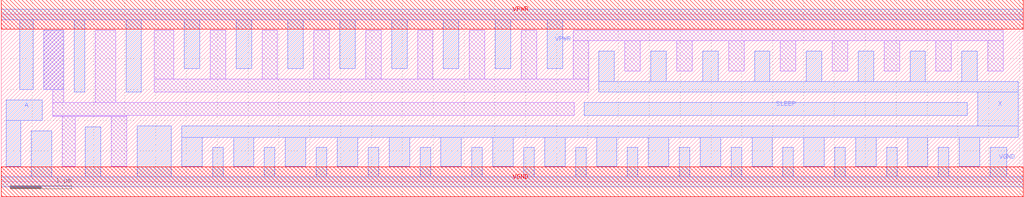
<source format=lef>
# Copyright 2020 The SkyWater PDK Authors
#
# Licensed under the Apache License, Version 2.0 (the "License");
# you may not use this file except in compliance with the License.
# You may obtain a copy of the License at
#
#     https://www.apache.org/licenses/LICENSE-2.0
#
# Unless required by applicable law or agreed to in writing, software
# distributed under the License is distributed on an "AS IS" BASIS,
# WITHOUT WARRANTIES OR CONDITIONS OF ANY KIND, either express or implied.
# See the License for the specific language governing permissions and
# limitations under the License.
#
# SPDX-License-Identifier: Apache-2.0

VERSION 5.7 ;
# NAMESCASESENSITIVE ON ;
BUSBITCHARS "[]" ;
DIVIDERCHAR "/" ;
MACRO sky130_fd_sc_hd__a2111o_1
  CLASS CORE ;
  ORIGIN  0.000000  0.000000 ;
  SIZE  4.140000 BY  2.720000 ;
  SYMMETRY X Y R90 ;
  SITE unithd ;
  PIN A1
    ANTENNAGATEAREA  0.247500 ;
    DIRECTION INPUT ;
    USE SIGNAL ;
    PORT
      LAYER li1 ;
        RECT 2.905000 0.995000 3.290000 1.325000 ;
        RECT 2.985000 0.285000 3.540000 0.845000 ;
        RECT 2.985000 0.845000 3.290000 0.995000 ;
    END
  END A1
  PIN A2
    ANTENNAGATEAREA  0.247500 ;
    DIRECTION INPUT ;
    USE SIGNAL ;
    PORT
      LAYER li1 ;
        RECT 3.510000 1.025000 4.010000 1.290000 ;
    END
  END A2
  PIN B1
    ANTENNAGATEAREA  0.247500 ;
    DIRECTION INPUT ;
    USE SIGNAL ;
    PORT
      LAYER li1 ;
        RECT 2.400000 0.995000 2.680000 2.465000 ;
    END
  END B1
  PIN C1
    ANTENNAGATEAREA  0.247500 ;
    DIRECTION INPUT ;
    USE SIGNAL ;
    PORT
      LAYER li1 ;
        RECT 1.890000 1.050000 2.220000 2.465000 ;
    END
  END C1
  PIN D1
    ANTENNAGATEAREA  0.247500 ;
    DIRECTION INPUT ;
    USE SIGNAL ;
    PORT
      LAYER li1 ;
        RECT 1.290000 1.050000 1.720000 1.290000 ;
        RECT 1.515000 1.290000 1.720000 2.465000 ;
    END
  END D1
  PIN X
    ANTENNADIFFAREA  0.504500 ;
    DIRECTION OUTPUT ;
    USE SIGNAL ;
    PORT
      LAYER li1 ;
        RECT 0.135000 0.255000 0.465000 1.620000 ;
        RECT 0.135000 1.620000 0.390000 2.460000 ;
    END
  END X
  PIN VGND
    DIRECTION INOUT ;
    SHAPE ABUTMENT ;
    USE GROUND ;
    PORT
      LAYER li1 ;
        RECT 0.000000 -0.085000 4.140000 0.085000 ;
        RECT 0.635000  0.085000 1.310000 0.470000 ;
        RECT 2.085000  0.085000 2.430000 0.485000 ;
        RECT 3.715000  0.085000 3.955000 0.760000 ;
    END
    PORT
      LAYER met1 ;
        RECT 0.000000 -0.240000 4.140000 0.240000 ;
    END
  END VGND
  PIN VPWR
    DIRECTION INOUT ;
    SHAPE ABUTMENT ;
    USE POWER ;
    PORT
      LAYER li1 ;
        RECT 0.000000 2.635000 4.140000 2.805000 ;
        RECT 0.565000 1.815000 0.895000 2.635000 ;
        RECT 3.325000 1.835000 3.540000 2.635000 ;
    END
    PORT
      LAYER met1 ;
        RECT 0.000000 2.480000 4.140000 2.960000 ;
    END
  END VPWR
  OBS
    LAYER VTEL_P ;
      RECT 0.695000 0.650000 1.915000 0.655000 ;
    LAYER VTEL_N ;
      RECT 0.695000 0.650000 1.915000 0.655000 ;
      RECT 0.695000 0.655000 2.805000 0.825000 ;
      RECT 0.695000 0.825000 0.915000 1.465000 ;
      RECT 0.695000 1.465000 1.345000 1.645000 ;
      RECT 1.135000 1.645000 1.345000 2.460000 ;
      RECT 1.585000 0.260000 1.915000 0.650000 ;
      RECT 2.600000 0.260000 2.805000 0.655000 ;
      RECT 2.860000 1.495000 3.990000 1.665000 ;
      RECT 2.860000 1.665000 3.145000 2.460000 ;
      RECT 3.720000 1.665000 3.990000 2.460000 ;
  END
END sky130_fd_sc_hd__a2111o_1


MACRO sky130_fd_sc_hd__a2111o_2
  CLASS CORE ;
  ORIGIN  0.000000  0.000000 ;
  SIZE  4.600000 BY  2.720000 ;
  SYMMETRY X Y R90 ;
  SITE unithd ;
  PIN A1
    ANTENNAGATEAREA  0.247500 ;
    DIRECTION INPUT ;
    USE SIGNAL ;
    PORT
      LAYER li1 ;
        RECT 3.365000 0.955000 3.775000 1.740000 ;
        RECT 3.505000 0.290000 3.995000 0.825000 ;
        RECT 3.505000 0.825000 3.775000 0.955000 ;
    END
  END A1
  PIN A2
    ANTENNAGATEAREA  0.247500 ;
    DIRECTION INPUT ;
    USE SIGNAL ;
    PORT
      LAYER li1 ;
        RECT 3.945000 0.995000 4.515000 1.740000 ;
    END
  END A2
  PIN B1
    ANTENNAGATEAREA  0.247500 ;
    DIRECTION INPUT ;
    USE SIGNAL ;
    PORT
      LAYER li1 ;
        RECT 2.905000 0.995000 3.195000 1.740000 ;
    END
  END B1
  PIN C1
    ANTENNAGATEAREA  0.247500 ;
    DIRECTION INPUT ;
    USE SIGNAL ;
    PORT
      LAYER li1 ;
        RECT 2.425000 0.995000 2.735000 2.355000 ;
    END
  END C1
  PIN D1
    ANTENNAGATEAREA  0.247500 ;
    DIRECTION INPUT ;
    USE SIGNAL ;
    PORT
      LAYER li1 ;
        RECT 1.885000 0.995000 2.255000 1.325000 ;
        RECT 1.960000 1.325000 2.255000 2.355000 ;
    END
  END D1
  PIN X
    ANTENNADIFFAREA  0.462000 ;
    DIRECTION OUTPUT ;
    USE SIGNAL ;
    PORT
      LAYER li1 ;
        RECT 0.605000 0.255000 0.895000 2.390000 ;
    END
  END X
  PIN VGND
    DIRECTION INOUT ;
    SHAPE ABUTMENT ;
    USE GROUND ;
    PORT
      LAYER li1 ;
        RECT 0.000000 -0.085000 4.600000 0.085000 ;
        RECT 0.085000  0.085000 0.435000 0.885000 ;
        RECT 1.065000  0.085000 2.010000 0.445000 ;
        RECT 1.065000  0.445000 1.325000 0.865000 ;
        RECT 2.590000  0.085000 2.920000 0.445000 ;
        RECT 4.165000  0.085000 4.515000 0.805000 ;
    END
    PORT
      LAYER met1 ;
        RECT 0.000000 -0.240000 4.600000 0.240000 ;
    END
  END VGND
  PIN VPWR
    DIRECTION INOUT ;
    SHAPE ABUTMENT ;
    USE POWER ;
    PORT
      LAYER li1 ;
        RECT 0.000000 2.635000 4.600000 2.805000 ;
        RECT 0.085000 1.635000 0.435000 2.635000 ;
        RECT 1.065000 1.495000 1.315000 2.635000 ;
        RECT 3.590000 2.255000 3.920000 2.635000 ;
    END
    PORT
      LAYER met1 ;
        RECT 0.000000 2.480000 4.600000 2.960000 ;
    END
  END VPWR
  OBS
    LAYER VTEL_P ;
      RECT 1.065000 1.075000 1.705000 1.325000 ;
    LAYER VTEL_N ;
      RECT 1.065000 1.075000 1.705000 1.325000 ;
      RECT 1.495000 0.615000 3.335000 0.785000 ;
      RECT 1.495000 0.785000 1.705000 1.075000 ;
      RECT 1.495000 1.325000 1.705000 1.495000 ;
      RECT 1.495000 1.495000 1.785000 2.465000 ;
      RECT 2.180000 0.255000 2.420000 0.615000 ;
      RECT 3.070000 1.915000 4.515000 2.085000 ;
      RECT 3.070000 2.085000 3.400000 2.465000 ;
      RECT 3.090000 0.255000 3.335000 0.615000 ;
      RECT 4.090000 2.085000 4.515000 2.465000 ;
  END
END sky130_fd_sc_hd__a2111o_2
MACRO sky130_fd_sc_hd__a2111o_4
  CLASS CORE ;
  ORIGIN  0.000000  0.000000 ;
  SIZE  7.820000 BY  2.720000 ;
  SYMMETRY X Y R90 ;
  SITE unithd ;
  PIN A1
    ANTENNAGATEAREA  0.495000 ;
    DIRECTION INPUT ;
    USE SIGNAL ;
    PORT
      LAYER li1 ;
        RECT 3.825000 1.075000 4.495000 1.275000 ;
    END
  END A1
  PIN A2
    ANTENNAGATEAREA  0.495000 ;
    DIRECTION INPUT ;
    USE SIGNAL ;
    PORT
      LAYER li1 ;
        RECT 4.675000 1.075000 5.625000 1.275000 ;
    END
  END A2
  PIN B1
    ANTENNAGATEAREA  0.495000 ;
    DIRECTION INPUT ;
    USE SIGNAL ;
    PORT
      LAYER li1 ;
        RECT 2.450000 0.975000 3.255000 1.285000 ;
    END
  END B1
  PIN C1
    ANTENNAGATEAREA  0.495000 ;
    DIRECTION INPUT ;
    USE SIGNAL ;
    PORT
      LAYER li1 ;
        RECT 1.040000 0.975000 2.280000 1.285000 ;
    END
  END C1
  PIN D1
    ANTENNAGATEAREA  0.495000 ;
    DIRECTION INPUT ;
    USE SIGNAL ;
    PORT
      LAYER li1 ;
        RECT 0.085000 0.975000 0.370000 1.625000 ;
    END
  END D1
  PIN X
    ANTENNADIFFAREA  0.924000 ;
    DIRECTION OUTPUT ;
    USE SIGNAL ;
    PORT
      LAYER li1 ;
        RECT 6.165000 0.255000 6.355000 0.635000 ;
        RECT 6.165000 0.635000 7.735000 0.805000 ;
        RECT 6.165000 1.465000 7.735000 1.635000 ;
        RECT 6.165000 1.635000 7.215000 1.715000 ;
        RECT 6.165000 1.715000 6.355000 2.465000 ;
        RECT 7.025000 0.255000 7.215000 0.635000 ;
        RECT 7.025000 1.715000 7.215000 2.465000 ;
        RECT 7.490000 0.805000 7.735000 1.465000 ;
    END
  END X
  PIN VGND
    DIRECTION INOUT ;
    SHAPE ABUTMENT ;
    USE GROUND ;
    PORT
      LAYER li1 ;
        RECT 0.000000 -0.085000 7.820000 0.085000 ;
        RECT 0.610000  0.085000 0.940000 0.465000 ;
        RECT 1.510000  0.085000 1.840000 0.445000 ;
        RECT 2.420000  0.085000 3.295000 0.445000 ;
        RECT 4.805000  0.085000 5.140000 0.445000 ;
        RECT 5.665000  0.085000 5.995000 0.515000 ;
        RECT 6.525000  0.085000 6.855000 0.445000 ;
        RECT 7.385000  0.085000 7.715000 0.465000 ;
    END
    PORT
      LAYER met1 ;
        RECT 0.000000 -0.240000 7.820000 0.240000 ;
    END
  END VGND
  PIN VPWR
    DIRECTION INOUT ;
    SHAPE ABUTMENT ;
    USE POWER ;
    PORT
      LAYER li1 ;
        RECT 0.000000 2.635000 7.820000 2.805000 ;
        RECT 3.865000 2.165000 4.195000 2.635000 ;
        RECT 4.805000 2.255000 5.140000 2.635000 ;
        RECT 5.665000 1.800000 5.995000 2.635000 ;
        RECT 6.525000 1.885000 6.855000 2.635000 ;
        RECT 7.385000 1.805000 7.715000 2.635000 ;
    END
    PORT
      LAYER met1 ;
        RECT 0.000000 2.480000 7.820000 2.960000 ;
    END
  END VPWR
  OBS
    LAYER VTEL_P ;
      RECT 0.110000 1.795000 0.370000 2.295000 ;
    LAYER VTEL_N ;
      RECT 0.110000 1.795000 0.370000 2.295000 ;
      RECT 0.110000 2.295000 2.160000 2.465000 ;
      RECT 0.180000 0.255000 0.440000 0.635000 ;
      RECT 0.180000 0.635000 3.655000 0.805000 ;
      RECT 0.540000 0.805000 0.870000 2.125000 ;
      RECT 1.040000 1.455000 1.230000 2.295000 ;
      RECT 1.110000 0.255000 1.340000 0.615000 ;
      RECT 1.110000 0.615000 3.655000 0.635000 ;
      RECT 1.400000 1.455000 3.100000 1.625000 ;
      RECT 1.400000 1.625000 1.730000 2.125000 ;
      RECT 1.900000 1.795000 2.160000 2.295000 ;
      RECT 2.015000 0.255000 2.240000 0.615000 ;
      RECT 2.340000 1.795000 2.675000 2.295000 ;
      RECT 2.340000 2.295000 3.650000 2.465000 ;
      RECT 2.845000 1.625000 3.100000 2.125000 ;
      RECT 3.320000 1.795000 5.495000 1.995000 ;
      RECT 3.320000 1.995000 3.650000 2.295000 ;
      RECT 3.465000 0.255000 4.585000 0.445000 ;
      RECT 3.465000 0.445000 3.655000 0.615000 ;
      RECT 3.465000 0.805000 3.655000 1.445000 ;
      RECT 3.465000 1.445000 5.975000 1.625000 ;
      RECT 3.825000 0.615000 5.495000 0.785000 ;
      RECT 4.365000 1.995000 4.625000 2.415000 ;
      RECT 5.310000 0.255000 5.495000 0.615000 ;
      RECT 5.310000 1.995000 5.495000 2.465000 ;
      RECT 5.795000 1.075000 7.320000 1.245000 ;
      RECT 5.795000 1.245000 5.975000 1.445000 ;
  END
END sky130_fd_sc_hd__a2111o_4
MACRO sky130_fd_sc_hd__a2111oi_0
  CLASS CORE ;
  ORIGIN  0.000000  0.000000 ;
  SIZE  3.220000 BY  2.720000 ;
  SYMMETRY X Y R90 ;
  SITE unithd ;
  PIN A1
    ANTENNAGATEAREA  0.159000 ;
    DIRECTION INPUT ;
    USE SIGNAL ;
    PORT
      LAYER li1 ;
        RECT 2.035000 1.070000 2.625000 1.400000 ;
        RECT 2.355000 0.660000 2.625000 1.070000 ;
        RECT 2.355000 1.400000 2.625000 1.735000 ;
    END
  END A1
  PIN A2
    ANTENNAGATEAREA  0.159000 ;
    DIRECTION INPUT ;
    USE SIGNAL ;
    PORT
      LAYER li1 ;
        RECT 2.795000 0.650000 3.135000 1.735000 ;
    END
  END A2
  PIN B1
    ANTENNAGATEAREA  0.159000 ;
    DIRECTION INPUT ;
    USE SIGNAL ;
    PORT
      LAYER li1 ;
        RECT 1.495000 1.055000 1.845000 1.735000 ;
    END
  END B1
  PIN C1
    ANTENNAGATEAREA  0.159000 ;
    DIRECTION INPUT ;
    USE SIGNAL ;
    PORT
      LAYER li1 ;
        RECT 0.955000 1.055000 1.325000 2.360000 ;
    END
  END C1
  PIN D1
    ANTENNAGATEAREA  0.159000 ;
    DIRECTION INPUT ;
    USE SIGNAL ;
    PORT
      LAYER li1 ;
        RECT 0.085000 0.730000 0.435000 1.655000 ;
    END
  END D1
  PIN Y
    ANTENNADIFFAREA  0.424000 ;
    DIRECTION OUTPUT ;
    USE SIGNAL ;
    PORT
      LAYER li1 ;
        RECT 0.360000 1.825000 0.785000 2.465000 ;
        RECT 0.605000 0.635000 2.040000 0.885000 ;
        RECT 0.605000 0.885000 0.785000 1.825000 ;
        RECT 0.785000 0.255000 1.040000 0.615000 ;
        RECT 0.785000 0.615000 2.040000 0.635000 ;
        RECT 1.710000 0.280000 2.040000 0.615000 ;
    END
  END Y
  PIN VGND
    DIRECTION INOUT ;
    SHAPE ABUTMENT ;
    USE GROUND ;
    PORT
      LAYER li1 ;
        RECT 0.000000 -0.085000 3.220000 0.085000 ;
        RECT 0.285000  0.085000 0.615000 0.465000 ;
        RECT 1.210000  0.085000 1.540000 0.445000 ;
        RECT 2.470000  0.085000 2.800000 0.480000 ;
    END
    PORT
      LAYER met1 ;
        RECT 0.000000 -0.240000 3.220000 0.240000 ;
    END
  END VGND
  PIN VPWR
    DIRECTION INOUT ;
    SHAPE ABUTMENT ;
    USE POWER ;
    PORT
      LAYER li1 ;
        RECT 0.000000 2.635000 3.220000 2.805000 ;
        RECT 2.040000 2.255000 2.370000 2.635000 ;
    END
    PORT
      LAYER met1 ;
        RECT 0.000000 2.480000 3.220000 2.960000 ;
    END
  END VPWR
  OBS
    LAYER VTEL_P ;
      RECT 1.540000 1.905000 2.870000 2.085000 ;
    LAYER VTEL_N ;
      RECT 1.540000 1.905000 2.870000 2.085000 ;
      RECT 1.540000 2.085000 1.870000 2.465000 ;
      RECT 2.540000 2.085000 2.870000 2.465000 ;
  END
END sky130_fd_sc_hd__a2111oi_0
MACRO sky130_fd_sc_hd__a2111oi_1
  CLASS CORE ;
  ORIGIN  0.000000  0.000000 ;
  SIZE  3.680000 BY  2.720000 ;
  SYMMETRY X Y R90 ;
  SITE unithd ;
  PIN A1
    ANTENNAGATEAREA  0.247500 ;
    DIRECTION INPUT ;
    USE SIGNAL ;
    PORT
      LAYER li1 ;
        RECT 2.440000 0.995000 2.725000 1.400000 ;
    END
  END A1
  PIN A2
    ANTENNAGATEAREA  0.247500 ;
    DIRECTION INPUT ;
    USE SIGNAL ;
    PORT
      LAYER li1 ;
        RECT 2.905000 0.350000 3.090000 1.020000 ;
        RECT 2.905000 1.020000 3.540000 1.290000 ;
    END
  END A2
  PIN B1
    ANTENNAGATEAREA  0.247500 ;
    DIRECTION INPUT ;
    USE SIGNAL ;
    PORT
      LAYER li1 ;
        RECT 1.940000 1.050000 2.270000 1.400000 ;
        RECT 1.940000 1.400000 2.215000 2.455000 ;
    END
  END B1
  PIN C1
    ANTENNAGATEAREA  0.247500 ;
    DIRECTION INPUT ;
    USE SIGNAL ;
    PORT
      LAYER li1 ;
        RECT 1.435000 1.050000 1.770000 2.455000 ;
    END
  END C1
  PIN D1
    ANTENNAGATEAREA  0.247500 ;
    DIRECTION INPUT ;
    USE SIGNAL ;
    PORT
      LAYER li1 ;
        RECT 0.785000 1.050000 1.235000 2.455000 ;
    END
  END D1
  PIN Y
    ANTENNADIFFAREA  1.388750 ;
    DIRECTION OUTPUT ;
    USE SIGNAL ;
    PORT
      LAYER li1 ;
        RECT 0.145000 0.700000 1.375000 0.705000 ;
        RECT 0.145000 0.705000 2.420000 0.815000 ;
        RECT 0.145000 0.815000 2.300000 0.880000 ;
        RECT 0.145000 0.880000 0.530000 2.460000 ;
        RECT 1.045000 0.260000 1.375000 0.700000 ;
        RECT 2.090000 0.305000 2.420000 0.705000 ;
    END
  END Y
  PIN VGND
    DIRECTION INOUT ;
    SHAPE ABUTMENT ;
    USE GROUND ;
    PORT
      LAYER li1 ;
        RECT 0.000000 -0.085000 3.680000 0.085000 ;
        RECT 0.315000  0.085000 0.630000 0.525000 ;
        RECT 1.550000  0.085000 1.880000 0.535000 ;
        RECT 3.270000  0.085000 3.510000 0.760000 ;
    END
    PORT
      LAYER met1 ;
        RECT 0.000000 -0.240000 3.680000 0.240000 ;
    END
  END VGND
  PIN VPWR
    DIRECTION INOUT ;
    SHAPE ABUTMENT ;
    USE POWER ;
    PORT
      LAYER li1 ;
        RECT 0.000000 2.635000 3.680000 2.805000 ;
        RECT 2.800000 1.920000 3.130000 2.635000 ;
    END
    PORT
      LAYER met1 ;
        RECT 0.000000 2.480000 3.680000 2.960000 ;
    END
  END VPWR
  OBS
    LAYER VTEL_P ;
      RECT 2.395000 1.580000 3.505000 1.750000 ;
    LAYER VTEL_N ;
      RECT 2.395000 1.580000 3.505000 1.750000 ;
      RECT 2.395000 1.750000 2.625000 2.460000 ;
      RECT 3.310000 1.750000 3.505000 2.460000 ;
  END
END sky130_fd_sc_hd__a2111oi_1
MACRO sky130_fd_sc_hd__a2111oi_2
  CLASS CORE ;
  ORIGIN  0.000000  0.000000 ;
  SIZE  5.520000 BY  2.720000 ;
  SYMMETRY X Y R90 ;
  SITE unithd ;
  PIN A1
    ANTENNAGATEAREA  0.495000 ;
    DIRECTION INPUT ;
    USE SIGNAL ;
    PORT
      LAYER li1 ;
        RECT 3.465000 0.985000 3.715000 1.445000 ;
        RECT 3.465000 1.445000 5.290000 1.675000 ;
        RECT 4.895000 0.995000 5.290000 1.445000 ;
    END
  END A1
  PIN A2
    ANTENNAGATEAREA  0.495000 ;
    DIRECTION INPUT ;
    USE SIGNAL ;
    PORT
      LAYER li1 ;
        RECT 3.970000 1.015000 4.725000 1.275000 ;
    END
  END A2
  PIN B1
    ANTENNAGATEAREA  0.495000 ;
    DIRECTION INPUT ;
    USE SIGNAL ;
    PORT
      LAYER li1 ;
        RECT 2.185000 1.030000 2.855000 1.275000 ;
    END
  END B1
  PIN C1
    ANTENNAGATEAREA  0.495000 ;
    DIRECTION INPUT ;
    USE SIGNAL ;
    PORT
      LAYER li1 ;
        RECT 0.125000 1.045000 0.455000 1.445000 ;
        RECT 0.125000 1.445000 1.800000 1.680000 ;
        RECT 1.615000 1.030000 1.975000 1.275000 ;
        RECT 1.615000 1.275000 1.800000 1.445000 ;
    END
  END C1
  PIN D1
    ANTENNAGATEAREA  0.495000 ;
    DIRECTION INPUT ;
    USE SIGNAL ;
    PORT
      LAYER li1 ;
        RECT 0.755000 1.075000 1.425000 1.275000 ;
    END
  END D1
  PIN Y
    ANTENNADIFFAREA  1.212750 ;
    DIRECTION OUTPUT ;
    USE SIGNAL ;
    PORT
      LAYER li1 ;
        RECT 0.120000 0.255000 0.380000 0.615000 ;
        RECT 0.120000 0.615000 5.355000 0.805000 ;
        RECT 0.120000 0.805000 3.255000 0.845000 ;
        RECT 0.900000 1.850000 2.140000 2.105000 ;
        RECT 1.050000 0.255000 1.295000 0.615000 ;
        RECT 1.965000 0.255000 2.295000 0.615000 ;
        RECT 1.970000 1.445000 3.255000 1.625000 ;
        RECT 1.970000 1.625000 2.140000 1.850000 ;
        RECT 2.965000 0.275000 3.295000 0.615000 ;
        RECT 3.025000 0.845000 3.255000 1.445000 ;
        RECT 5.020000 0.295000 5.355000 0.615000 ;
    END
  END Y
  PIN VGND
    DIRECTION INOUT ;
    SHAPE ABUTMENT ;
    USE GROUND ;
    PORT
      LAYER li1 ;
        RECT 0.000000 -0.085000 5.520000 0.085000 ;
        RECT 0.550000  0.085000 0.880000 0.445000 ;
        RECT 1.465000  0.085000 1.795000 0.445000 ;
        RECT 2.465000  0.085000 2.795000 0.445000 ;
        RECT 4.125000  0.085000 4.455000 0.445000 ;
    END
    PORT
      LAYER met1 ;
        RECT 0.000000 -0.240000 5.520000 0.240000 ;
    END
  END VGND
  PIN VPWR
    DIRECTION INOUT ;
    SHAPE ABUTMENT ;
    USE POWER ;
    PORT
      LAYER li1 ;
        RECT 0.000000 2.635000 5.520000 2.805000 ;
        RECT 3.690000 2.275000 4.020000 2.635000 ;
        RECT 4.570000 2.275000 4.900000 2.635000 ;
    END
    PORT
      LAYER met1 ;
        RECT 0.000000 2.480000 5.520000 2.960000 ;
    END
  END VPWR
  OBS
    LAYER VTEL_P ;
      RECT 0.100000 1.870000 0.460000 2.275000 ;
    LAYER VTEL_N ;
      RECT 0.100000 1.870000 0.460000 2.275000 ;
      RECT 0.100000 2.275000 2.185000 2.295000 ;
      RECT 0.100000 2.295000 2.985000 2.465000 ;
      RECT 2.310000 1.795000 3.335000 1.845000 ;
      RECT 2.310000 1.845000 5.400000 1.965000 ;
      RECT 2.310000 1.965000 2.640000 2.060000 ;
      RECT 2.815000 2.135000 2.985000 2.295000 ;
      RECT 3.155000 1.965000 5.400000 2.095000 ;
      RECT 3.155000 2.095000 3.520000 2.465000 ;
      RECT 4.190000 2.095000 5.400000 2.105000 ;
      RECT 4.190000 2.105000 4.400000 2.465000 ;
      RECT 5.070000 2.105000 5.400000 2.465000 ;
  END
END sky130_fd_sc_hd__a2111oi_2
MACRO sky130_fd_sc_hd__a2111oi_4
  CLASS CORE ;
  ORIGIN  0.000000  0.000000 ;
  SIZE  10.12000 BY  2.720000 ;
  SYMMETRY X Y R90 ;
  SITE unithd ;
  PIN A1
    ANTENNAGATEAREA  0.990000 ;
    DIRECTION INPUT ;
    USE SIGNAL ;
    PORT
      LAYER li1 ;
        RECT 6.095000 1.020000 7.745000 1.275000 ;
    END
  END A1
  PIN A2
    ANTENNAGATEAREA  0.990000 ;
    DIRECTION INPUT ;
    USE SIGNAL ;
    PORT
      LAYER li1 ;
        RECT 7.960000 1.020000 9.990000 1.275000 ;
    END
  END A2
  PIN B1
    ANTENNAGATEAREA  0.990000 ;
    DIRECTION INPUT ;
    USE SIGNAL ;
    PORT
      LAYER li1 ;
        RECT 3.955000 1.020000 5.650000 1.275000 ;
    END
  END B1
  PIN C1
    ANTENNAGATEAREA  0.990000 ;
    DIRECTION INPUT ;
    USE SIGNAL ;
    PORT
      LAYER li1 ;
        RECT 2.055000 1.020000 3.745000 1.275000 ;
    END
  END C1
  PIN D1
    ANTENNAGATEAREA  0.990000 ;
    DIRECTION INPUT ;
    USE SIGNAL ;
    PORT
      LAYER li1 ;
        RECT 0.495000 1.020000 1.845000 1.275000 ;
    END
  END D1
  PIN Y
    ANTENNADIFFAREA  2.009500 ;
    DIRECTION OUTPUT ;
    USE SIGNAL ;
    PORT
      LAYER li1 ;
        RECT 0.145000 0.615000 7.620000 0.785000 ;
        RECT 0.145000 0.785000 0.320000 1.475000 ;
        RECT 0.145000 1.475000 1.720000 1.655000 ;
        RECT 0.530000 1.655000 1.720000 1.685000 ;
        RECT 0.530000 1.685000 0.860000 2.085000 ;
        RECT 0.615000 0.455000 0.790000 0.615000 ;
        RECT 1.390000 1.685000 1.720000 2.085000 ;
        RECT 1.460000 0.455000 1.650000 0.615000 ;
        RECT 2.400000 0.455000 2.590000 0.615000 ;
        RECT 3.260000 0.455000 3.510000 0.615000 ;
        RECT 4.180000 0.455000 4.420000 0.615000 ;
        RECT 5.090000 0.455000 5.275000 0.615000 ;
    END
  END Y
  PIN VGND
    DIRECTION INOUT ;
    SHAPE ABUTMENT ;
    USE GROUND ;
    PORT
      LAYER li1 ;
        RECT 0.000000 -0.085000 10.120000 0.085000 ;
        RECT 0.115000  0.085000  0.445000 0.445000 ;
        RECT 0.960000  0.085000  1.290000 0.445000 ;
        RECT 1.820000  0.085000  2.230000 0.445000 ;
        RECT 2.760000  0.085000  3.090000 0.445000 ;
        RECT 3.680000  0.085000  4.010000 0.445000 ;
        RECT 4.590000  0.085000  4.920000 0.445000 ;
        RECT 5.445000  0.085000  5.780000 0.445000 ;
        RECT 8.245000  0.085000  8.575000 0.445000 ;
        RECT 9.105000  0.085000  9.435000 0.445000 ;
    END
    PORT
      LAYER met1 ;
        RECT 0.000000 -0.240000 10.120000 0.240000 ;
    END
  END VGND
  PIN VPWR
    DIRECTION INOUT ;
    SHAPE ABUTMENT ;
    USE POWER ;
    PORT
      LAYER li1 ;
        RECT 0.000000 2.635000 10.120000 2.805000 ;
        RECT 6.220000 1.785000  6.550000 2.635000 ;
        RECT 7.080000 1.805000  7.410000 2.635000 ;
        RECT 8.080000 1.895000  8.410000 2.635000 ;
        RECT 9.030000 1.915000  9.360000 2.635000 ;
    END
    PORT
      LAYER met1 ;
        RECT 0.000000 2.480000 10.120000 2.960000 ;
    END
  END VPWR
  OBS
    LAYER VTEL_P ;
      RECT 0.100000 1.835000 0.360000 2.255000 ;
    LAYER VTEL_N ;
      RECT 0.100000 1.835000 0.360000 2.255000 ;
      RECT 0.100000 2.255000 3.870000 2.445000 ;
      RECT 1.030000 1.855000 1.220000 2.255000 ;
      RECT 1.890000 1.855000 2.080000 2.255000 ;
      RECT 2.250000 1.475000 5.680000 1.655000 ;
      RECT 2.250000 1.655000 3.440000 1.685000 ;
      RECT 2.250000 1.685000 2.580000 2.085000 ;
      RECT 2.750000 1.855000 2.940000 2.255000 ;
      RECT 3.110000 1.685000 3.440000 2.085000 ;
      RECT 3.610000 1.835000 3.870000 2.255000 ;
      RECT 4.060000 1.835000 4.320000 2.255000 ;
      RECT 4.060000 2.255000 5.180000 2.275000 ;
      RECT 4.060000 2.275000 6.050000 2.445000 ;
      RECT 4.490000 1.655000 5.680000 1.685000 ;
      RECT 4.490000 1.685000 4.820000 2.085000 ;
      RECT 4.990000 1.855000 5.180000 2.255000 ;
      RECT 5.350000 1.685000 5.680000 2.085000 ;
      RECT 5.860000 1.445000 9.770000 1.615000 ;
      RECT 5.860000 1.615000 6.050000 2.275000 ;
      RECT 5.980000 0.275000 8.075000 0.445000 ;
      RECT 6.720000 1.615000 6.910000 2.315000 ;
      RECT 7.580000 1.615000 9.770000 1.665000 ;
      RECT 7.580000 1.665000 7.910000 2.315000 ;
      RECT 7.885000 0.445000 8.075000 0.615000 ;
      RECT 7.885000 0.615000 9.865000 0.785000 ;
      RECT 8.580000 1.665000 9.770000 1.670000 ;
      RECT 8.580000 1.670000 8.840000 2.290000 ;
      RECT 8.745000 0.300000 8.935000 0.615000 ;
      RECT 9.530000 1.670000 9.770000 2.260000 ;
      RECT 9.605000 0.290000 9.865000 0.615000 ;
  END
END sky130_fd_sc_hd__a2111oi_4
MACRO sky130_fd_sc_hd__a211o_1
  CLASS CORE ;
  ORIGIN  0.000000  0.000000 ;
  SIZE  3.220000 BY  2.720000 ;
  SYMMETRY X Y R90 ;
  SITE unithd ;
  PIN A1
    ANTENNAGATEAREA  0.247500 ;
    DIRECTION INPUT ;
    USE SIGNAL ;
    PORT
      LAYER li1 ;
        RECT 1.485000 0.995000 2.060000 1.325000 ;
    END
  END A1
  PIN A2
    ANTENNAGATEAREA  0.247500 ;
    DIRECTION INPUT ;
    USE SIGNAL ;
    PORT
      LAYER li1 ;
        RECT 1.025000 0.995000 1.305000 1.325000 ;
    END
  END A2
  PIN B1
    ANTENNAGATEAREA  0.247500 ;
    DIRECTION INPUT ;
    USE SIGNAL ;
    PORT
      LAYER li1 ;
        RECT 2.240000 0.995000 2.675000 1.325000 ;
    END
  END B1
  PIN C1
    ANTENNAGATEAREA  0.247500 ;
    DIRECTION INPUT ;
    USE SIGNAL ;
    PORT
      LAYER li1 ;
        RECT 2.855000 0.995000 3.125000 1.325000 ;
    END
  END C1
  PIN X
    ANTENNADIFFAREA  0.437250 ;
    DIRECTION OUTPUT ;
    USE SIGNAL ;
    PORT
      LAYER li1 ;
        RECT 0.090000 0.265000 0.425000 1.685000 ;
        RECT 0.090000 1.685000 0.355000 2.455000 ;
    END
  END X
  PIN VGND
    DIRECTION INOUT ;
    SHAPE ABUTMENT ;
    USE GROUND ;
    PORT
      LAYER li1 ;
        RECT 0.000000 -0.085000 3.220000 0.085000 ;
        RECT 0.605000  0.085000 1.350000 0.455000 ;
        RECT 2.350000  0.085000 2.680000 0.455000 ;
    END
    PORT
      LAYER met1 ;
        RECT 0.000000 -0.240000 3.220000 0.240000 ;
    END
  END VGND
  PIN VPWR
    DIRECTION INOUT ;
    SHAPE ABUTMENT ;
    USE POWER ;
    PORT
      LAYER li1 ;
        RECT 0.000000 2.635000 3.220000 2.805000 ;
        RECT 0.525000 1.915000 0.855000 2.635000 ;
        RECT 1.475000 2.265000 1.805000 2.635000 ;
    END
    PORT
      LAYER met1 ;
        RECT 0.000000 2.480000 3.220000 2.960000 ;
    END
  END VPWR
  OBS
    LAYER VTEL_P ;
      RECT 0.600000 0.625000 3.085000 0.815000 ;
    LAYER VTEL_N ;
      RECT 0.600000 0.625000 3.085000 0.815000 ;
      RECT 0.600000 0.815000 0.825000 1.505000 ;
      RECT 0.600000 1.505000 3.095000 1.685000 ;
      RECT 1.045000 1.865000 2.235000 2.095000 ;
      RECT 1.045000 2.095000 1.305000 2.455000 ;
      RECT 1.915000 0.265000 2.170000 0.625000 ;
      RECT 1.975000 2.095000 2.235000 2.455000 ;
      RECT 2.805000 1.685000 3.095000 2.455000 ;
      RECT 2.860000 0.265000 3.085000 0.625000 ;
  END
END sky130_fd_sc_hd__a211o_1
MACRO sky130_fd_sc_hd__a211o_2
  CLASS CORE ;
  ORIGIN  0.000000  0.000000 ;
  SIZE  3.680000 BY  2.720000 ;
  SYMMETRY X Y R90 ;
  SITE unithd ;
  PIN A1
    ANTENNAGATEAREA  0.247500 ;
    DIRECTION INPUT ;
    USE SIGNAL ;
    PORT
      LAYER li1 ;
        RECT 1.980000 1.045000 2.450000 1.275000 ;
    END
  END A1
  PIN A2
    ANTENNAGATEAREA  0.247500 ;
    DIRECTION INPUT ;
    USE SIGNAL ;
    PORT
      LAYER li1 ;
        RECT 1.480000 1.045000 1.810000 1.275000 ;
    END
  END A2
  PIN B1
    ANTENNAGATEAREA  0.247500 ;
    DIRECTION INPUT ;
    USE SIGNAL ;
    PORT
      LAYER li1 ;
        RECT 2.620000 1.045000 3.070000 1.275000 ;
    END
  END B1
  PIN C1
    ANTENNAGATEAREA  0.247500 ;
    DIRECTION INPUT ;
    USE SIGNAL ;
    PORT
      LAYER li1 ;
        RECT 3.260000 1.045000 3.595000 1.275000 ;
    END
  END C1
  PIN X
    ANTENNADIFFAREA  0.452000 ;
    DIRECTION OUTPUT ;
    USE SIGNAL ;
    PORT
      LAYER li1 ;
        RECT 0.555000 0.255000 0.775000 0.635000 ;
        RECT 0.555000 0.635000 0.785000 2.335000 ;
    END
  END X
  PIN VGND
    DIRECTION INOUT ;
    SHAPE ABUTMENT ;
    USE GROUND ;
    PORT
      LAYER li1 ;
        RECT 0.000000 -0.085000 3.680000 0.085000 ;
        RECT 0.090000  0.085000 0.385000 0.905000 ;
        RECT 0.945000  0.085000 1.795000 0.445000 ;
        RECT 2.810000  0.085000 3.085000 0.525000 ;
    END
    PORT
      LAYER met1 ;
        RECT 0.000000 -0.240000 3.680000 0.240000 ;
    END
  END VGND
  PIN VPWR
    DIRECTION INOUT ;
    SHAPE ABUTMENT ;
    USE POWER ;
    PORT
      LAYER li1 ;
        RECT 0.000000 2.635000 3.680000 2.805000 ;
        RECT 0.090000 1.490000 0.385000 2.635000 ;
        RECT 1.000000 1.830000 1.255000 2.635000 ;
        RECT 1.955000 2.190000 2.230000 2.635000 ;
    END
    PORT
      LAYER met1 ;
        RECT 0.000000 2.480000 3.680000 2.960000 ;
    END
  END VPWR
  OBS
    LAYER VTEL_P ;
      RECT 1.000000 0.695000 3.585000 0.875000 ;
    LAYER VTEL_N ;
      RECT 1.000000 0.695000 3.585000 0.875000 ;
      RECT 1.000000 0.875000 1.310000 1.490000 ;
      RECT 1.000000 1.490000 3.585000 1.660000 ;
      RECT 1.455000 1.840000 2.795000 2.020000 ;
      RECT 1.455000 2.020000 1.785000 2.465000 ;
      RECT 2.275000 0.275000 2.605000 0.695000 ;
      RECT 2.465000 2.020000 2.795000 2.465000 ;
      RECT 3.255000 0.275000 3.585000 0.695000 ;
      RECT 3.255000 1.660000 3.585000 2.325000 ;
  END
END sky130_fd_sc_hd__a211o_2
MACRO sky130_fd_sc_hd__a211o_4
  CLASS CORE ;
  ORIGIN  0.000000  0.000000 ;
  SIZE  6.440000 BY  2.720000 ;
  SYMMETRY X Y R90 ;
  SITE unithd ;
  PIN A1
    ANTENNAGATEAREA  0.495000 ;
    DIRECTION INPUT ;
    USE SIGNAL ;
    PORT
      LAYER li1 ;
        RECT 5.035000 1.020000 5.380000 1.330000 ;
    END
  END A1
  PIN A2
    ANTENNAGATEAREA  0.495000 ;
    DIRECTION INPUT ;
    USE SIGNAL ;
    PORT
      LAYER li1 ;
        RECT 4.495000 1.020000 4.825000 1.510000 ;
        RECT 4.495000 1.510000 5.845000 1.700000 ;
        RECT 5.635000 1.020000 6.225000 1.320000 ;
        RECT 5.635000 1.320000 5.845000 1.510000 ;
    END
  END A2
  PIN B1
    ANTENNAGATEAREA  0.495000 ;
    DIRECTION INPUT ;
    USE SIGNAL ;
    PORT
      LAYER li1 ;
        RECT 2.540000 0.985000 2.805000 1.325000 ;
        RECT 2.625000 1.325000 2.805000 1.445000 ;
        RECT 2.625000 1.445000 4.175000 1.700000 ;
        RECT 3.845000 0.985000 4.175000 1.445000 ;
    END
  END B1
  PIN C1
    ANTENNAGATEAREA  0.495000 ;
    DIRECTION INPUT ;
    USE SIGNAL ;
    PORT
      LAYER li1 ;
        RECT 2.975000 0.985000 3.645000 1.275000 ;
    END
  END C1
  PIN X
    ANTENNADIFFAREA  0.933750 ;
    DIRECTION OUTPUT ;
    USE SIGNAL ;
    PORT
      LAYER li1 ;
        RECT 0.085000 0.635000 2.025000 0.875000 ;
        RECT 0.085000 0.875000 0.340000 1.495000 ;
        RECT 0.085000 1.495000 1.640000 1.705000 ;
        RECT 0.595000 1.705000 0.780000 2.465000 ;
        RECT 0.985000 0.255000 1.175000 0.615000 ;
        RECT 0.985000 0.615000 2.025000 0.635000 ;
        RECT 1.450000 1.705000 1.640000 2.465000 ;
        RECT 1.845000 0.255000 2.025000 0.615000 ;
    END
  END X
  PIN VGND
    DIRECTION INOUT ;
    SHAPE ABUTMENT ;
    USE GROUND ;
    PORT
      LAYER li1 ;
        RECT 0.000000 -0.085000 6.440000 0.085000 ;
        RECT 0.485000  0.085000 0.815000 0.465000 ;
        RECT 1.345000  0.085000 1.675000 0.445000 ;
        RECT 2.220000  0.085000 2.555000 0.445000 ;
        RECT 3.140000  0.085000 3.470000 0.445000 ;
        RECT 4.190000  0.085000 4.560000 0.445000 ;
        RECT 6.015000  0.085000 6.345000 0.805000 ;
    END
    PORT
      LAYER met1 ;
        RECT 0.000000 -0.240000 6.440000 0.240000 ;
    END
  END VGND
  PIN VPWR
    DIRECTION INOUT ;
    SHAPE ABUTMENT ;
    USE POWER ;
    PORT
      LAYER li1 ;
        RECT 0.000000 2.635000 6.440000 2.805000 ;
        RECT 0.090000 1.875000 0.425000 2.635000 ;
        RECT 0.950000 1.875000 1.280000 2.635000 ;
        RECT 1.810000 1.835000 2.060000 2.635000 ;
        RECT 4.620000 2.275000 4.950000 2.635000 ;
        RECT 5.590000 2.275000 5.920000 2.635000 ;
    END
    PORT
      LAYER met1 ;
        RECT 0.000000 2.480000 6.440000 2.960000 ;
    END
  END VPWR
  OBS
    LAYER VTEL_P ;
      RECT 0.525000 1.045000 2.370000 1.325000 ;
    LAYER VTEL_N ;
      RECT 0.525000 1.045000 2.370000 1.325000 ;
      RECT 2.185000 1.325000 2.370000 1.505000 ;
      RECT 2.185000 1.505000 2.455000 1.675000 ;
      RECT 2.195000 0.615000 5.490000 0.805000 ;
      RECT 2.195000 0.805000 2.370000 1.045000 ;
      RECT 2.280000 1.675000 2.455000 1.870000 ;
      RECT 2.280000 1.870000 3.510000 2.040000 ;
      RECT 2.320000 2.210000 4.450000 2.465000 ;
      RECT 2.725000 0.255000 2.970000 0.615000 ;
      RECT 3.640000 0.255000 4.020000 0.615000 ;
      RECT 4.120000 1.880000 6.345000 2.105000 ;
      RECT 4.120000 2.105000 4.450000 2.210000 ;
      RECT 5.160000 0.275000 5.490000 0.615000 ;
      RECT 5.160000 2.105000 5.420000 2.465000 ;
      RECT 6.015000 1.535000 6.345000 1.880000 ;
      RECT 6.090000 2.105000 6.345000 2.465000 ;
  END
END sky130_fd_sc_hd__a211o_4
MACRO sky130_fd_sc_hd__a211oi_1
  CLASS CORE ;
  ORIGIN  0.000000  0.000000 ;
  SIZE  2.760000 BY  2.720000 ;
  SYMMETRY X Y R90 ;
  SITE unithd ;
  PIN A1
    ANTENNAGATEAREA  0.247500 ;
    DIRECTION INPUT ;
    USE SIGNAL ;
    PORT
      LAYER li1 ;
        RECT 0.605000 0.265000 0.855000 0.995000 ;
        RECT 0.605000 0.995000 1.245000 1.325000 ;
    END
  END A1
  PIN A2
    ANTENNAGATEAREA  0.247500 ;
    DIRECTION INPUT ;
    USE SIGNAL ;
    PORT
      LAYER li1 ;
        RECT 0.095000 0.765000 0.435000 1.325000 ;
    END
  END A2
  PIN B1
    ANTENNAGATEAREA  0.247500 ;
    DIRECTION INPUT ;
    USE SIGNAL ;
    PORT
      LAYER li1 ;
        RECT 1.425000 0.995000 1.755000 1.325000 ;
        RECT 1.525000 1.325000 1.755000 2.455000 ;
    END
  END B1
  PIN C1
    ANTENNAGATEAREA  0.247500 ;
    DIRECTION INPUT ;
    USE SIGNAL ;
    PORT
      LAYER li1 ;
        RECT 1.935000 0.995000 2.235000 1.615000 ;
    END
  END C1
  PIN Y
    ANTENNADIFFAREA  0.619250 ;
    DIRECTION OUTPUT ;
    USE SIGNAL ;
    PORT
      LAYER li1 ;
        RECT 1.180000 0.265000 1.365000 0.625000 ;
        RECT 1.180000 0.625000 2.660000 0.815000 ;
        RECT 1.935000 1.785000 2.660000 2.455000 ;
        RECT 2.055000 0.265000 2.280000 0.625000 ;
        RECT 2.445000 0.815000 2.660000 1.785000 ;
    END
  END Y
  PIN VGND
    DIRECTION INOUT ;
    SHAPE ABUTMENT ;
    USE GROUND ;
    PORT
      LAYER li1 ;
        RECT 0.000000 -0.085000 2.760000 0.085000 ;
        RECT 0.085000  0.085000 0.425000 0.595000 ;
        RECT 1.545000  0.085000 1.875000 0.455000 ;
    END
    PORT
      LAYER met1 ;
        RECT 0.000000 -0.240000 2.760000 0.240000 ;
    END
  END VGND
  PIN VPWR
    DIRECTION INOUT ;
    SHAPE ABUTMENT ;
    USE POWER ;
    PORT
      LAYER li1 ;
        RECT 0.000000 2.635000 2.760000 2.805000 ;
        RECT 0.670000 1.905000 1.000000 2.635000 ;
    END
    PORT
      LAYER met1 ;
        RECT 0.000000 2.480000 2.760000 2.960000 ;
    END
  END VPWR
  OBS
    LAYER VTEL_P ;
      RECT 0.250000 1.525000 1.355000 1.725000 ;
    LAYER VTEL_N ;
      RECT 0.250000 1.525000 1.355000 1.725000 ;
      RECT 0.250000 1.725000 0.500000 2.455000 ;
      RECT 1.170000 1.725000 1.355000 2.455000 ;
  END
END sky130_fd_sc_hd__a211oi_1
MACRO sky130_fd_sc_hd__a211oi_2
  CLASS CORE ;
  ORIGIN  0.000000  0.000000 ;
  SIZE  4.600000 BY  2.720000 ;
  SYMMETRY X Y R90 ;
  SITE unithd ;
  PIN A1
    ANTENNAGATEAREA  0.495000 ;
    DIRECTION INPUT ;
    USE SIGNAL ;
    PORT
      LAYER li1 ;
        RECT 2.370000 1.035000 3.080000 1.285000 ;
    END
  END A1
  PIN A2
    ANTENNAGATEAREA  0.495000 ;
    DIRECTION INPUT ;
    USE SIGNAL ;
    PORT
      LAYER li1 ;
        RECT 3.740000 1.035000 4.500000 1.285000 ;
        RECT 4.175000 1.285000 4.500000 1.655000 ;
    END
  END A2
  PIN B1
    ANTENNAGATEAREA  0.495000 ;
    DIRECTION INPUT ;
    USE SIGNAL ;
    PORT
      LAYER li1 ;
        RECT 1.035000 1.035000 1.785000 1.285000 ;
        RECT 1.035000 1.285000 1.255000 1.615000 ;
    END
  END B1
  PIN C1
    ANTENNAGATEAREA  0.495000 ;
    DIRECTION INPUT ;
    USE SIGNAL ;
    PORT
      LAYER li1 ;
        RECT 0.100000 0.995000 0.405000 1.615000 ;
    END
  END C1
  PIN Y
    ANTENNADIFFAREA  0.826000 ;
    DIRECTION OUTPUT ;
    USE SIGNAL ;
    PORT
      LAYER li1 ;
        RECT 0.575000 0.255000 0.835000 0.655000 ;
        RECT 0.575000 0.655000 3.145000 0.855000 ;
        RECT 0.575000 0.855000 0.855000 1.785000 ;
        RECT 0.575000 1.785000 0.905000 2.105000 ;
        RECT 1.505000 0.285000 1.695000 0.655000 ;
    END
  END Y
  PIN VGND
    DIRECTION INOUT ;
    SHAPE ABUTMENT ;
    USE GROUND ;
    PORT
      LAYER li1 ;
        RECT 0.000000 -0.085000 4.600000 0.085000 ;
        RECT 0.145000  0.085000 0.395000 0.815000 ;
        RECT 1.005000  0.085000 1.335000 0.475000 ;
        RECT 1.865000  0.085000 2.195000 0.475000 ;
        RECT 3.675000  0.085000 4.005000 0.455000 ;
    END
    PORT
      LAYER met1 ;
        RECT 0.000000 -0.240000 4.600000 0.240000 ;
    END
  END VGND
  PIN VPWR
    DIRECTION INOUT ;
    SHAPE ABUTMENT ;
    USE POWER ;
    PORT
      LAYER li1 ;
        RECT 0.000000 2.635000 4.600000 2.805000 ;
        RECT 2.435000 1.835000 2.665000 2.635000 ;
        RECT 3.295000 1.835000 3.525000 2.635000 ;
        RECT 4.155000 1.835000 4.385000 2.635000 ;
    END
    PORT
      LAYER met1 ;
        RECT 0.000000 2.480000 4.600000 2.960000 ;
    END
  END VPWR
  OBS
    LAYER VTEL_P ;
      RECT 0.145000 1.785000 0.405000 2.285000 ;
    LAYER VTEL_N ;
      RECT 0.145000 1.785000 0.405000 2.285000 ;
      RECT 0.145000 2.285000 2.215000 2.455000 ;
      RECT 1.075000 1.785000 1.265000 2.255000 ;
      RECT 1.075000 2.255000 2.215000 2.285000 ;
      RECT 1.435000 1.455000 3.975000 1.655000 ;
      RECT 1.435000 1.655000 1.765000 2.075000 ;
      RECT 1.935000 1.835000 2.215000 2.255000 ;
      RECT 2.385000 0.265000 3.495000 0.475000 ;
      RECT 2.845000 1.655000 3.115000 2.465000 ;
      RECT 3.325000 0.475000 3.495000 0.635000 ;
      RECT 3.325000 0.635000 4.435000 0.855000 ;
      RECT 3.705000 1.655000 3.975000 2.465000 ;
      RECT 4.185000 0.265000 4.435000 0.635000 ;
  END
END sky130_fd_sc_hd__a211oi_2
MACRO sky130_fd_sc_hd__a211oi_4
  CLASS CORE ;
  ORIGIN  0.000000  0.000000 ;
  SIZE  7.360000 BY  2.720000 ;
  SYMMETRY X Y R90 ;
  SITE unithd ;
  PIN A1
    ANTENNAGATEAREA  0.990000 ;
    DIRECTION INPUT ;
    USE SIGNAL ;
    PORT
      LAYER li1 ;
        RECT 1.655000 1.075000 3.005000 1.245000 ;
        RECT 1.660000 1.035000 3.005000 1.075000 ;
        RECT 1.660000 1.245000 3.005000 1.275000 ;
    END
  END A1
  PIN A2
    ANTENNAGATEAREA  0.990000 ;
    DIRECTION INPUT ;
    USE SIGNAL ;
    PORT
      LAYER li1 ;
        RECT 0.100000 1.035000 1.385000 1.445000 ;
        RECT 0.100000 1.445000 3.575000 1.625000 ;
        RECT 3.245000 1.035000 3.575000 1.445000 ;
    END
  END A2
  PIN B1
    ANTENNAGATEAREA  0.990000 ;
    DIRECTION INPUT ;
    USE SIGNAL ;
    PORT
      LAYER li1 ;
        RECT 3.745000 1.035000 4.755000 1.275000 ;
        RECT 3.745000 1.275000 4.460000 1.615000 ;
    END
    PORT
      LAYER li1 ;
        RECT 6.590000 0.995000 6.935000 1.325000 ;
        RECT 6.590000 1.325000 6.760000 1.615000 ;
    END
    PORT
      LAYER met1 ;
        RECT 3.770000 1.415000 4.060000 1.460000 ;
        RECT 3.770000 1.460000 6.820000 1.600000 ;
        RECT 3.770000 1.600000 4.060000 1.645000 ;
        RECT 6.530000 1.415000 6.820000 1.460000 ;
        RECT 6.530000 1.600000 6.820000 1.645000 ;
    END
  END B1
  PIN C1
    ANTENNAGATEAREA  0.990000 ;
    DIRECTION INPUT ;
    USE SIGNAL ;
    PORT
      LAYER li1 ;
        RECT 5.000000 1.035000 6.350000 1.275000 ;
        RECT 6.130000 1.275000 6.350000 1.695000 ;
    END
  END C1
  PIN Y
    ANTENNADIFFAREA  1.685000 ;
    DIRECTION OUTPUT ;
    USE SIGNAL ;
    PORT
      LAYER li1 ;
        RECT 1.775000 0.675000 3.330000 0.695000 ;
        RECT 1.775000 0.695000 7.275000 0.825000 ;
        RECT 1.775000 0.825000 6.355000 0.865000 ;
        RECT 3.875000 0.255000 4.195000 0.615000 ;
        RECT 3.875000 0.615000 5.045000 0.625000 ;
        RECT 3.875000 0.625000 7.275000 0.695000 ;
        RECT 4.875000 0.255000 5.045000 0.615000 ;
        RECT 5.170000 1.865000 7.275000 2.085000 ;
        RECT 5.715000 0.255000 5.885000 0.615000 ;
        RECT 5.715000 0.615000 7.275000 0.625000 ;
        RECT 6.930000 1.495000 7.275000 1.865000 ;
        RECT 7.105000 0.825000 7.275000 1.495000 ;
    END
  END Y
  PIN VGND
    DIRECTION INOUT ;
    SHAPE ABUTMENT ;
    USE GROUND ;
    PORT
      LAYER li1 ;
        RECT 0.000000 -0.085000 7.360000 0.085000 ;
        RECT 0.095000  0.085000 0.395000 0.585000 ;
        RECT 0.950000  0.085000 1.185000 0.525000 ;
        RECT 3.535000  0.085000 3.705000 0.525000 ;
        RECT 4.365000  0.085000 4.695000 0.445000 ;
        RECT 5.215000  0.085000 5.545000 0.445000 ;
        RECT 6.055000  0.085000 6.385000 0.445000 ;
        RECT 6.915000  0.085000 7.270000 0.445000 ;
    END
    PORT
      LAYER met1 ;
        RECT 0.000000 -0.240000 7.360000 0.240000 ;
    END
  END VGND
  PIN VPWR
    DIRECTION INOUT ;
    SHAPE ABUTMENT ;
    USE POWER ;
    PORT
      LAYER li1 ;
        RECT 0.000000 2.635000 7.360000 2.805000 ;
        RECT 0.515000 2.255000 0.845000 2.635000 ;
        RECT 1.355000 2.275000 1.685000 2.635000 ;
        RECT 2.195000 2.275000 2.525000 2.635000 ;
        RECT 3.035000 2.275000 3.365000 2.635000 ;
    END
    PORT
      LAYER met1 ;
        RECT 0.000000 2.480000 7.360000 2.960000 ;
    END
  END VPWR
  OBS
    LAYER VTEL_P ;
      RECT 0.095000 1.795000 3.705000 2.085000 ;
    LAYER VTEL_N ;
      RECT 0.095000 1.795000 3.705000 2.085000 ;
      RECT 0.095000 2.085000 0.345000 2.465000 ;
      RECT 0.565000 0.530000 0.775000 0.695000 ;
      RECT 0.565000 0.695000 1.605000 0.865000 ;
      RECT 1.015000 2.085000 3.705000 2.105000 ;
      RECT 1.015000 2.105000 1.185000 2.465000 ;
      RECT 1.355000 0.255000 3.365000 0.505000 ;
      RECT 1.355000 0.505000 1.605000 0.695000 ;
      RECT 1.855000 2.105000 2.025000 2.465000 ;
      RECT 2.695000 2.105000 2.865000 2.465000 ;
      RECT 3.535000 2.105000 3.705000 2.255000 ;
      RECT 3.535000 2.255000 7.270000 2.465000 ;
      RECT 3.875000 1.785000 4.910000 2.085000 ;
      RECT 4.630000 1.445000 5.960000 1.695000 ;
      RECT 4.630000 1.695000 4.910000 1.785000 ;
  END
END sky130_fd_sc_hd__a211oi_4
MACRO sky130_fd_sc_hd__a21bo_1
  CLASS CORE ;
  ORIGIN  0.000000  0.000000 ;
  SIZE  3.680000 BY  2.720000 ;
  SYMMETRY X Y R90 ;
  SITE unithd ;
  PIN A1
    ANTENNAGATEAREA  0.247500 ;
    DIRECTION INPUT ;
    USE SIGNAL ;
    PORT
      LAYER li1 ;
        RECT 1.750000 0.995000 2.175000 1.615000 ;
    END
  END A1
  PIN A2
    ANTENNAGATEAREA  0.247500 ;
    DIRECTION INPUT ;
    USE SIGNAL ;
    PORT
      LAYER li1 ;
        RECT 2.370000 0.995000 2.630000 1.615000 ;
    END
  END A2
  PIN B1_N
    ANTENNAGATEAREA  0.126000 ;
    DIRECTION INPUT ;
    USE SIGNAL ;
    PORT
      LAYER li1 ;
        RECT 0.105000 0.325000 0.335000 1.665000 ;
    END
  END B1_N
  PIN X
    ANTENNADIFFAREA  0.429000 ;
    DIRECTION OUTPUT ;
    USE SIGNAL ;
    PORT
      LAYER li1 ;
        RECT 3.300000 0.265000 3.580000 2.455000 ;
    END
  END X
  PIN VGND
    DIRECTION INOUT ;
    SHAPE ABUTMENT ;
    USE GROUND ;
    PORT
      LAYER li1 ;
        RECT 0.000000 -0.085000 3.680000 0.085000 ;
        RECT 0.945000  0.085000 1.190000 0.865000 ;
        RECT 2.370000  0.085000 3.100000 0.455000 ;
    END
    PORT
      LAYER met1 ;
        RECT 0.000000 -0.240000 3.680000 0.240000 ;
    END
  END VGND
  PIN VPWR
    DIRECTION INOUT ;
    SHAPE ABUTMENT ;
    USE POWER ;
    PORT
      LAYER li1 ;
        RECT 0.000000 2.635000 3.680000 2.805000 ;
        RECT 0.515000 2.225000 0.865000 2.635000 ;
        RECT 1.885000 2.155000 2.215000 2.635000 ;
        RECT 2.825000 1.495000 3.110000 2.635000 ;
    END
    PORT
      LAYER met1 ;
        RECT 0.000000 2.480000 3.680000 2.960000 ;
    END
  END VPWR
  OBS
    LAYER VTEL_P ;
      RECT 0.105000 1.845000 0.855000 2.045000 ;
    LAYER VTEL_N ;
      RECT 0.105000 1.845000 0.855000 2.045000 ;
      RECT 0.105000 2.045000 0.345000 2.435000 ;
      RECT 0.515000 0.265000 0.745000 1.165000 ;
      RECT 0.515000 1.165000 0.855000 1.845000 ;
      RECT 1.035000 1.045000 1.580000 1.345000 ;
      RECT 1.035000 1.345000 1.365000 2.455000 ;
      RECT 1.360000 0.265000 1.790000 0.625000 ;
      RECT 1.360000 0.625000 3.100000 0.815000 ;
      RECT 1.360000 0.815000 1.580000 1.045000 ;
      RECT 1.535000 1.785000 2.560000 1.985000 ;
      RECT 1.535000 1.985000 1.715000 2.455000 ;
      RECT 2.390000 1.985000 2.560000 2.455000 ;
      RECT 2.840000 0.815000 3.100000 1.325000 ;
  END
END sky130_fd_sc_hd__a21bo_1
MACRO sky130_fd_sc_hd__a21bo_2
  CLASS CORE ;
  ORIGIN  0.000000  0.000000 ;
  SIZE  3.680000 BY  2.720000 ;
  SYMMETRY X Y R90 ;
  SITE unithd ;
  PIN A1
    ANTENNAGATEAREA  0.247500 ;
    DIRECTION INPUT ;
    USE SIGNAL ;
    PORT
      LAYER li1 ;
        RECT 2.685000 0.995000 3.100000 1.615000 ;
    END
  END A1
  PIN A2
    ANTENNAGATEAREA  0.247500 ;
    DIRECTION INPUT ;
    USE SIGNAL ;
    PORT
      LAYER li1 ;
        RECT 3.270000 0.995000 3.560000 1.615000 ;
    END
  END A2
  PIN B1_N
    ANTENNAGATEAREA  0.126000 ;
    DIRECTION INPUT ;
    USE SIGNAL ;
    PORT
      LAYER li1 ;
        RECT 1.070000 1.035000 1.525000 1.325000 ;
        RECT 1.330000 0.995000 1.525000 1.035000 ;
    END
  END B1_N
  PIN X
    ANTENNADIFFAREA  0.462000 ;
    DIRECTION OUTPUT ;
    USE SIGNAL ;
    PORT
      LAYER li1 ;
        RECT 0.150000 0.715000 0.850000 0.885000 ;
        RECT 0.150000 0.885000 0.380000 1.835000 ;
        RECT 0.150000 1.835000 0.850000 2.005000 ;
        RECT 0.520000 0.315000 0.850000 0.715000 ;
        RECT 0.595000 2.005000 0.850000 2.425000 ;
    END
  END X
  PIN VGND
    DIRECTION INOUT ;
    SHAPE ABUTMENT ;
    USE GROUND ;
    PORT
      LAYER li1 ;
        RECT 0.000000 -0.085000 3.680000 0.085000 ;
        RECT 0.090000  0.085000 0.345000 0.545000 ;
        RECT 1.020000  0.085000 1.220000 0.865000 ;
        RECT 1.975000  0.085000 2.305000 0.465000 ;
        RECT 3.235000  0.085000 3.565000 0.825000 ;
    END
    PORT
      LAYER met1 ;
        RECT 0.000000 -0.240000 3.680000 0.240000 ;
    END
  END VGND
  PIN VPWR
    DIRECTION INOUT ;
    SHAPE ABUTMENT ;
    USE POWER ;
    PORT
      LAYER li1 ;
        RECT 0.000000 2.635000 3.680000 2.805000 ;
        RECT 0.090000 2.255000 0.425000 2.635000 ;
        RECT 1.040000 2.275000 1.370000 2.635000 ;
        RECT 2.895000 2.185000 3.065000 2.635000 ;
    END
    PORT
      LAYER met1 ;
        RECT 0.000000 2.480000 3.680000 2.960000 ;
    END
  END VPWR
  OBS
    LAYER VTEL_P ;
      RECT 0.570000 1.075000 0.900000 1.495000 ;
    LAYER VTEL_N ;
      RECT 0.570000 1.075000 0.900000 1.495000 ;
      RECT 0.570000 1.495000 1.285000 1.665000 ;
      RECT 1.115000 1.665000 1.285000 1.895000 ;
      RECT 1.115000 1.895000 2.225000 2.105000 ;
      RECT 1.455000 0.655000 1.865000 0.825000 ;
      RECT 1.455000 1.555000 1.865000 1.725000 ;
      RECT 1.695000 0.825000 1.865000 0.995000 ;
      RECT 1.695000 0.995000 2.175000 1.325000 ;
      RECT 1.695000 1.325000 1.865000 1.555000 ;
      RECT 1.975000 2.105000 2.225000 2.465000 ;
      RECT 2.055000 1.505000 2.515000 1.675000 ;
      RECT 2.055000 1.675000 2.225000 1.895000 ;
      RECT 2.345000 0.635000 2.740000 0.825000 ;
      RECT 2.345000 0.825000 2.515000 1.505000 ;
      RECT 2.395000 1.845000 3.565000 2.015000 ;
      RECT 2.395000 2.015000 2.725000 2.465000 ;
      RECT 3.235000 2.015000 3.565000 2.465000 ;
  END
END sky130_fd_sc_hd__a21bo_2
MACRO sky130_fd_sc_hd__a21bo_4
  CLASS CORE ;
  ORIGIN  0.000000  0.000000 ;
  SIZE  5.980000 BY  2.720000 ;
  SYMMETRY X Y R90 ;
  SITE unithd ;
  PIN A1
    ANTENNAGATEAREA  0.495000 ;
    DIRECTION INPUT ;
    USE SIGNAL ;
    PORT
      LAYER li1 ;
        RECT 4.590000 1.010000 4.955000 1.360000 ;
    END
  END A1
  PIN A2
    ANTENNAGATEAREA  0.495000 ;
    DIRECTION INPUT ;
    USE SIGNAL ;
    PORT
      LAYER li1 ;
        RECT 4.025000 1.010000 4.420000 1.275000 ;
        RECT 4.245000 1.275000 4.420000 1.595000 ;
        RECT 4.245000 1.595000 5.390000 1.765000 ;
        RECT 5.220000 1.055000 5.700000 1.290000 ;
        RECT 5.220000 1.290000 5.390000 1.595000 ;
    END
  END A2
  PIN B1_N
    ANTENNAGATEAREA  0.247500 ;
    DIRECTION INPUT ;
    USE SIGNAL ;
    PORT
      LAYER li1 ;
        RECT 0.500000 1.010000 0.830000 1.625000 ;
    END
  END B1_N
  PIN X
    ANTENNADIFFAREA  0.924000 ;
    DIRECTION OUTPUT ;
    USE SIGNAL ;
    PORT
      LAYER li1 ;
        RECT 1.000000 0.615000 2.340000 0.785000 ;
        RECT 1.000000 0.785000 1.235000 1.595000 ;
        RECT 1.000000 1.595000 2.410000 1.765000 ;
    END
  END X
  PIN VGND
    DIRECTION INOUT ;
    SHAPE ABUTMENT ;
    USE GROUND ;
    PORT
      LAYER li1 ;
        RECT 0.000000 -0.085000 5.980000 0.085000 ;
        RECT 0.710000  0.085000 1.050000 0.445000 ;
        RECT 1.580000  0.085000 1.910000 0.445000 ;
        RECT 2.515000  0.085000 3.285000 0.445000 ;
        RECT 3.855000  0.085000 4.185000 0.445000 ;
        RECT 5.545000  0.085000 5.825000 0.885000 ;
    END
    PORT
      LAYER met1 ;
        RECT 0.000000 -0.240000 5.980000 0.240000 ;
    END
  END VGND
  PIN VPWR
    DIRECTION INOUT ;
    SHAPE ABUTMENT ;
    USE POWER ;
    PORT
      LAYER li1 ;
        RECT 0.000000 2.635000 5.980000 2.805000 ;
        RECT 0.720000 2.275000 1.050000 2.635000 ;
        RECT 1.580000 2.275000 1.910000 2.635000 ;
        RECT 2.435000 2.275000 2.770000 2.635000 ;
        RECT 4.235000 2.275000 4.565000 2.635000 ;
        RECT 5.075000 2.275000 5.405000 2.635000 ;
    END
    PORT
      LAYER met1 ;
        RECT 0.000000 2.480000 5.980000 2.960000 ;
    END
  END VPWR
  OBS
    LAYER VTEL_P ;
      RECT 0.105000 0.255000 0.540000 0.840000 ;
    LAYER VTEL_N ;
      RECT 0.105000 0.255000 0.540000 0.840000 ;
      RECT 0.105000 0.840000 0.330000 1.795000 ;
      RECT 0.105000 1.795000 0.565000 1.935000 ;
      RECT 0.105000 1.935000 2.870000 2.105000 ;
      RECT 0.105000 2.105000 0.550000 2.465000 ;
      RECT 1.405000 0.995000 2.810000 1.185000 ;
      RECT 1.405000 1.185000 2.530000 1.325000 ;
      RECT 2.640000 0.615000 3.645000 0.670000 ;
      RECT 2.640000 0.670000 4.965000 0.785000 ;
      RECT 2.640000 0.785000 3.010000 0.800000 ;
      RECT 2.640000 0.800000 2.810000 0.995000 ;
      RECT 2.700000 1.355000 3.305000 1.525000 ;
      RECT 2.700000 1.525000 2.870000 1.935000 ;
      RECT 2.995000 0.995000 3.305000 1.355000 ;
      RECT 3.055000 1.695000 3.225000 2.210000 ;
      RECT 3.055000 2.210000 4.065000 2.380000 ;
      RECT 3.475000 0.255000 3.645000 0.615000 ;
      RECT 3.475000 0.785000 4.965000 0.840000 ;
      RECT 3.475000 0.840000 3.645000 1.805000 ;
      RECT 3.885000 1.445000 4.065000 1.935000 ;
      RECT 3.885000 1.935000 5.825000 2.105000 ;
      RECT 3.885000 2.105000 4.065000 2.210000 ;
      RECT 4.685000 0.405000 4.965000 0.670000 ;
      RECT 5.570000 1.460000 5.825000 1.935000 ;
  END
END sky130_fd_sc_hd__a21bo_4
MACRO sky130_fd_sc_hd__a21boi_0
  CLASS CORE ;
  ORIGIN  0.000000  0.000000 ;
  SIZE  2.760000 BY  2.720000 ;
  SYMMETRY X Y R90 ;
  SITE unithd ;
  PIN A1
    ANTENNAGATEAREA  0.159000 ;
    DIRECTION INPUT ;
    USE SIGNAL ;
    PORT
      LAYER li1 ;
        RECT 1.780000 0.765000 2.170000 1.615000 ;
    END
  END A1
  PIN A2
    ANTENNAGATEAREA  0.159000 ;
    DIRECTION INPUT ;
    USE SIGNAL ;
    PORT
      LAYER li1 ;
        RECT 2.340000 0.765000 2.615000 1.435000 ;
    END
  END A2
  PIN B1_N
    ANTENNAGATEAREA  0.126000 ;
    DIRECTION INPUT ;
    USE SIGNAL ;
    PORT
      LAYER li1 ;
        RECT 0.470000 1.200000 0.895000 1.955000 ;
    END
  END B1_N
  PIN Y
    ANTENNADIFFAREA  0.392200 ;
    DIRECTION OUTPUT ;
    USE SIGNAL ;
    PORT
      LAYER li1 ;
        RECT 1.065000 1.200000 1.610000 1.655000 ;
        RECT 1.065000 1.655000 1.305000 2.465000 ;
        RECT 1.315000 0.255000 1.610000 1.200000 ;
    END
  END Y
  PIN VGND
    DIRECTION INOUT ;
    SHAPE ABUTMENT ;
    USE GROUND ;
    PORT
      LAYER li1 ;
        RECT 0.000000 -0.085000 2.760000 0.085000 ;
        RECT 0.550000  0.085000 1.145000 0.610000 ;
        RECT 2.335000  0.085000 2.665000 0.595000 ;
    END
    PORT
      LAYER met1 ;
        RECT 0.000000 -0.240000 2.760000 0.240000 ;
    END
  END VGND
  PIN VPWR
    DIRECTION INOUT ;
    SHAPE ABUTMENT ;
    USE POWER ;
    PORT
      LAYER li1 ;
        RECT 0.000000 2.635000 2.760000 2.805000 ;
        RECT 0.525000 2.175000 0.855000 2.635000 ;
        RECT 1.975000 2.175000 2.165000 2.635000 ;
    END
    PORT
      LAYER met1 ;
        RECT 0.000000 2.480000 2.760000 2.960000 ;
    END
  END VPWR
  OBS
    LAYER VTEL_P ;
      RECT 0.095000 0.280000 0.380000 0.780000 ;
    LAYER VTEL_N ;
      RECT 0.095000 0.280000 0.380000 0.780000 ;
      RECT 0.095000 0.780000 1.145000 1.030000 ;
      RECT 0.095000 1.030000 0.300000 2.085000 ;
      RECT 0.095000 2.085000 0.355000 2.465000 ;
      RECT 1.475000 1.825000 2.665000 2.005000 ;
      RECT 1.475000 2.005000 1.805000 2.465000 ;
      RECT 2.335000 2.005000 2.665000 2.465000 ;
  END
END sky130_fd_sc_hd__a21boi_0
MACRO sky130_fd_sc_hd__a21boi_1
  CLASS CORE ;
  ORIGIN  0.000000  0.000000 ;
  SIZE  2.760000 BY  2.720000 ;
  SYMMETRY X Y R90 ;
  SITE unithd ;
  PIN A1
    ANTENNAGATEAREA  0.247500 ;
    DIRECTION INPUT ;
    USE SIGNAL ;
    PORT
      LAYER li1 ;
        RECT 1.760000 0.995000 2.155000 1.345000 ;
        RECT 1.945000 0.375000 2.155000 0.995000 ;
    END
  END A1
  PIN A2
    ANTENNAGATEAREA  0.247500 ;
    DIRECTION INPUT ;
    USE SIGNAL ;
    PORT
      LAYER li1 ;
        RECT 2.350000 0.995000 2.640000 1.345000 ;
    END
  END A2
  PIN B1_N
    ANTENNAGATEAREA  0.126000 ;
    DIRECTION INPUT ;
    USE SIGNAL ;
    PORT
      LAYER li1 ;
        RECT 0.105000 0.975000 0.335000 1.665000 ;
    END
  END B1_N
  PIN Y
    ANTENNADIFFAREA  0.551000 ;
    DIRECTION OUTPUT ;
    USE SIGNAL ;
    PORT
      LAYER li1 ;
        RECT 1.045000 1.045000 1.580000 1.345000 ;
        RECT 1.045000 1.345000 1.375000 2.455000 ;
        RECT 1.335000 0.265000 1.765000 0.795000 ;
        RECT 1.335000 0.795000 1.580000 1.045000 ;
    END
  END Y
  PIN VGND
    DIRECTION INOUT ;
    SHAPE ABUTMENT ;
    USE GROUND ;
    PORT
      LAYER li1 ;
        RECT 0.000000 -0.085000 2.760000 0.085000 ;
        RECT 0.925000  0.085000 1.155000 0.865000 ;
        RECT 2.325000  0.085000 2.655000 0.815000 ;
    END
    PORT
      LAYER met1 ;
        RECT 0.000000 -0.240000 2.760000 0.240000 ;
    END
  END VGND
  PIN VPWR
    DIRECTION INOUT ;
    SHAPE ABUTMENT ;
    USE POWER ;
    PORT
      LAYER li1 ;
        RECT 0.000000 2.635000 2.760000 2.805000 ;
        RECT 0.525000 2.225000 0.855000 2.635000 ;
        RECT 1.905000 1.905000 2.235000 2.635000 ;
    END
    PORT
      LAYER met1 ;
        RECT 0.000000 2.480000 2.760000 2.960000 ;
    END
  END VPWR
  OBS
    LAYER VTEL_P ;
      RECT 0.095000 1.845000 0.855000 2.045000 ;
    LAYER VTEL_N ;
      RECT 0.095000 1.845000 0.855000 2.045000 ;
      RECT 0.095000 2.045000 0.355000 2.435000 ;
      RECT 0.365000 0.265000 0.745000 0.715000 ;
      RECT 0.515000 0.715000 0.745000 1.165000 ;
      RECT 0.515000 1.165000 0.855000 1.845000 ;
      RECT 1.545000 1.525000 2.585000 1.725000 ;
      RECT 1.545000 1.725000 1.735000 2.455000 ;
      RECT 2.415000 1.725000 2.585000 2.455000 ;
  END
END sky130_fd_sc_hd__a21boi_1
MACRO sky130_fd_sc_hd__a21boi_2
  CLASS CORE ;
  ORIGIN  0.000000  0.000000 ;
  SIZE  4.140000 BY  2.720000 ;
  SYMMETRY X Y R90 ;
  SITE unithd ;
  PIN A1
    ANTENNAGATEAREA  0.495000 ;
    DIRECTION INPUT ;
    USE SIGNAL ;
    PORT
      LAYER li1 ;
        RECT 2.605000 0.995000 3.215000 1.325000 ;
    END
  END A1
  PIN A2
    ANTENNAGATEAREA  0.495000 ;
    DIRECTION INPUT ;
    USE SIGNAL ;
    PORT
      LAYER li1 ;
        RECT 2.095000 1.075000 2.425000 1.245000 ;
        RECT 2.100000 1.245000 2.425000 1.495000 ;
        RECT 2.100000 1.495000 3.675000 1.675000 ;
        RECT 3.385000 1.035000 3.795000 1.295000 ;
        RECT 3.385000 1.295000 3.675000 1.495000 ;
    END
  END A2
  PIN B1_N
    ANTENNAGATEAREA  0.126000 ;
    DIRECTION INPUT ;
    USE SIGNAL ;
    PORT
      LAYER li1 ;
        RECT 0.120000 0.765000 0.425000 1.805000 ;
    END
  END B1_N
  PIN Y
    ANTENNADIFFAREA  0.627500 ;
    DIRECTION OUTPUT ;
    USE SIGNAL ;
    PORT
      LAYER li1 ;
        RECT 1.520000 0.255000 1.720000 0.615000 ;
        RECT 1.520000 0.615000 3.060000 0.785000 ;
        RECT 1.520000 0.785000 1.715000 2.115000 ;
        RECT 2.730000 0.255000 3.060000 0.615000 ;
    END
  END Y
  PIN VGND
    DIRECTION INOUT ;
    SHAPE ABUTMENT ;
    USE GROUND ;
    PORT
      LAYER li1 ;
        RECT 0.000000 -0.085000 4.140000 0.085000 ;
        RECT 0.985000  0.085000 1.225000 0.885000 ;
        RECT 1.940000  0.085000 2.270000 0.445000 ;
        RECT 3.635000  0.085000 3.930000 0.865000 ;
    END
    PORT
      LAYER met1 ;
        RECT 0.000000 -0.240000 4.140000 0.240000 ;
    END
  END VGND
  PIN VPWR
    DIRECTION INOUT ;
    SHAPE ABUTMENT ;
    USE POWER ;
    PORT
      LAYER li1 ;
        RECT 0.000000 2.635000 4.140000 2.805000 ;
        RECT 0.095000 2.080000 0.425000 2.635000 ;
        RECT 2.385000 2.195000 2.555000 2.635000 ;
        RECT 3.160000 2.275000 3.490000 2.635000 ;
    END
    PORT
      LAYER met1 ;
        RECT 0.000000 2.480000 4.140000 2.960000 ;
    END
  END VPWR
  OBS
    LAYER VTEL_P ;
      RECT 0.265000 0.360000 0.795000 0.530000 ;
    LAYER VTEL_N ;
      RECT 0.265000 0.360000 0.795000 0.530000 ;
      RECT 0.595000 0.530000 0.795000 1.070000 ;
      RECT 0.595000 1.070000 1.325000 1.285000 ;
      RECT 0.595000 1.285000 0.855000 2.265000 ;
      RECT 1.045000 1.795000 1.350000 2.285000 ;
      RECT 1.045000 2.285000 2.215000 2.465000 ;
      RECT 1.885000 1.855000 3.920000 2.025000 ;
      RECT 1.885000 2.025000 2.215000 2.285000 ;
      RECT 2.810000 2.025000 3.920000 2.105000 ;
      RECT 2.810000 2.105000 2.980000 2.465000 ;
      RECT 3.660000 2.105000 3.920000 2.465000 ;
  END
END sky130_fd_sc_hd__a21boi_2
MACRO sky130_fd_sc_hd__a21boi_4
  CLASS CORE ;
  ORIGIN  0.000000  0.000000 ;
  SIZE  6.900000 BY  2.720000 ;
  SYMMETRY X Y R90 ;
  SITE unithd ;
  PIN A1
    ANTENNAGATEAREA  0.990000 ;
    DIRECTION INPUT ;
    USE SIGNAL ;
    PORT
      LAYER li1 ;
        RECT 3.545000 1.065000 4.970000 1.310000 ;
    END
  END A1
  PIN A2
    ANTENNAGATEAREA  0.990000 ;
    DIRECTION INPUT ;
    USE SIGNAL ;
    PORT
      LAYER li1 ;
        RECT 3.030000 1.065000 3.375000 1.480000 ;
        RECT 3.030000 1.480000 6.450000 1.705000 ;
        RECT 5.205000 1.075000 6.450000 1.480000 ;
    END
  END A2
  PIN B1_N
    ANTENNAGATEAREA  0.247500 ;
    DIRECTION INPUT ;
    USE SIGNAL ;
    PORT
      LAYER li1 ;
        RECT 0.145000 1.075000 0.650000 1.615000 ;
        RECT 0.480000 0.995000 0.650000 1.075000 ;
    END
  END B1_N
  PIN Y
    ANTENNADIFFAREA  1.288000 ;
    DIRECTION OUTPUT ;
    USE SIGNAL ;
    PORT
      LAYER li1 ;
        RECT 1.275000 0.370000 1.465000 0.615000 ;
        RECT 1.275000 0.615000 2.325000 0.695000 ;
        RECT 1.275000 0.695000 4.885000 0.865000 ;
        RECT 1.560000 1.585000 2.860000 1.705000 ;
        RECT 1.560000 1.705000 2.725000 2.035000 ;
        RECT 2.135000 0.255000 2.325000 0.615000 ;
        RECT 2.570000 0.865000 4.885000 0.895000 ;
        RECT 2.570000 0.895000 2.860000 1.585000 ;
        RECT 3.255000 0.675000 4.885000 0.695000 ;
    END
  END Y
  PIN VGND
    DIRECTION INOUT ;
    SHAPE ABUTMENT ;
    USE GROUND ;
    PORT
      LAYER li1 ;
        RECT 0.000000 -0.085000 6.900000 0.085000 ;
        RECT 0.720000  0.085000 1.105000 0.445000 ;
        RECT 1.635000  0.085000 1.965000 0.445000 ;
        RECT 2.495000  0.085000 3.085000 0.525000 ;
        RECT 5.485000  0.085000 5.675000 0.565000 ;
        RECT 6.345000  0.085000 6.605000 0.885000 ;
    END
    PORT
      LAYER met1 ;
        RECT 0.000000 -0.240000 6.900000 0.240000 ;
    END
  END VGND
  PIN VPWR
    DIRECTION INOUT ;
    SHAPE ABUTMENT ;
    USE POWER ;
    PORT
      LAYER li1 ;
        RECT 0.000000 2.635000 6.900000 2.805000 ;
        RECT 0.625000 2.175000 0.885000 2.635000 ;
        RECT 3.265000 2.275000 3.595000 2.635000 ;
        RECT 4.125000 2.275000 4.455000 2.635000 ;
        RECT 4.985000 2.275000 5.315000 2.635000 ;
        RECT 5.845000 2.275000 6.175000 2.635000 ;
    END
    PORT
      LAYER met1 ;
        RECT 0.000000 2.480000 6.900000 2.960000 ;
    END
  END VPWR
  OBS
    LAYER VTEL_P ;
      RECT 0.090000 0.255000 0.445000 0.615000 ;
    LAYER VTEL_N ;
      RECT 0.090000 0.255000 0.445000 0.615000 ;
      RECT 0.090000 0.615000 1.105000 0.795000 ;
      RECT 0.125000 1.785000 0.990000 2.005000 ;
      RECT 0.125000 2.005000 0.455000 2.465000 ;
      RECT 0.820000 0.795000 1.105000 1.035000 ;
      RECT 0.820000 1.035000 2.400000 1.345000 ;
      RECT 0.820000 1.345000 0.990000 1.785000 ;
      RECT 1.160000 1.795000 1.355000 2.215000 ;
      RECT 1.160000 2.215000 3.095000 2.465000 ;
      RECT 1.935000 2.205000 3.095000 2.215000 ;
      RECT 2.895000 1.875000 6.605000 2.105000 ;
      RECT 2.895000 2.105000 3.095000 2.205000 ;
      RECT 3.265000 0.255000 5.315000 0.505000 ;
      RECT 4.625000 2.105000 4.815000 2.465000 ;
      RECT 5.055000 0.505000 5.315000 0.735000 ;
      RECT 5.055000 0.735000 6.175000 0.905000 ;
      RECT 5.485000 2.105000 5.665000 2.465000 ;
      RECT 5.845000 0.255000 6.175000 0.735000 ;
      RECT 6.345000 2.105000 6.605000 2.465000 ;
  END
END sky130_fd_sc_hd__a21boi_4
MACRO sky130_fd_sc_hd__a21o_1
  CLASS CORE ;
  ORIGIN  0.000000  0.000000 ;
  SIZE  2.760000 BY  2.720000 ;
  SYMMETRY X Y R90 ;
  SITE unithd ;
  PIN A1
    ANTENNAGATEAREA  0.247500 ;
    DIRECTION INPUT ;
    USE SIGNAL ;
    PORT
      LAYER li1 ;
        RECT 1.660000 1.015000 2.185000 1.325000 ;
        RECT 1.955000 0.375000 2.185000 1.015000 ;
    END
  END A1
  PIN A2
    ANTENNAGATEAREA  0.247500 ;
    DIRECTION INPUT ;
    USE SIGNAL ;
    PORT
      LAYER li1 ;
        RECT 2.365000 0.995000 2.665000 1.325000 ;
    END
  END A2
  PIN B1
    ANTENNAGATEAREA  0.247500 ;
    DIRECTION INPUT ;
    USE SIGNAL ;
    PORT
      LAYER li1 ;
        RECT 1.015000 1.015000 1.480000 1.325000 ;
    END
  END B1
  PIN X
    ANTENNADIFFAREA  0.429000 ;
    DIRECTION OUTPUT ;
    USE SIGNAL ;
    PORT
      LAYER li1 ;
        RECT 0.095000 0.265000 0.355000 2.455000 ;
    END
  END X
  PIN VGND
    DIRECTION INOUT ;
    SHAPE ABUTMENT ;
    USE GROUND ;
    PORT
      LAYER li1 ;
        RECT 0.000000 -0.085000 2.760000 0.085000 ;
        RECT 0.615000  0.085000 1.285000 0.455000 ;
        RECT 2.365000  0.085000 2.655000 0.815000 ;
    END
    PORT
      LAYER met1 ;
        RECT 0.000000 -0.240000 2.760000 0.240000 ;
    END
  END VGND
  PIN VPWR
    DIRECTION INOUT ;
    SHAPE ABUTMENT ;
    USE POWER ;
    PORT
      LAYER li1 ;
        RECT 0.000000 2.635000 2.760000 2.805000 ;
        RECT 0.525000 1.905000 0.865000 2.635000 ;
        RECT 1.895000 1.925000 2.225000 2.635000 ;
    END
    PORT
      LAYER met1 ;
        RECT 0.000000 2.480000 2.760000 2.960000 ;
    END
  END VPWR
  OBS
    LAYER VTEL_P ;
      RECT 0.545000 0.635000 1.775000 0.835000 ;
    LAYER VTEL_N ;
      RECT 0.545000 0.635000 1.775000 0.835000 ;
      RECT 0.545000 0.835000 0.835000 1.505000 ;
      RECT 0.545000 1.505000 1.315000 1.725000 ;
      RECT 1.045000 1.725000 1.315000 2.455000 ;
      RECT 1.465000 0.265000 1.775000 0.635000 ;
      RECT 1.495000 1.505000 2.655000 1.745000 ;
      RECT 1.495000 1.745000 1.725000 2.455000 ;
      RECT 2.395000 1.745000 2.655000 2.455000 ;
  END
END sky130_fd_sc_hd__a21o_1
MACRO sky130_fd_sc_hd__a21o_2
  CLASS CORE ;
  ORIGIN  0.000000  0.000000 ;
  SIZE  3.220000 BY  2.720000 ;
  SYMMETRY X Y R90 ;
  SITE unithd ;
  PIN A1
    ANTENNAGATEAREA  0.247500 ;
    DIRECTION INPUT ;
    USE SIGNAL ;
    PORT
      LAYER li1 ;
        RECT 2.240000 0.365000 2.620000 1.325000 ;
    END
  END A1
  PIN A2
    ANTENNAGATEAREA  0.247500 ;
    DIRECTION INPUT ;
    USE SIGNAL ;
    PORT
      LAYER li1 ;
        RECT 2.810000 0.750000 3.125000 1.325000 ;
    END
  END A2
  PIN B1
    ANTENNAGATEAREA  0.247500 ;
    DIRECTION INPUT ;
    USE SIGNAL ;
    PORT
      LAYER li1 ;
        RECT 1.465000 0.995000 1.790000 1.410000 ;
    END
  END B1
  PIN X
    ANTENNADIFFAREA  0.462000 ;
    DIRECTION OUTPUT ;
    USE SIGNAL ;
    PORT
      LAYER li1 ;
        RECT 0.555000 0.635000 0.955000 0.825000 ;
        RECT 0.555000 0.825000 0.785000 2.465000 ;
        RECT 0.765000 0.255000 0.955000 0.635000 ;
    END
  END X
  PIN VGND
    DIRECTION INOUT ;
    SHAPE ABUTMENT ;
    USE GROUND ;
    PORT
      LAYER li1 ;
        RECT 0.000000 -0.085000 3.220000 0.085000 ;
        RECT 0.265000  0.085000 0.595000 0.465000 ;
        RECT 1.125000  0.085000 1.455000 0.445000 ;
        RECT 2.805000  0.085000 3.135000 0.565000 ;
    END
    PORT
      LAYER met1 ;
        RECT 0.000000 -0.240000 3.220000 0.240000 ;
    END
  END VGND
  PIN VPWR
    DIRECTION INOUT ;
    SHAPE ABUTMENT ;
    USE POWER ;
    PORT
      LAYER li1 ;
        RECT 0.000000 2.635000 3.220000 2.805000 ;
        RECT 0.095000 1.665000 0.385000 2.635000 ;
        RECT 0.955000 2.220000 1.285000 2.635000 ;
        RECT 2.355000 2.125000 2.685000 2.635000 ;
    END
    PORT
      LAYER met1 ;
        RECT 0.000000 2.480000 3.220000 2.960000 ;
    END
  END VPWR
  OBS
    LAYER VTEL_P ;
      RECT 0.955000 0.995000 1.295000 1.690000 ;
    LAYER VTEL_N ;
      RECT 0.955000 0.995000 1.295000 1.690000 ;
      RECT 0.955000 1.690000 1.790000 1.920000 ;
      RECT 1.125000 0.655000 1.865000 0.825000 ;
      RECT 1.125000 0.825000 1.295000 0.995000 ;
      RECT 1.475000 1.920000 1.790000 2.465000 ;
      RECT 1.675000 0.255000 1.865000 0.655000 ;
      RECT 1.960000 1.670000 3.075000 1.935000 ;
      RECT 1.960000 1.935000 2.185000 2.465000 ;
      RECT 2.855000 1.935000 3.075000 2.465000 ;
  END
END sky130_fd_sc_hd__a21o_2
MACRO sky130_fd_sc_hd__a21o_4
  CLASS CORE ;
  ORIGIN  0.000000  0.000000 ;
  SIZE  5.520000 BY  2.720000 ;
  SYMMETRY X Y R90 ;
  SITE unithd ;
  PIN A1
    ANTENNAGATEAREA  0.495000 ;
    DIRECTION INPUT ;
    USE SIGNAL ;
    PORT
      LAYER li1 ;
        RECT 3.990000 1.010000 4.515000 1.275000 ;
    END
  END A1
  PIN A2
    ANTENNAGATEAREA  0.495000 ;
    DIRECTION INPUT ;
    USE SIGNAL ;
    PORT
      LAYER li1 ;
        RECT 3.425000 1.010000 3.820000 1.275000 ;
        RECT 3.645000 1.275000 3.820000 1.510000 ;
        RECT 3.645000 1.510000 4.935000 1.680000 ;
        RECT 4.685000 1.055000 5.100000 1.290000 ;
        RECT 4.685000 1.290000 4.935000 1.510000 ;
    END
  END A2
  PIN B1
    ANTENNAGATEAREA  0.495000 ;
    DIRECTION INPUT ;
    USE SIGNAL ;
    PORT
      LAYER li1 ;
        RECT 2.395000 0.995000 2.705000 1.525000 ;
    END
  END B1
  PIN X
    ANTENNADIFFAREA  0.924000 ;
    DIRECTION OUTPUT ;
    USE SIGNAL ;
    PORT
      LAYER li1 ;
        RECT 0.145000 0.615000 1.735000 0.785000 ;
        RECT 0.145000 0.785000 0.630000 1.585000 ;
        RECT 0.145000 1.585000 1.735000 1.755000 ;
        RECT 0.625000 1.755000 0.795000 2.185000 ;
        RECT 1.485000 1.755000 1.735000 2.185000 ;
    END
  END X
  PIN VGND
    DIRECTION INOUT ;
    SHAPE ABUTMENT ;
    USE GROUND ;
    PORT
      LAYER li1 ;
        RECT 0.000000 -0.085000 5.520000 0.085000 ;
        RECT 0.105000  0.085000 0.445000 0.445000 ;
        RECT 0.975000  0.085000 1.305000 0.445000 ;
        RECT 1.910000  0.085000 2.685000 0.445000 ;
        RECT 3.255000  0.085000 3.585000 0.445000 ;
        RECT 4.945000  0.085000 5.225000 0.885000 ;
    END
    PORT
      LAYER met1 ;
        RECT 0.000000 -0.240000 5.520000 0.240000 ;
    END
  END VGND
  PIN VPWR
    DIRECTION INOUT ;
    SHAPE ABUTMENT ;
    USE POWER ;
    PORT
      LAYER li1 ;
        RECT 0.000000 2.635000 5.520000 2.805000 ;
        RECT 0.115000 1.935000 0.445000 2.635000 ;
        RECT 0.975000 1.935000 1.305000 2.635000 ;
        RECT 1.915000 1.515000 2.165000 2.635000 ;
        RECT 3.635000 2.275000 3.965000 2.635000 ;
        RECT 4.475000 2.275000 4.805000 2.635000 ;
    END
    PORT
      LAYER met1 ;
        RECT 0.000000 2.480000 5.520000 2.960000 ;
    END
  END VPWR
  OBS
    LAYER VTEL_P ;
      RECT 0.800000 0.995000 2.205000 1.325000 ;
    LAYER VTEL_N ;
      RECT 0.800000 0.995000 2.205000 1.325000 ;
      RECT 2.035000 0.615000 3.045000 0.670000 ;
      RECT 2.035000 0.670000 4.365000 0.785000 ;
      RECT 2.035000 0.785000 2.205000 0.995000 ;
      RECT 2.455000 1.695000 2.625000 2.295000 ;
      RECT 2.455000 2.295000 3.465000 2.465000 ;
      RECT 2.875000 0.255000 3.045000 0.615000 ;
      RECT 2.875000 0.785000 4.365000 0.840000 ;
      RECT 2.875000 0.840000 3.045000 2.125000 ;
      RECT 3.285000 1.445000 3.465000 1.850000 ;
      RECT 3.285000 1.850000 5.360000 2.020000 ;
      RECT 3.285000 2.020000 3.465000 2.295000 ;
      RECT 4.085000 0.405000 4.365000 0.670000 ;
      RECT 4.135000 2.020000 4.305000 2.465000 ;
      RECT 5.030000 2.020000 5.360000 2.395000 ;
      RECT 5.105000 1.460000 5.360000 1.850000 ;
  END
END sky130_fd_sc_hd__a21o_4
MACRO sky130_fd_sc_hd__a21oi_1
  CLASS CORE ;
  ORIGIN  0.000000  0.000000 ;
  SIZE  1.840000 BY  2.720000 ;
  SYMMETRY X Y R90 ;
  SITE unithd ;
  PIN A1
    ANTENNAGATEAREA  0.247500 ;
    DIRECTION INPUT ;
    USE SIGNAL ;
    PORT
      LAYER li1 ;
        RECT 0.850000 0.995000 1.265000 1.325000 ;
        RECT 1.035000 0.375000 1.265000 0.995000 ;
    END
  END A1
  PIN A2
    ANTENNAGATEAREA  0.247500 ;
    DIRECTION INPUT ;
    USE SIGNAL ;
    PORT
      LAYER li1 ;
        RECT 1.445000 0.995000 1.740000 1.325000 ;
    END
  END A2
  PIN B1
    ANTENNAGATEAREA  0.247500 ;
    DIRECTION INPUT ;
    USE SIGNAL ;
    PORT
      LAYER li1 ;
        RECT 0.095000 0.675000 0.335000 1.325000 ;
    END
  END B1
  PIN Y
    ANTENNADIFFAREA  0.447000 ;
    DIRECTION OUTPUT ;
    USE SIGNAL ;
    PORT
      LAYER li1 ;
        RECT 0.095000 1.495000 0.680000 1.685000 ;
        RECT 0.095000 1.685000 0.370000 2.455000 ;
        RECT 0.505000 0.645000 0.835000 0.825000 ;
        RECT 0.505000 0.825000 0.680000 1.495000 ;
        RECT 0.610000 0.265000 0.835000 0.645000 ;
    END
  END Y
  PIN VGND
    DIRECTION INOUT ;
    SHAPE ABUTMENT ;
    USE GROUND ;
    PORT
      LAYER li1 ;
        RECT 0.000000 -0.085000 1.840000 0.085000 ;
        RECT 0.110000  0.085000 0.440000 0.475000 ;
        RECT 1.445000  0.085000 1.745000 0.815000 ;
    END
    PORT
      LAYER met1 ;
        RECT 0.000000 -0.240000 1.840000 0.240000 ;
    END
  END VGND
  PIN VPWR
    DIRECTION INOUT ;
    SHAPE ABUTMENT ;
    USE POWER ;
    PORT
      LAYER li1 ;
        RECT 0.000000 2.635000 1.840000 2.805000 ;
        RECT 1.040000 2.195000 1.235000 2.635000 ;
    END
    PORT
      LAYER met1 ;
        RECT 0.000000 2.480000 1.840000 2.960000 ;
    END
  END VPWR
  OBS
    LAYER VTEL_P ;
      RECT 0.540000 1.855000 1.745000 2.025000 ;
    LAYER VTEL_N ;
      RECT 0.540000 1.855000 1.745000 2.025000 ;
      RECT 0.540000 2.025000 0.870000 2.455000 ;
      RECT 0.850000 1.525000 1.745000 1.855000 ;
      RECT 1.415000 2.025000 1.745000 2.455000 ;
  END
END sky130_fd_sc_hd__a21oi_1
MACRO sky130_fd_sc_hd__a21oi_2
  CLASS CORE ;
  ORIGIN  0.000000  0.000000 ;
  SIZE  3.220000 BY  2.720000 ;
  SYMMETRY X Y R90 ;
  SITE unithd ;
  PIN A1
    ANTENNAGATEAREA  0.495000 ;
    DIRECTION INPUT ;
    USE SIGNAL ;
    PORT
      LAYER li1 ;
        RECT 0.815000 0.995000 1.425000 1.325000 ;
    END
  END A1
  PIN A2
    ANTENNAGATEAREA  0.495000 ;
    DIRECTION INPUT ;
    USE SIGNAL ;
    PORT
      LAYER li1 ;
        RECT 0.145000 1.035000 0.645000 1.495000 ;
        RECT 0.145000 1.495000 1.930000 1.675000 ;
        RECT 1.605000 1.075000 1.935000 1.245000 ;
        RECT 1.605000 1.245000 1.930000 1.495000 ;
    END
  END A2
  PIN B1
    ANTENNAGATEAREA  0.495000 ;
    DIRECTION INPUT ;
    USE SIGNAL ;
    PORT
      LAYER li1 ;
        RECT 2.800000 0.995000 3.075000 1.625000 ;
    END
  END B1
  PIN Y
    ANTENNADIFFAREA  0.627500 ;
    DIRECTION OUTPUT ;
    USE SIGNAL ;
    PORT
      LAYER li1 ;
        RECT 0.955000 0.255000 1.300000 0.615000 ;
        RECT 0.955000 0.615000 2.615000 0.785000 ;
        RECT 2.295000 0.255000 2.615000 0.615000 ;
        RECT 2.315000 0.785000 2.615000 2.115000 ;
    END
  END Y
  PIN VGND
    DIRECTION INOUT ;
    SHAPE ABUTMENT ;
    USE GROUND ;
    PORT
      LAYER li1 ;
        RECT 0.000000 -0.085000 3.220000 0.085000 ;
        RECT 0.100000  0.085000 0.395000 0.865000 ;
        RECT 1.760000  0.085000 2.090000 0.445000 ;
        RECT 2.795000  0.085000 3.125000 0.825000 ;
    END
    PORT
      LAYER met1 ;
        RECT 0.000000 -0.240000 3.220000 0.240000 ;
    END
  END VGND
  PIN VPWR
    DIRECTION INOUT ;
    SHAPE ABUTMENT ;
    USE POWER ;
    PORT
      LAYER li1 ;
        RECT 0.000000 2.635000 3.220000 2.805000 ;
        RECT 0.540000 2.275000 0.870000 2.635000 ;
        RECT 1.475000 2.195000 1.645000 2.635000 ;
    END
    PORT
      LAYER met1 ;
        RECT 0.000000 2.480000 3.220000 2.960000 ;
    END
  END VPWR
  OBS
    LAYER VTEL_P ;
      RECT 0.110000 1.855000 2.145000 2.025000 ;
    LAYER VTEL_N ;
      RECT 0.110000 1.855000 2.145000 2.025000 ;
      RECT 0.110000 2.025000 1.220000 2.105000 ;
      RECT 0.110000 2.105000 0.370000 2.465000 ;
      RECT 1.050000 2.105000 1.220000 2.465000 ;
      RECT 1.815000 2.025000 2.145000 2.285000 ;
      RECT 1.815000 2.285000 3.090000 2.465000 ;
      RECT 2.785000 1.795000 3.090000 2.285000 ;
  END
END sky130_fd_sc_hd__a21oi_2
MACRO sky130_fd_sc_hd__a21oi_4
  CLASS CORE ;
  ORIGIN  0.000000  0.000000 ;
  SIZE  5.980000 BY  2.720000 ;
  SYMMETRY X Y R90 ;
  SITE unithd ;
  PIN A1
    ANTENNAGATEAREA  0.990000 ;
    DIRECTION INPUT ;
    USE SIGNAL ;
    PORT
      LAYER li1 ;
        RECT 2.565000 1.065000 4.000000 1.310000 ;
    END
  END A1
  PIN A2
    ANTENNAGATEAREA  0.990000 ;
    DIRECTION INPUT ;
    USE SIGNAL ;
    PORT
      LAYER li1 ;
        RECT 2.050000 1.065000 2.395000 1.480000 ;
        RECT 2.050000 1.480000 5.470000 1.705000 ;
        RECT 4.225000 1.075000 5.470000 1.480000 ;
    END
  END A2
  PIN B1
    ANTENNAGATEAREA  0.990000 ;
    DIRECTION INPUT ;
    USE SIGNAL ;
    PORT
      LAYER li1 ;
        RECT 0.090000 0.995000 0.400000 1.035000 ;
        RECT 0.090000 1.035000 1.430000 1.415000 ;
    END
  END B1
  PIN Y
    ANTENNADIFFAREA  1.288000 ;
    DIRECTION OUTPUT ;
    USE SIGNAL ;
    PORT
      LAYER li1 ;
        RECT 0.580000 1.585000 1.880000 1.705000 ;
        RECT 0.580000 1.705000 1.745000 2.035000 ;
        RECT 0.595000 0.370000 0.785000 0.615000 ;
        RECT 0.595000 0.615000 1.645000 0.695000 ;
        RECT 0.595000 0.695000 3.905000 0.865000 ;
        RECT 1.455000 0.255000 1.645000 0.615000 ;
        RECT 1.600000 0.865000 3.905000 0.895000 ;
        RECT 1.600000 0.895000 1.880000 1.585000 ;
        RECT 2.275000 0.675000 3.905000 0.695000 ;
    END
  END Y
  PIN VGND
    DIRECTION INOUT ;
    SHAPE ABUTMENT ;
    USE GROUND ;
    PORT
      LAYER li1 ;
        RECT 0.000000 -0.085000 5.980000 0.085000 ;
        RECT 0.090000  0.085000 0.425000 0.805000 ;
        RECT 0.955000  0.085000 1.285000 0.445000 ;
        RECT 1.835000  0.085000 2.115000 0.525000 ;
        RECT 4.505000  0.085000 4.695000 0.565000 ;
        RECT 5.365000  0.085000 5.625000 0.885000 ;
    END
    PORT
      LAYER met1 ;
        RECT 0.000000 -0.240000 5.980000 0.240000 ;
    END
  END VGND
  PIN VPWR
    DIRECTION INOUT ;
    SHAPE ABUTMENT ;
    USE POWER ;
    PORT
      LAYER li1 ;
        RECT 0.000000 2.635000 5.980000 2.805000 ;
        RECT 2.285000 2.275000 2.615000 2.635000 ;
        RECT 3.145000 2.275000 3.475000 2.635000 ;
        RECT 4.005000 2.275000 4.335000 2.635000 ;
        RECT 4.865000 2.275000 5.195000 2.635000 ;
    END
    PORT
      LAYER met1 ;
        RECT 0.000000 2.480000 5.980000 2.960000 ;
    END
  END VPWR
  OBS
    LAYER VTEL_P ;
      RECT 0.180000 1.795000 0.375000 2.215000 ;
    LAYER VTEL_N ;
      RECT 0.180000 1.795000 0.375000 2.215000 ;
      RECT 0.180000 2.215000 2.115000 2.465000 ;
      RECT 0.955000 2.205000 2.115000 2.215000 ;
      RECT 1.915000 1.875000 5.625000 2.105000 ;
      RECT 1.915000 2.105000 2.115000 2.205000 ;
      RECT 2.285000 0.255000 4.335000 0.505000 ;
      RECT 2.785000 2.105000 2.975000 2.465000 ;
      RECT 3.645000 2.105000 3.835000 2.465000 ;
      RECT 4.075000 0.505000 4.335000 0.735000 ;
      RECT 4.075000 0.735000 5.195000 0.905000 ;
      RECT 4.505000 2.105000 4.685000 2.465000 ;
      RECT 4.865000 0.255000 5.195000 0.735000 ;
      RECT 5.365000 2.105000 5.625000 2.465000 ;
  END
END sky130_fd_sc_hd__a21oi_4
MACRO sky130_fd_sc_hd__a221o_1
  CLASS CORE ;
  ORIGIN  0.000000  0.000000 ;
  SIZE  3.680000 BY  2.720000 ;
  SYMMETRY X Y R90 ;
  SITE unithd ;
  PIN A1
    ANTENNAGATEAREA  0.247500 ;
    DIRECTION INPUT ;
    USE SIGNAL ;
    PORT
      LAYER li1 ;
        RECT 1.970000 0.675000 2.255000 1.075000 ;
        RECT 1.970000 1.075000 2.300000 1.275000 ;
    END
  END A1
  PIN A2
    ANTENNAGATEAREA  0.247500 ;
    DIRECTION INPUT ;
    USE SIGNAL ;
    PORT
      LAYER li1 ;
        RECT 2.470000 1.075000 2.835000 1.275000 ;
    END
  END A2
  PIN B1
    ANTENNAGATEAREA  0.247500 ;
    DIRECTION INPUT ;
    USE SIGNAL ;
    PORT
      LAYER li1 ;
        RECT 1.225000 1.075000 1.700000 1.275000 ;
        RECT 1.420000 0.675000 1.700000 1.075000 ;
    END
  END B1
  PIN B2
    ANTENNAGATEAREA  0.247500 ;
    DIRECTION INPUT ;
    USE SIGNAL ;
    PORT
      LAYER li1 ;
        RECT 0.610000 1.075000 1.055000 1.275000 ;
    END
  END B2
  PIN C1
    ANTENNAGATEAREA  0.247500 ;
    DIRECTION INPUT ;
    USE SIGNAL ;
    PORT
      LAYER li1 ;
        RECT 0.090000 1.075000 0.440000 1.285000 ;
    END
  END C1
  PIN X
    ANTENNADIFFAREA  0.429000 ;
    DIRECTION OUTPUT ;
    USE SIGNAL ;
    PORT
      LAYER li1 ;
        RECT 3.320000 0.255000 3.575000 0.585000 ;
        RECT 3.320000 1.795000 3.575000 2.465000 ;
        RECT 3.390000 0.585000 3.575000 0.665000 ;
        RECT 3.405000 0.665000 3.575000 1.795000 ;
    END
  END X
  PIN VGND
    DIRECTION INOUT ;
    SHAPE ABUTMENT ;
    USE GROUND ;
    PORT
      LAYER li1 ;
        RECT 0.000000 -0.085000 3.680000 0.085000 ;
        RECT 0.515000  0.085000 0.845000 0.565000 ;
        RECT 2.775000  0.085000 3.105000 0.565000 ;
    END
    PORT
      LAYER met1 ;
        RECT 0.000000 -0.240000 3.680000 0.240000 ;
    END
  END VGND
  PIN VPWR
    DIRECTION INOUT ;
    SHAPE ABUTMENT ;
    USE POWER ;
    PORT
      LAYER li1 ;
        RECT 0.000000 2.635000 3.680000 2.805000 ;
        RECT 1.875000 2.215000 2.230000 2.635000 ;
        RECT 2.820000 1.875000 3.150000 2.635000 ;
    END
    PORT
      LAYER met1 ;
        RECT 0.000000 2.480000 3.680000 2.960000 ;
    END
  END VPWR
  OBS
    LAYER VTEL_P ;
      RECT 0.175000 0.255000 0.345000 0.735000 ;
    LAYER VTEL_N ;
      RECT 0.175000 0.255000 0.345000 0.735000 ;
      RECT 0.175000 0.735000 1.240000 0.905000 ;
      RECT 0.175000 1.455000 3.235000 1.625000 ;
      RECT 0.175000 1.625000 0.345000 2.465000 ;
      RECT 0.515000 1.795000 0.845000 2.295000 ;
      RECT 0.515000 2.295000 1.685000 2.465000 ;
      RECT 1.015000 1.795000 2.650000 2.035000 ;
      RECT 1.015000 2.035000 1.245000 2.125000 ;
      RECT 1.070000 0.255000 2.605000 0.505000 ;
      RECT 1.070000 0.505000 1.240000 0.735000 ;
      RECT 1.355000 2.255000 1.685000 2.295000 ;
      RECT 2.400000 2.035000 2.650000 2.465000 ;
      RECT 2.435000 0.505000 2.605000 0.735000 ;
      RECT 2.435000 0.735000 3.235000 0.905000 ;
      RECT 3.065000 0.905000 3.235000 1.455000 ;
  END
END sky130_fd_sc_hd__a221o_1
MACRO sky130_fd_sc_hd__a221o_2
  CLASS CORE ;
  ORIGIN  0.000000  0.000000 ;
  SIZE  4.140000 BY  2.720000 ;
  SYMMETRY X Y R90 ;
  SITE unithd ;
  PIN A1
    ANTENNAGATEAREA  0.247500 ;
    DIRECTION INPUT ;
    USE SIGNAL ;
    PORT
      LAYER li1 ;
        RECT 1.970000 0.675000 2.255000 1.075000 ;
        RECT 1.970000 1.075000 2.300000 1.275000 ;
    END
  END A1
  PIN A2
    ANTENNAGATEAREA  0.247500 ;
    DIRECTION INPUT ;
    USE SIGNAL ;
    PORT
      LAYER li1 ;
        RECT 2.470000 1.075000 2.835000 1.275000 ;
    END
  END A2
  PIN B1
    ANTENNAGATEAREA  0.247500 ;
    DIRECTION INPUT ;
    USE SIGNAL ;
    PORT
      LAYER li1 ;
        RECT 1.225000 1.075000 1.700000 1.275000 ;
        RECT 1.420000 0.675000 1.700000 1.075000 ;
    END
  END B1
  PIN B2
    ANTENNAGATEAREA  0.247500 ;
    DIRECTION INPUT ;
    USE SIGNAL ;
    PORT
      LAYER li1 ;
        RECT 0.610000 1.075000 1.055000 1.275000 ;
    END
  END B2
  PIN C1
    ANTENNAGATEAREA  0.247500 ;
    DIRECTION INPUT ;
    USE SIGNAL ;
    PORT
      LAYER li1 ;
        RECT 0.085000 1.075000 0.440000 1.285000 ;
    END
  END C1
  PIN X
    ANTENNADIFFAREA  0.445500 ;
    DIRECTION OUTPUT ;
    USE SIGNAL ;
    PORT
      LAYER li1 ;
        RECT 3.320000 0.255000 3.575000 0.585000 ;
        RECT 3.320000 1.795000 3.575000 2.465000 ;
        RECT 3.390000 0.585000 3.575000 0.665000 ;
        RECT 3.405000 0.665000 3.575000 1.795000 ;
    END
  END X
  PIN VGND
    DIRECTION INOUT ;
    SHAPE ABUTMENT ;
    USE GROUND ;
    PORT
      LAYER li1 ;
        RECT 0.000000 -0.085000 4.140000 0.085000 ;
        RECT 0.515000  0.085000 0.845000 0.565000 ;
        RECT 2.775000  0.085000 3.105000 0.565000 ;
        RECT 3.745000  0.085000 3.915000 0.980000 ;
    END
    PORT
      LAYER met1 ;
        RECT 0.000000 -0.240000 4.140000 0.240000 ;
    END
  END VGND
  PIN VPWR
    DIRECTION INOUT ;
    SHAPE ABUTMENT ;
    USE POWER ;
    PORT
      LAYER li1 ;
        RECT 0.000000 2.635000 4.140000 2.805000 ;
        RECT 1.875000 2.215000 2.230000 2.635000 ;
        RECT 2.820000 1.875000 3.150000 2.635000 ;
        RECT 3.745000 1.445000 3.915000 2.635000 ;
    END
    PORT
      LAYER met1 ;
        RECT 0.000000 2.480000 4.140000 2.960000 ;
    END
  END VPWR
  OBS
    LAYER VTEL_P ;
      RECT 0.175000 0.255000 0.345000 0.735000 ;
    LAYER VTEL_N ;
      RECT 0.175000 0.255000 0.345000 0.735000 ;
      RECT 0.175000 0.735000 1.240000 0.905000 ;
      RECT 0.175000 1.455000 3.235000 1.625000 ;
      RECT 0.175000 1.625000 0.345000 2.465000 ;
      RECT 0.515000 1.795000 0.845000 2.295000 ;
      RECT 0.515000 2.295000 1.685000 2.465000 ;
      RECT 1.015000 1.795000 2.650000 2.035000 ;
      RECT 1.015000 2.035000 1.245000 2.125000 ;
      RECT 1.070000 0.255000 2.605000 0.505000 ;
      RECT 1.070000 0.505000 1.240000 0.735000 ;
      RECT 1.355000 2.255000 1.685000 2.295000 ;
      RECT 2.400000 2.035000 2.650000 2.465000 ;
      RECT 2.435000 0.505000 2.605000 0.735000 ;
      RECT 2.435000 0.735000 3.235000 0.905000 ;
      RECT 3.065000 0.905000 3.235000 1.455000 ;
  END
END sky130_fd_sc_hd__a221o_2
MACRO sky130_fd_sc_hd__a221o_4
  CLASS CORE ;
  ORIGIN  0.000000  0.000000 ;
  SIZE  7.820000 BY  2.720000 ;
  SYMMETRY X Y R90 ;
  SITE unithd ;
  PIN A1
    ANTENNAGATEAREA  0.495000 ;
    DIRECTION INPUT ;
    USE SIGNAL ;
    PORT
      LAYER li1 ;
        RECT 2.855000 1.075000 3.190000 1.105000 ;
        RECT 2.855000 1.105000 4.060000 1.285000 ;
        RECT 3.710000 1.075000 4.060000 1.105000 ;
    END
  END A1
  PIN A2
    ANTENNAGATEAREA  0.495000 ;
    DIRECTION INPUT ;
    USE SIGNAL ;
    PORT
      LAYER li1 ;
        RECT 2.265000 1.075000 2.680000 1.285000 ;
    END
  END A2
  PIN B1
    ANTENNAGATEAREA  0.495000 ;
    DIRECTION INPUT ;
    USE SIGNAL ;
    PORT
      LAYER li1 ;
        RECT 5.235000 1.075000 6.035000 1.285000 ;
    END
  END B1
  PIN B2
    ANTENNAGATEAREA  0.495000 ;
    DIRECTION INPUT ;
    USE SIGNAL ;
    PORT
      LAYER li1 ;
        RECT 6.270000 1.075000 7.280000 1.285000 ;
    END
  END B2
  PIN C1
    ANTENNAGATEAREA  0.495000 ;
    DIRECTION INPUT ;
    USE SIGNAL ;
    PORT
      LAYER li1 ;
        RECT 4.230000 1.075000 4.725000 1.285000 ;
    END
  END C1
  PIN X
    ANTENNADIFFAREA  0.891000 ;
    DIRECTION OUTPUT ;
    USE SIGNAL ;
    PORT
      LAYER li1 ;
        RECT 0.095000 0.735000 1.685000 0.905000 ;
        RECT 0.095000 0.905000 0.325000 1.455000 ;
        RECT 0.095000 1.455000 1.645000 1.625000 ;
        RECT 0.515000 0.255000 0.845000 0.725000 ;
        RECT 0.515000 0.725000 1.685000 0.735000 ;
        RECT 0.555000 1.625000 0.805000 2.465000 ;
        RECT 1.355000 0.255000 1.685000 0.725000 ;
        RECT 1.395000 1.625000 1.645000 2.465000 ;
    END
  END X
  PIN VGND
    DIRECTION INOUT ;
    SHAPE ABUTMENT ;
    USE GROUND ;
    PORT
      LAYER li1 ;
        RECT 0.000000 -0.085000 7.820000 0.085000 ;
        RECT 0.175000  0.085000 0.345000 0.555000 ;
        RECT 1.015000  0.085000 1.185000 0.555000 ;
        RECT 1.855000  0.085000 2.025000 0.555000 ;
        RECT 2.695000  0.085000 2.865000 0.895000 ;
        RECT 4.475000  0.085000 4.645000 0.555000 ;
        RECT 6.675000  0.085000 6.845000 0.555000 ;
    END
    PORT
      LAYER met1 ;
        RECT 0.000000 -0.240000 7.820000 0.240000 ;
    END
  END VGND
  PIN VPWR
    DIRECTION INOUT ;
    SHAPE ABUTMENT ;
    USE POWER ;
    PORT
      LAYER li1 ;
        RECT 0.000000 2.635000 7.820000 2.805000 ;
        RECT 0.155000 1.795000 0.385000 2.635000 ;
        RECT 0.975000 1.795000 1.225000 2.635000 ;
        RECT 1.815000 1.795000 2.065000 2.635000 ;
        RECT 2.655000 2.135000 2.905000 2.635000 ;
        RECT 3.500000 2.135000 3.750000 2.635000 ;
    END
    PORT
      LAYER met1 ;
        RECT 0.000000 2.480000 7.820000 2.960000 ;
    END
  END VPWR
  OBS
    LAYER VTEL_P ;
      RECT 0.495000 1.075000 1.845000 1.115000 ;
    LAYER VTEL_N ;
      RECT 0.495000 1.075000 1.845000 1.115000 ;
      RECT 0.495000 1.115000 1.985000 1.285000 ;
      RECT 1.815000 1.285000 1.985000 1.455000 ;
      RECT 1.815000 1.455000 5.065000 1.625000 ;
      RECT 1.855000 0.735000 2.525000 0.905000 ;
      RECT 1.945000 0.905000 2.165000 0.935000 ;
      RECT 2.195000 0.255000 2.525000 0.735000 ;
      RECT 2.235000 1.795000 4.230000 1.875000 ;
      RECT 2.235000 1.875000 5.575000 1.965000 ;
      RECT 2.235000 1.965000 2.485000 2.465000 ;
      RECT 3.075000 1.965000 3.330000 2.465000 ;
      RECT 3.080000 0.305000 4.305000 0.475000 ;
      RECT 3.190000 0.735000 3.885000 0.905000 ;
      RECT 3.315000 0.905000 3.610000 0.935000 ;
      RECT 3.550000 0.645000 3.885000 0.735000 ;
      RECT 3.940000 2.215000 6.385000 2.295000 ;
      RECT 3.940000 2.295000 7.225000 2.465000 ;
      RECT 4.055000 0.475000 4.305000 0.725000 ;
      RECT 4.055000 0.725000 5.065000 0.905000 ;
      RECT 4.060000 1.965000 5.575000 2.045000 ;
      RECT 4.405000 1.625000 4.735000 1.705000 ;
      RECT 4.815000 0.255000 5.985000 0.475000 ;
      RECT 4.815000 0.475000 5.065000 0.725000 ;
      RECT 4.895000 0.905000 5.065000 1.455000 ;
      RECT 5.235000 0.645000 6.505000 0.725000 ;
      RECT 5.235000 0.725000 7.345000 0.905000 ;
      RECT 5.245000 1.455000 6.805000 1.625000 ;
      RECT 5.245000 1.625000 5.575000 1.875000 ;
      RECT 5.745000 1.795000 6.385000 2.215000 ;
      RECT 6.555000 1.625000 6.805000 2.125000 ;
      RECT 6.975000 1.785000 7.225000 2.295000 ;
      RECT 7.015000 0.255000 7.345000 0.725000 ;
    LAYER mcon ;
      RECT 1.995000 0.765000 2.165000 0.935000 ;
      RECT 3.400000 0.765000 3.570000 0.935000 ;
    LAYER met1 ;
      RECT 1.935000 0.735000 2.225000 0.780000 ;
      RECT 1.935000 0.780000 3.630000 0.920000 ;
      RECT 1.935000 0.920000 2.225000 0.965000 ;
      RECT 3.340000 0.735000 3.630000 0.780000 ;
      RECT 3.340000 0.920000 3.630000 0.965000 ;
  END
END sky130_fd_sc_hd__a221o_4
MACRO sky130_fd_sc_hd__a221oi_1
  CLASS CORE ;
  ORIGIN  0.000000  0.000000 ;
  SIZE  3.220000 BY  2.720000 ;
  SYMMETRY X Y R90 ;
  SITE unithd ;
  PIN A1
    ANTENNAGATEAREA  0.247500 ;
    DIRECTION INPUT ;
    USE SIGNAL ;
    PORT
      LAYER li1 ;
        RECT 1.945000 0.675000 2.200000 1.075000 ;
        RECT 1.945000 1.075000 2.275000 1.285000 ;
    END
  END A1
  PIN A2
    ANTENNAGATEAREA  0.247500 ;
    DIRECTION INPUT ;
    USE SIGNAL ;
    PORT
      LAYER li1 ;
        RECT 2.470000 0.995000 2.755000 1.325000 ;
    END
  END A2
  PIN B1
    ANTENNAGATEAREA  0.247500 ;
    DIRECTION INPUT ;
    USE SIGNAL ;
    PORT
      LAYER li1 ;
        RECT 1.225000 1.075000 1.695000 1.285000 ;
        RECT 1.415000 0.675000 1.695000 1.075000 ;
    END
  END B1
  PIN B2
    ANTENNAGATEAREA  0.247500 ;
    DIRECTION INPUT ;
    USE SIGNAL ;
    PORT
      LAYER li1 ;
        RECT 0.615000 1.075000 1.055000 1.285000 ;
    END
  END B2
  PIN C1
    ANTENNAGATEAREA  0.247500 ;
    DIRECTION INPUT ;
    USE SIGNAL ;
    PORT
      LAYER li1 ;
        RECT 0.085000 1.075000 0.435000 1.285000 ;
    END
  END C1
  PIN Y
    ANTENNADIFFAREA  0.767000 ;
    DIRECTION OUTPUT ;
    USE SIGNAL ;
    PORT
      LAYER li1 ;
        RECT 0.170000 0.255000 0.345000 0.735000 ;
        RECT 0.170000 0.735000 1.235000 0.905000 ;
        RECT 0.175000 1.455000 2.300000 1.495000 ;
        RECT 0.175000 1.495000 3.135000 1.625000 ;
        RECT 0.175000 1.625000 0.345000 2.465000 ;
        RECT 1.065000 0.255000 2.580000 0.505000 ;
        RECT 1.065000 0.505000 1.235000 0.735000 ;
        RECT 2.150000 1.625000 3.135000 1.665000 ;
        RECT 2.380000 0.505000 2.580000 0.655000 ;
        RECT 2.380000 0.655000 3.135000 0.825000 ;
        RECT 2.925000 0.825000 3.135000 1.495000 ;
    END
  END Y
  PIN VGND
    DIRECTION INOUT ;
    SHAPE ABUTMENT ;
    USE GROUND ;
    PORT
      LAYER li1 ;
        RECT 0.000000 -0.085000 3.220000 0.085000 ;
        RECT 0.515000  0.085000 0.845000 0.565000 ;
        RECT 2.750000  0.085000 3.080000 0.485000 ;
    END
    PORT
      LAYER met1 ;
        RECT 0.000000 -0.240000 3.220000 0.240000 ;
    END
  END VGND
  PIN VPWR
    DIRECTION INOUT ;
    SHAPE ABUTMENT ;
    USE POWER ;
    PORT
      LAYER li1 ;
        RECT 0.000000 2.635000 3.220000 2.805000 ;
        RECT 1.875000 2.215000 2.205000 2.635000 ;
        RECT 2.795000 1.875000 3.125000 2.635000 ;
    END
    PORT
      LAYER met1 ;
        RECT 0.000000 2.480000 3.220000 2.960000 ;
    END
  END VPWR
  OBS
    LAYER VTEL_P ;
      RECT 0.515000 1.795000 0.765000 2.295000 ;
    LAYER VTEL_N ;
      RECT 0.515000 1.795000 0.765000 2.295000 ;
      RECT 0.515000 2.295000 1.685000 2.465000 ;
      RECT 1.015000 1.795000 2.025000 1.835000 ;
      RECT 1.015000 1.835000 2.625000 2.045000 ;
      RECT 1.015000 2.045000 1.240000 2.125000 ;
      RECT 1.355000 2.255000 1.685000 2.295000 ;
      RECT 2.375000 2.045000 2.625000 2.465000 ;
  END
END sky130_fd_sc_hd__a221oi_1
MACRO sky130_fd_sc_hd__a221oi_2
  CLASS CORE ;
  ORIGIN  0.000000  0.000000 ;
  SIZE  5.520000 BY  2.720000 ;
  SYMMETRY X Y R90 ;
  SITE unithd ;
  PIN A1
    ANTENNAGATEAREA  0.495000 ;
    DIRECTION INPUT ;
    USE SIGNAL ;
    PORT
      LAYER li1 ;
        RECT 3.985000 1.075000 4.480000 1.275000 ;
    END
  END A1
  PIN A2
    ANTENNAGATEAREA  0.495000 ;
    DIRECTION INPUT ;
    USE SIGNAL ;
    PORT
      LAYER li1 ;
        RECT 3.435000 1.075000 3.765000 1.445000 ;
        RECT 3.435000 1.445000 4.820000 1.615000 ;
        RECT 4.650000 1.075000 5.435000 1.275000 ;
        RECT 4.650000 1.275000 4.820000 1.445000 ;
    END
  END A2
  PIN B1
    ANTENNAGATEAREA  0.495000 ;
    DIRECTION INPUT ;
    USE SIGNAL ;
    PORT
      LAYER li1 ;
        RECT 2.210000 1.075000 2.765000 1.275000 ;
    END
  END B1
  PIN B2
    ANTENNAGATEAREA  0.495000 ;
    DIRECTION INPUT ;
    USE SIGNAL ;
    PORT
      LAYER li1 ;
        RECT 1.505000 1.075000 2.040000 1.445000 ;
        RECT 1.505000 1.445000 3.265000 1.615000 ;
        RECT 2.935000 1.075000 3.265000 1.445000 ;
    END
  END B2
  PIN C1
    ANTENNAGATEAREA  0.495000 ;
    DIRECTION INPUT ;
    USE SIGNAL ;
    PORT
      LAYER li1 ;
        RECT 0.090000 1.075000 0.420000 1.615000 ;
    END
  END C1
  PIN Y
    ANTENNADIFFAREA  0.796500 ;
    DIRECTION OUTPUT ;
    USE SIGNAL ;
    PORT
      LAYER li1 ;
        RECT 0.525000 0.305000 0.855000 0.725000 ;
        RECT 0.525000 0.725000 4.395000 0.865000 ;
        RECT 0.605000 0.865000 4.395000 0.905000 ;
        RECT 0.605000 0.905000 0.855000 2.125000 ;
        RECT 2.285000 0.645000 2.635000 0.725000 ;
        RECT 4.065000 0.645000 4.395000 0.725000 ;
    END
  END Y
  PIN VGND
    DIRECTION INOUT ;
    SHAPE ABUTMENT ;
    USE GROUND ;
    PORT
      LAYER li1 ;
        RECT 0.000000 -0.085000 5.520000 0.085000 ;
        RECT 0.105000  0.085000 0.355000 0.895000 ;
        RECT 1.025000  0.085000 1.715000 0.555000 ;
        RECT 3.270000  0.085000 3.440000 0.555000 ;
        RECT 4.985000  0.085000 5.155000 0.905000 ;
    END
    PORT
      LAYER met1 ;
        RECT 0.000000 -0.240000 5.520000 0.240000 ;
    END
  END VGND
  PIN VPWR
    DIRECTION INOUT ;
    SHAPE ABUTMENT ;
    USE POWER ;
    PORT
      LAYER li1 ;
        RECT 0.000000 2.635000 5.520000 2.805000 ;
        RECT 3.685000 2.125000 3.935000 2.635000 ;
        RECT 4.525000 2.125000 4.775000 2.635000 ;
    END
    PORT
      LAYER met1 ;
        RECT 0.000000 2.480000 5.520000 2.960000 ;
    END
  END VPWR
  OBS
    LAYER VTEL_P ;
      RECT 0.090000 1.795000 0.435000 2.295000 ;
    LAYER VTEL_N ;
      RECT 0.090000 1.795000 0.435000 2.295000 ;
      RECT 0.090000 2.295000 1.275000 2.465000 ;
      RECT 1.025000 1.495000 1.275000 1.785000 ;
      RECT 1.025000 1.785000 3.015000 1.955000 ;
      RECT 1.025000 1.955000 1.275000 2.295000 ;
      RECT 1.505000 2.125000 1.755000 2.295000 ;
      RECT 1.505000 2.295000 3.475000 2.465000 ;
      RECT 1.885000 0.255000 3.055000 0.475000 ;
      RECT 1.925000 1.955000 2.175000 2.125000 ;
      RECT 2.345000 2.125000 2.595000 2.295000 ;
      RECT 2.765000 1.955000 3.015000 2.125000 ;
      RECT 3.225000 1.785000 5.195000 1.955000 ;
      RECT 3.225000 1.955000 3.475000 2.295000 ;
      RECT 3.645000 0.255000 4.815000 0.475000 ;
      RECT 4.105000 1.955000 4.355000 2.465000 ;
      RECT 4.565000 0.475000 4.815000 0.905000 ;
      RECT 4.990000 1.455000 5.195000 1.785000 ;
      RECT 4.990000 1.955000 5.195000 2.465000 ;
  END
END sky130_fd_sc_hd__a221oi_2
MACRO sky130_fd_sc_hd__a221oi_4
  CLASS CORE ;
  ORIGIN  0.000000  0.000000 ;
  SIZE  9.660000 BY  2.720000 ;
  SYMMETRY X Y R90 ;
  SITE unithd ;
  PIN A1
    ANTENNAGATEAREA  0.990000 ;
    DIRECTION INPUT ;
    USE SIGNAL ;
    PORT
      LAYER li1 ;
        RECT 6.475000 1.075000 7.885000 1.275000 ;
    END
  END A1
  PIN A2
    ANTENNAGATEAREA  0.990000 ;
    DIRECTION INPUT ;
    USE SIGNAL ;
    PORT
      LAYER li1 ;
        RECT 5.965000 1.075000 6.295000 1.445000 ;
        RECT 5.965000 1.445000 8.265000 1.615000 ;
        RECT 8.095000 1.075000 9.575000 1.275000 ;
        RECT 8.095000 1.275000 8.265000 1.445000 ;
    END
  END A2
  PIN B1
    ANTENNAGATEAREA  0.990000 ;
    DIRECTION INPUT ;
    USE SIGNAL ;
    PORT
      LAYER li1 ;
        RECT 3.935000 0.995000 5.285000 1.275000 ;
    END
  END B1
  PIN B2
    ANTENNAGATEAREA  0.990000 ;
    DIRECTION INPUT ;
    USE SIGNAL ;
    PORT
      LAYER li1 ;
        RECT 3.415000 0.995000 3.765000 1.325000 ;
        RECT 3.595000 1.325000 3.765000 1.445000 ;
        RECT 3.595000 1.445000 5.795000 1.615000 ;
        RECT 5.465000 1.075000 5.795000 1.445000 ;
    END
  END B2
  PIN C1
    ANTENNAGATEAREA  0.990000 ;
    DIRECTION INPUT ;
    USE SIGNAL ;
    PORT
      LAYER li1 ;
        RECT 0.090000 1.075000 1.335000 1.275000 ;
    END
  END C1
  PIN Y
    ANTENNADIFFAREA  1.593000 ;
    DIRECTION OUTPUT ;
    USE SIGNAL ;
    PORT
      LAYER li1 ;
        RECT 0.535000 0.255000 0.865000 0.725000 ;
        RECT 0.535000 0.725000 1.705000 0.905000 ;
        RECT 0.575000 1.445000 1.705000 1.615000 ;
        RECT 0.575000 1.615000 0.825000 2.125000 ;
        RECT 1.375000 0.255000 1.705000 0.725000 ;
        RECT 1.415000 1.615000 1.665000 2.125000 ;
        RECT 1.505000 0.905000 1.705000 1.095000 ;
        RECT 1.505000 1.095000 3.245000 1.275000 ;
        RECT 1.505000 1.275000 1.705000 1.445000 ;
        RECT 3.075000 0.645000 5.680000 0.735000 ;
        RECT 3.075000 0.735000 7.765000 0.820000 ;
        RECT 3.075000 0.820000 3.245000 1.095000 ;
        RECT 5.510000 0.820000 6.460000 0.905000 ;
        RECT 6.290000 0.645000 7.765000 0.735000 ;
    END
  END Y
  PIN VGND
    DIRECTION INOUT ;
    SHAPE ABUTMENT ;
    USE GROUND ;
    PORT
      LAYER li1 ;
        RECT 0.000000 -0.085000 9.660000 0.085000 ;
        RECT 0.115000  0.085000 0.365000 0.895000 ;
        RECT 1.035000  0.085000 1.205000 0.555000 ;
        RECT 1.875000  0.085000 2.045000 0.645000 ;
        RECT 1.875000  0.645000 2.905000 0.925000 ;
        RECT 2.735000  0.595000 2.905000 0.645000 ;
        RECT 5.835000  0.085000 6.005000 0.555000 ;
        RECT 8.355000  0.085000 8.525000 0.555000 ;
        RECT 9.195000  0.085000 9.365000 0.905000 ;
    END
    PORT
      LAYER met1 ;
        RECT 0.000000 -0.240000 9.660000 0.240000 ;
    END
  END VGND
  PIN VPWR
    DIRECTION INOUT ;
    SHAPE ABUTMENT ;
    USE POWER ;
    PORT
      LAYER li1 ;
        RECT 0.000000 2.635000 9.660000 2.805000 ;
        RECT 6.175000 2.215000 8.185000 2.635000 ;
        RECT 8.775000 1.795000 8.945000 2.635000 ;
    END
    PORT
      LAYER met1 ;
        RECT 0.000000 2.480000 9.660000 2.960000 ;
    END
  END VPWR
  OBS
    LAYER VTEL_P ;
      RECT 0.090000 1.445000 0.405000 2.295000 ;
    LAYER VTEL_N ;
      RECT 0.090000 1.445000 0.405000 2.295000 ;
      RECT 0.090000 2.295000 2.125000 2.465000 ;
      RECT 0.995000 1.785000 1.245000 2.295000 ;
      RECT 1.875000 1.445000 3.030000 1.615000 ;
      RECT 1.875000 1.615000 2.125000 2.295000 ;
      RECT 2.235000 0.255000 5.585000 0.425000 ;
      RECT 2.235000 0.425000 2.610000 0.475000 ;
      RECT 2.315000 1.795000 2.565000 2.215000 ;
      RECT 2.315000 2.215000 6.005000 2.465000 ;
      RECT 2.735000 1.615000 3.030000 1.835000 ;
      RECT 2.735000 1.835000 5.585000 2.045000 ;
      RECT 3.035000 0.425000 5.585000 0.475000 ;
      RECT 5.755000 1.785000 8.605000 2.045000 ;
      RECT 5.755000 2.045000 6.005000 2.215000 ;
      RECT 6.175000 0.255000 8.185000 0.475000 ;
      RECT 7.935000 0.475000 8.185000 0.725000 ;
      RECT 7.935000 0.725000 9.025000 0.905000 ;
      RECT 8.355000 2.045000 8.525000 2.465000 ;
      RECT 8.435000 1.445000 9.405000 1.615000 ;
      RECT 8.435000 1.615000 8.605000 1.785000 ;
      RECT 8.695000 0.255000 9.025000 0.725000 ;
      RECT 9.155000 1.615000 9.405000 2.465000 ;
  END
END sky130_fd_sc_hd__a221oi_4
MACRO sky130_fd_sc_hd__a222oi_1
  CLASS CORE ;
  ORIGIN  0.000000  0.000000 ;
  SIZE  3.680000 BY  2.720000 ;
  SYMMETRY X Y R90 ;
  SITE unithd ;
  PIN A1
    ANTENNAGATEAREA  0.246000 ;
    DIRECTION INPUT ;
    USE SIGNAL ;
    PORT
      LAYER li1 ;
        RECT 2.615000 1.000000 2.925000 1.330000 ;
    END
  END A1
  PIN A2
    ANTENNAGATEAREA  0.246000 ;
    DIRECTION INPUT ;
    USE SIGNAL ;
    PORT
      LAYER li1 ;
        RECT 3.095000 1.000000 3.435000 1.330000 ;
    END
  END A2
  PIN B1
    ANTENNAGATEAREA  0.246000 ;
    DIRECTION INPUT ;
    USE SIGNAL ;
    PORT
      LAYER li1 ;
        RECT 2.135000 1.000000 2.445000 1.330000 ;
    END
  END B1
  PIN B2
    ANTENNAGATEAREA  0.246000 ;
    DIRECTION INPUT ;
    USE SIGNAL ;
    PORT
      LAYER li1 ;
        RECT 1.655000 1.000000 1.965000 1.330000 ;
    END
  END B2
  PIN C1
    ANTENNAGATEAREA  0.246000 ;
    DIRECTION INPUT ;
    USE SIGNAL ;
    PORT
      LAYER li1 ;
        RECT 0.085000 1.000000 0.545000 1.315000 ;
    END
  END C1
  PIN C2
    ANTENNAGATEAREA  0.246000 ;
    DIRECTION INPUT ;
    USE SIGNAL ;
    PORT
      LAYER li1 ;
        RECT 0.715000 1.000000 1.085000 1.315000 ;
    END
  END C2
  PIN Y
    ANTENNADIFFAREA  0.897600 ;
    DIRECTION OUTPUT ;
    USE SIGNAL ;
    PORT
      LAYER li1 ;
        RECT 0.095000 0.255000 0.425000 0.645000 ;
        RECT 0.095000 0.645000 2.645000 0.815000 ;
        RECT 0.095000 1.485000 0.425000 1.500000 ;
        RECT 0.095000 1.500000 1.425000 1.670000 ;
        RECT 0.095000 1.670000 0.425000 1.680000 ;
        RECT 0.095000 1.680000 0.345000 2.255000 ;
        RECT 0.095000 2.255000 0.425000 2.465000 ;
        RECT 1.015000 1.670000 1.185000 1.830000 ;
        RECT 1.255000 0.815000 1.480000 1.330000 ;
        RECT 1.255000 1.330000 1.425000 1.500000 ;
        RECT 2.315000 0.295000 2.645000 0.645000 ;
    END
  END Y
  PIN VGND
    DIRECTION INOUT ;
    SHAPE ABUTMENT ;
    USE GROUND ;
    PORT
      LAYER li1 ;
        RECT 0.000000 -0.085000 3.680000 0.085000 ;
        RECT 0.875000  0.085000 1.605000 0.465000 ;
        RECT 3.255000  0.085000 3.585000 0.815000 ;
    END
    PORT
      LAYER met1 ;
        RECT 0.000000 -0.240000 3.680000 0.240000 ;
    END
  END VGND
  PIN VPWR
    DIRECTION INOUT ;
    SHAPE ABUTMENT ;
    USE POWER ;
    PORT
      LAYER li1 ;
        RECT 0.000000 2.635000 3.680000 2.805000 ;
        RECT 2.775000 1.905000 3.105000 2.075000 ;
        RECT 2.855000 2.075000 3.025000 2.635000 ;
    END
    PORT
      LAYER met1 ;
        RECT 0.000000 2.480000 3.680000 2.960000 ;
    END
  END VPWR
  OBS
    LAYER VTEL_P ;
      RECT 0.515000 1.875000 0.845000 2.075000 ;
    LAYER VTEL_N ;
      RECT 0.515000 1.875000 0.845000 2.075000 ;
      RECT 0.595000 2.075000 0.765000 2.295000 ;
      RECT 0.595000 2.295000 2.185000 2.465000 ;
      RECT 1.515000 1.825000 2.015000 1.965000 ;
      RECT 1.515000 1.965000 1.970000 1.970000 ;
      RECT 1.515000 1.970000 1.935000 1.980000 ;
      RECT 1.515000 1.980000 1.915000 1.995000 ;
      RECT 1.845000 1.655000 3.595000 1.670000 ;
      RECT 1.845000 1.670000 2.685000 1.735000 ;
      RECT 1.845000 1.735000 2.605000 1.825000 ;
      RECT 2.015000 2.135000 2.185000 2.295000 ;
      RECT 2.355000 1.500000 3.595000 1.655000 ;
      RECT 2.355000 1.825000 2.605000 2.255000 ;
      RECT 2.355000 2.255000 2.685000 2.465000 ;
      RECT 3.220000 1.670000 3.595000 1.735000 ;
      RECT 3.255000 2.255000 3.595000 2.465000 ;
      RECT 3.335000 1.735000 3.595000 2.255000 ;
  END
END sky130_fd_sc_hd__a222oi_1
MACRO sky130_fd_sc_hd__a22o_1
  CLASS CORE ;
  ORIGIN  0.000000  0.000000 ;
  SIZE  3.220000 BY  2.720000 ;
  SYMMETRY X Y R90 ;
  SITE unithd ;
  PIN A1
    ANTENNAGATEAREA  0.247500 ;
    DIRECTION INPUT ;
    USE SIGNAL ;
    PORT
      LAYER li1 ;
        RECT 1.485000 0.675000 1.695000 1.075000 ;
        RECT 1.485000 1.075000 1.815000 1.285000 ;
    END
  END A1
  PIN A2
    ANTENNAGATEAREA  0.247500 ;
    DIRECTION INPUT ;
    USE SIGNAL ;
    PORT
      LAYER li1 ;
        RECT 1.985000 1.040000 2.395000 1.345000 ;
    END
  END A2
  PIN B1
    ANTENNAGATEAREA  0.247500 ;
    DIRECTION INPUT ;
    USE SIGNAL ;
    PORT
      LAYER li1 ;
        RECT 0.765000 1.075000 1.240000 1.285000 ;
        RECT 1.020000 0.675000 1.240000 1.075000 ;
    END
  END B1
  PIN B2
    ANTENNAGATEAREA  0.247500 ;
    DIRECTION INPUT ;
    USE SIGNAL ;
    PORT
      LAYER li1 ;
        RECT 0.085000 1.075000 0.575000 1.275000 ;
    END
  END B2
  PIN X
    ANTENNADIFFAREA  0.429000 ;
    DIRECTION OUTPUT ;
    USE SIGNAL ;
    PORT
      LAYER li1 ;
        RECT 2.875000 0.255000 3.135000 0.585000 ;
        RECT 2.875000 1.785000 3.135000 2.465000 ;
        RECT 2.965000 0.585000 3.135000 1.785000 ;
    END
  END X
  PIN VGND
    DIRECTION INOUT ;
    SHAPE ABUTMENT ;
    USE GROUND ;
    PORT
      LAYER li1 ;
        RECT 0.000000 -0.085000 3.220000 0.085000 ;
        RECT 0.090000  0.085000 0.545000 0.850000 ;
        RECT 2.375000  0.085000 2.705000 0.445000 ;
    END
    PORT
      LAYER met1 ;
        RECT 0.000000 -0.240000 3.220000 0.240000 ;
    END
  END VGND
  PIN VPWR
    DIRECTION INOUT ;
    SHAPE ABUTMENT ;
    USE POWER ;
    PORT
      LAYER li1 ;
        RECT 0.000000 2.635000 3.220000 2.805000 ;
        RECT 1.430000 2.255000 1.785000 2.635000 ;
        RECT 2.455000 1.855000 2.705000 2.635000 ;
    END
    PORT
      LAYER met1 ;
        RECT 0.000000 2.480000 3.220000 2.960000 ;
    END
  END VPWR
  OBS
    LAYER VTEL_P ;
      RECT 0.090000 1.455000 1.265000 1.515000 ;
    LAYER VTEL_N ;
      RECT 0.090000 1.455000 1.265000 1.515000 ;
      RECT 0.090000 1.515000 2.795000 1.625000 ;
      RECT 0.090000 1.625000 0.345000 2.245000 ;
      RECT 0.090000 2.245000 0.425000 2.465000 ;
      RECT 0.595000 1.795000 0.780000 1.885000 ;
      RECT 0.595000 1.885000 2.205000 2.085000 ;
      RECT 0.595000 2.085000 0.825000 2.125000 ;
      RECT 0.820000 0.255000 2.120000 0.465000 ;
      RECT 0.935000 1.625000 2.735000 1.685000 ;
      RECT 0.935000 1.685000 1.265000 1.715000 ;
      RECT 1.370000 1.875000 2.205000 1.885000 ;
      RECT 1.950000 0.465000 2.120000 0.615000 ;
      RECT 1.950000 0.615000 2.705000 0.740000 ;
      RECT 1.950000 0.740000 2.795000 0.785000 ;
      RECT 1.955000 2.085000 2.205000 2.465000 ;
      RECT 2.525000 0.785000 2.795000 0.905000 ;
      RECT 2.595000 1.480000 2.795000 1.515000 ;
      RECT 2.625000 0.905000 2.795000 1.480000 ;
  END
END sky130_fd_sc_hd__a22o_1
MACRO sky130_fd_sc_hd__a22o_2
  CLASS CORE ;
  ORIGIN  0.000000  0.000000 ;
  SIZE  3.680000 BY  2.720000 ;
  SYMMETRY X Y R90 ;
  SITE unithd ;
  PIN A1
    ANTENNAGATEAREA  0.247500 ;
    DIRECTION INPUT ;
    USE SIGNAL ;
    PORT
      LAYER li1 ;
        RECT 1.510000 0.675000 1.720000 1.075000 ;
        RECT 1.510000 1.075000 1.840000 1.285000 ;
    END
  END A1
  PIN A2
    ANTENNAGATEAREA  0.247500 ;
    DIRECTION INPUT ;
    USE SIGNAL ;
    PORT
      LAYER li1 ;
        RECT 2.010000 1.075000 2.415000 1.275000 ;
    END
  END A2
  PIN B1
    ANTENNAGATEAREA  0.247500 ;
    DIRECTION INPUT ;
    USE SIGNAL ;
    PORT
      LAYER li1 ;
        RECT 0.765000 1.075000 1.240000 1.285000 ;
        RECT 1.020000 0.675000 1.240000 1.075000 ;
    END
  END B1
  PIN B2
    ANTENNAGATEAREA  0.247500 ;
    DIRECTION INPUT ;
    USE SIGNAL ;
    PORT
      LAYER li1 ;
        RECT 0.090000 1.075000 0.575000 1.275000 ;
    END
  END B2
  PIN X
    ANTENNADIFFAREA  0.445500 ;
    DIRECTION OUTPUT ;
    USE SIGNAL ;
    PORT
      LAYER li1 ;
        RECT 2.900000 0.255000 3.160000 0.585000 ;
        RECT 2.900000 1.785000 3.160000 2.465000 ;
        RECT 2.990000 0.585000 3.160000 1.785000 ;
    END
  END X
  PIN VGND
    DIRECTION INOUT ;
    SHAPE ABUTMENT ;
    USE GROUND ;
    PORT
      LAYER li1 ;
        RECT 0.000000 -0.085000 3.680000 0.085000 ;
        RECT 0.095000  0.085000 0.545000 0.850000 ;
        RECT 2.355000  0.085000 2.685000 0.565000 ;
        RECT 3.330000  0.085000 3.500000 0.985000 ;
    END
    PORT
      LAYER met1 ;
        RECT 0.000000 -0.240000 3.680000 0.240000 ;
    END
  END VGND
  PIN VPWR
    DIRECTION INOUT ;
    SHAPE ABUTMENT ;
    USE POWER ;
    PORT
      LAYER li1 ;
        RECT 0.000000 2.635000 3.680000 2.805000 ;
        RECT 1.455000 2.215000 1.810000 2.635000 ;
        RECT 2.400000 1.875000 2.730000 2.635000 ;
        RECT 3.330000 1.445000 3.500000 2.635000 ;
    END
    PORT
      LAYER met1 ;
        RECT 0.000000 2.480000 3.680000 2.960000 ;
    END
  END VPWR
  OBS
    LAYER VTEL_P ;
      RECT 0.095000 1.455000 2.815000 1.625000 ;
    LAYER VTEL_N ;
      RECT 0.095000 1.455000 2.815000 1.625000 ;
      RECT 0.095000 1.625000 0.425000 2.295000 ;
      RECT 0.095000 2.295000 1.265000 2.465000 ;
      RECT 0.595000 1.795000 2.230000 2.035000 ;
      RECT 0.595000 2.035000 0.825000 2.125000 ;
      RECT 0.820000 0.255000 2.145000 0.505000 ;
      RECT 0.935000 2.255000 1.265000 2.295000 ;
      RECT 1.975000 0.505000 2.145000 0.735000 ;
      RECT 1.975000 0.735000 2.815000 0.905000 ;
      RECT 1.980000 2.035000 2.230000 2.465000 ;
      RECT 2.645000 0.905000 2.815000 1.455000 ;
  END
END sky130_fd_sc_hd__a22o_2
MACRO sky130_fd_sc_hd__a22o_4
  CLASS CORE ;
  ORIGIN  0.000000  0.000000 ;
  SIZE  6.440000 BY  2.720000 ;
  SYMMETRY X Y R90 ;
  SITE unithd ;
  PIN A1
    ANTENNAGATEAREA  0.495000 ;
    DIRECTION INPUT ;
    USE SIGNAL ;
    PORT
      LAYER li1 ;
        RECT 4.900000 1.075000 5.395000 1.275000 ;
    END
  END A1
  PIN A2
    ANTENNAGATEAREA  0.495000 ;
    DIRECTION INPUT ;
    USE SIGNAL ;
    PORT
      LAYER li1 ;
        RECT 4.350000 1.075000 4.680000 1.445000 ;
        RECT 4.350000 1.445000 5.735000 1.615000 ;
        RECT 5.565000 1.075000 6.355000 1.275000 ;
        RECT 5.565000 1.275000 5.735000 1.445000 ;
    END
  END A2
  PIN B1
    ANTENNAGATEAREA  0.495000 ;
    DIRECTION INPUT ;
    USE SIGNAL ;
    PORT
      LAYER li1 ;
        RECT 3.125000 1.075000 3.680000 1.275000 ;
    END
  END B1
  PIN B2
    ANTENNAGATEAREA  0.495000 ;
    DIRECTION INPUT ;
    USE SIGNAL ;
    PORT
      LAYER li1 ;
        RECT 2.420000 1.075000 2.955000 1.445000 ;
        RECT 2.420000 1.445000 4.180000 1.615000 ;
        RECT 3.850000 1.075000 4.180000 1.445000 ;
    END
  END B2
  PIN X
    ANTENNADIFFAREA  0.891000 ;
    DIRECTION OUTPUT ;
    USE SIGNAL ;
    PORT
      LAYER li1 ;
        RECT 0.085000 0.725000 1.770000 0.905000 ;
        RECT 0.085000 0.905000 0.370000 1.445000 ;
        RECT 0.085000 1.445000 1.730000 1.615000 ;
        RECT 0.600000 0.265000 0.930000 0.725000 ;
        RECT 0.640000 1.615000 0.890000 2.465000 ;
        RECT 1.440000 0.255000 1.770000 0.725000 ;
        RECT 1.480000 1.615000 1.730000 2.465000 ;
    END
  END X
  PIN VGND
    DIRECTION INOUT ;
    SHAPE ABUTMENT ;
    USE GROUND ;
    PORT
      LAYER li1 ;
        RECT 0.000000 -0.085000 6.440000 0.085000 ;
        RECT 0.260000  0.085000 0.430000 0.555000 ;
        RECT 1.100000  0.085000 1.270000 0.555000 ;
        RECT 1.940000  0.085000 2.630000 0.555000 ;
        RECT 4.185000  0.085000 4.355000 0.555000 ;
        RECT 5.900000  0.085000 6.070000 0.895000 ;
    END
    PORT
      LAYER met1 ;
        RECT 0.000000 -0.240000 6.440000 0.240000 ;
    END
  END VGND
  PIN VPWR
    DIRECTION INOUT ;
    SHAPE ABUTMENT ;
    USE POWER ;
    PORT
      LAYER li1 ;
        RECT 0.000000 2.635000 6.440000 2.805000 ;
        RECT 0.220000 1.825000 0.470000 2.635000 ;
        RECT 1.060000 1.795000 1.310000 2.635000 ;
        RECT 1.900000 2.125000 2.150000 2.635000 ;
        RECT 4.600000 2.125000 4.850000 2.635000 ;
        RECT 5.440000 2.125000 5.690000 2.635000 ;
    END
    PORT
      LAYER met1 ;
        RECT 0.000000 2.480000 6.440000 2.960000 ;
    END
  END VPWR
  OBS
    LAYER VTEL_P ;
      RECT 0.540000 1.075000 2.230000 1.275000 ;
    LAYER VTEL_N ;
      RECT 0.540000 1.075000 2.230000 1.275000 ;
      RECT 1.900000 1.275000 2.230000 1.785000 ;
      RECT 1.900000 1.785000 3.930000 1.955000 ;
      RECT 1.940000 0.735000 5.310000 0.905000 ;
      RECT 1.940000 0.905000 2.230000 1.075000 ;
      RECT 2.420000 2.125000 2.670000 2.295000 ;
      RECT 2.420000 2.295000 4.430000 2.465000 ;
      RECT 2.800000 0.255000 3.970000 0.475000 ;
      RECT 2.840000 1.955000 3.090000 2.125000 ;
      RECT 3.170000 0.645000 3.605000 0.735000 ;
      RECT 3.260000 2.125000 3.510000 2.295000 ;
      RECT 3.680000 1.955000 3.930000 2.125000 ;
      RECT 4.100000 1.785000 6.110000 1.955000 ;
      RECT 4.100000 1.955000 4.430000 2.295000 ;
      RECT 4.560000 0.255000 5.730000 0.475000 ;
      RECT 4.935000 0.645000 5.310000 0.735000 ;
      RECT 5.020000 1.955000 5.270000 2.465000 ;
      RECT 5.480000 0.475000 5.730000 0.895000 ;
      RECT 5.905000 1.455000 6.110000 1.785000 ;
      RECT 5.905000 1.955000 6.110000 2.465000 ;
  END
END sky130_fd_sc_hd__a22o_4
MACRO sky130_fd_sc_hd__a22oi_1
  CLASS CORE ;
  ORIGIN  0.000000  0.000000 ;
  SIZE  2.760000 BY  2.720000 ;
  SYMMETRY X Y R90 ;
  SITE unithd ;
  PIN A1
    ANTENNAGATEAREA  0.247500 ;
    DIRECTION INPUT ;
    USE SIGNAL ;
    PORT
      LAYER li1 ;
        RECT 1.490000 0.675000 1.700000 1.075000 ;
        RECT 1.490000 1.075000 1.840000 1.275000 ;
    END
  END A1
  PIN A2
    ANTENNAGATEAREA  0.247500 ;
    DIRECTION INPUT ;
    USE SIGNAL ;
    PORT
      LAYER li1 ;
        RECT 2.010000 0.995000 2.335000 1.325000 ;
    END
  END A2
  PIN B1
    ANTENNAGATEAREA  0.247500 ;
    DIRECTION INPUT ;
    USE SIGNAL ;
    PORT
      LAYER li1 ;
        RECT 0.765000 1.075000 1.240000 1.275000 ;
        RECT 0.990000 0.675000 1.240000 1.075000 ;
    END
  END B1
  PIN B2
    ANTENNAGATEAREA  0.247500 ;
    DIRECTION INPUT ;
    USE SIGNAL ;
    PORT
      LAYER li1 ;
        RECT 0.125000 0.765000 0.575000 1.275000 ;
    END
  END B2
  PIN Y
    ANTENNADIFFAREA  0.858000 ;
    DIRECTION OUTPUT ;
    USE SIGNAL ;
    PORT
      LAYER li1 ;
        RECT 0.095000 1.445000 1.840000 1.495000 ;
        RECT 0.095000 1.495000 2.675000 1.625000 ;
        RECT 0.095000 1.625000 0.425000 2.295000 ;
        RECT 0.095000 2.295000 1.265000 2.465000 ;
        RECT 0.820000 0.255000 2.125000 0.505000 ;
        RECT 0.935000 2.255000 1.265000 2.295000 ;
        RECT 1.615000 1.625000 2.675000 1.665000 ;
        RECT 1.945000 0.505000 2.125000 0.655000 ;
        RECT 1.945000 0.655000 2.675000 0.825000 ;
        RECT 2.505000 0.825000 2.675000 1.495000 ;
    END
  END Y
  PIN VGND
    DIRECTION INOUT ;
    SHAPE ABUTMENT ;
    USE GROUND ;
    PORT
      LAYER li1 ;
        RECT 0.000000 -0.085000 2.760000 0.085000 ;
        RECT 0.095000  0.085000 0.545000 0.595000 ;
        RECT 2.305000  0.085000 2.635000 0.485000 ;
    END
    PORT
      LAYER met1 ;
        RECT 0.000000 -0.240000 2.760000 0.240000 ;
    END
  END VGND
  PIN VPWR
    DIRECTION INOUT ;
    SHAPE ABUTMENT ;
    USE POWER ;
    PORT
      LAYER li1 ;
        RECT 0.000000 2.635000 2.760000 2.805000 ;
        RECT 1.435000 2.255000 1.810000 2.635000 ;
        RECT 2.360000 1.855000 2.625000 2.635000 ;
    END
    PORT
      LAYER met1 ;
        RECT 0.000000 2.480000 2.760000 2.960000 ;
    END
  END VPWR
  OBS
    LAYER VTEL_P ;
      RECT 0.595000 1.795000 1.475000 1.835000 ;
    LAYER VTEL_N ;
      RECT 0.595000 1.795000 1.475000 1.835000 ;
      RECT 0.595000 1.835000 2.125000 2.035000 ;
      RECT 0.595000 2.035000 1.210000 2.085000 ;
      RECT 0.595000 2.085000 0.825000 2.125000 ;
      RECT 1.955000 2.035000 2.125000 2.165000 ;
  END
END sky130_fd_sc_hd__a22oi_1
MACRO sky130_fd_sc_hd__a22oi_2
  CLASS CORE ;
  ORIGIN  0.000000  0.000000 ;
  SIZE  4.600000 BY  2.720000 ;
  SYMMETRY X Y R90 ;
  SITE unithd ;
  PIN A1
    ANTENNAGATEAREA  0.495000 ;
    DIRECTION INPUT ;
    USE SIGNAL ;
    PORT
      LAYER li1 ;
        RECT 2.445000 1.075000 3.100000 1.275000 ;
    END
  END A1
  PIN A2
    ANTENNAGATEAREA  0.495000 ;
    DIRECTION INPUT ;
    USE SIGNAL ;
    PORT
      LAYER li1 ;
        RECT 3.390000 1.075000 4.500000 1.275000 ;
    END
  END A2
  PIN B1
    ANTENNAGATEAREA  0.495000 ;
    DIRECTION INPUT ;
    USE SIGNAL ;
    PORT
      LAYER li1 ;
        RECT 1.070000 1.075000 1.700000 1.275000 ;
    END
  END B1
  PIN B2
    ANTENNAGATEAREA  0.495000 ;
    DIRECTION INPUT ;
    USE SIGNAL ;
    PORT
      LAYER li1 ;
        RECT 0.150000 1.075000 0.780000 1.275000 ;
    END
  END B2
  PIN Y
    ANTENNADIFFAREA  1.141000 ;
    DIRECTION OUTPUT ;
    USE SIGNAL ;
    PORT
      LAYER li1 ;
        RECT 0.095000 1.485000 2.160000 1.655000 ;
        RECT 0.095000 1.655000 0.345000 2.465000 ;
        RECT 0.935000 1.655000 1.265000 2.125000 ;
        RECT 1.355000 0.675000 3.045000 0.845000 ;
        RECT 1.775000 1.655000 2.160000 2.125000 ;
        RECT 1.870000 0.845000 2.160000 1.485000 ;
    END
  END Y
  PIN VGND
    DIRECTION INOUT ;
    SHAPE ABUTMENT ;
    USE GROUND ;
    PORT
      LAYER li1 ;
        RECT 0.000000 -0.085000 4.600000 0.085000 ;
        RECT 0.515000  0.085000 0.845000 0.510000 ;
        RECT 3.555000  0.085000 3.885000 0.510000 ;
    END
    PORT
      LAYER met1 ;
        RECT 0.000000 -0.240000 4.600000 0.240000 ;
    END
  END VGND
  PIN VPWR
    DIRECTION INOUT ;
    SHAPE ABUTMENT ;
    USE POWER ;
    PORT
      LAYER li1 ;
        RECT 0.000000 2.635000 4.600000 2.805000 ;
        RECT 2.795000 1.825000 2.965000 2.635000 ;
        RECT 3.635000 1.825000 3.805000 2.635000 ;
    END
    PORT
      LAYER met1 ;
        RECT 0.000000 2.480000 4.600000 2.960000 ;
    END
  END VPWR
  OBS
    LAYER VTEL_P ;
      RECT 0.095000 0.255000 0.345000 0.680000 ;
    LAYER VTEL_N ;
      RECT 0.095000 0.255000 0.345000 0.680000 ;
      RECT 0.095000 0.680000 1.185000 0.850000 ;
      RECT 0.515000 1.825000 0.765000 2.295000 ;
      RECT 0.515000 2.295000 2.625000 2.465000 ;
      RECT 1.015000 0.255000 2.105000 0.505000 ;
      RECT 1.015000 0.505000 1.185000 0.680000 ;
      RECT 1.435000 1.825000 1.605000 2.295000 ;
      RECT 2.295000 0.255000 3.385000 0.505000 ;
      RECT 2.375000 1.485000 4.305000 1.655000 ;
      RECT 2.375000 1.655000 2.625000 2.295000 ;
      RECT 3.135000 1.655000 3.465000 2.465000 ;
      RECT 3.215000 0.505000 3.385000 0.680000 ;
      RECT 3.215000 0.680000 4.375000 0.850000 ;
      RECT 3.975000 1.655000 4.305000 2.465000 ;
      RECT 4.055000 0.255000 4.375000 0.680000 ;
  END
END sky130_fd_sc_hd__a22oi_2
MACRO sky130_fd_sc_hd__a22oi_4
  CLASS CORE ;
  ORIGIN  0.000000  0.000000 ;
  SIZE  7.820000 BY  2.720000 ;
  SYMMETRY X Y R90 ;
  SITE unithd ;
  PIN A1
    ANTENNAGATEAREA  0.990000 ;
    DIRECTION INPUT ;
    USE SIGNAL ;
    PORT
      LAYER li1 ;
        RECT 4.275000 1.075000 5.685000 1.285000 ;
    END
  END A1
  PIN A2
    ANTENNAGATEAREA  0.990000 ;
    DIRECTION INPUT ;
    USE SIGNAL ;
    PORT
      LAYER li1 ;
        RECT 5.910000 1.075000 7.735000 1.285000 ;
    END
  END A2
  PIN B1
    ANTENNAGATEAREA  0.990000 ;
    DIRECTION INPUT ;
    USE SIGNAL ;
    PORT
      LAYER li1 ;
        RECT 2.615000 1.075000 4.040000 1.275000 ;
    END
  END B1
  PIN B2
    ANTENNAGATEAREA  0.990000 ;
    DIRECTION INPUT ;
    USE SIGNAL ;
    PORT
      LAYER li1 ;
        RECT 0.090000 1.075000 1.895000 1.275000 ;
    END
  END B2
  PIN Y
    ANTENNADIFFAREA  1.782000 ;
    DIRECTION OUTPUT ;
    USE SIGNAL ;
    PORT
      LAYER li1 ;
        RECT 0.595000 1.445000 3.325000 1.625000 ;
        RECT 0.595000 1.625000 0.805000 2.125000 ;
        RECT 1.395000 1.625000 1.645000 2.125000 ;
        RECT 2.195000 0.645000 5.565000 0.885000 ;
        RECT 2.195000 0.885000 2.445000 1.445000 ;
        RECT 2.235000 1.625000 2.485000 2.125000 ;
        RECT 3.075000 1.625000 3.325000 2.125000 ;
    END
  END Y
  PIN VGND
    DIRECTION INOUT ;
    SHAPE ABUTMENT ;
    USE GROUND ;
    PORT
      LAYER li1 ;
        RECT 0.000000 -0.085000 7.820000 0.085000 ;
        RECT 0.595000  0.085000 0.765000 0.555000 ;
        RECT 1.435000  0.085000 1.605000 0.555000 ;
        RECT 6.155000  0.085000 6.325000 0.555000 ;
        RECT 6.995000  0.085000 7.165000 0.555000 ;
    END
    PORT
      LAYER met1 ;
        RECT 0.000000 -0.240000 7.820000 0.240000 ;
    END
  END VGND
  PIN VPWR
    DIRECTION INOUT ;
    SHAPE ABUTMENT ;
    USE POWER ;
    PORT
      LAYER li1 ;
        RECT 0.000000 2.635000 7.820000 2.805000 ;
        RECT 4.435000 1.795000 4.685000 2.635000 ;
        RECT 5.275000 1.795000 5.525000 2.635000 ;
        RECT 6.115000 1.795000 6.365000 2.635000 ;
        RECT 6.955000 1.795000 7.205000 2.635000 ;
    END
    PORT
      LAYER met1 ;
        RECT 0.000000 2.480000 7.820000 2.960000 ;
    END
  END VPWR
  OBS
    LAYER VTEL_P ;
      RECT 0.090000 1.455000 0.425000 2.295000 ;
    LAYER VTEL_N ;
      RECT 0.090000 1.455000 0.425000 2.295000 ;
      RECT 0.090000 2.295000 4.265000 2.465000 ;
      RECT 0.095000 0.255000 0.425000 0.725000 ;
      RECT 0.095000 0.725000 2.025000 0.905000 ;
      RECT 0.935000 0.255000 1.265000 0.725000 ;
      RECT 0.975000 1.795000 1.225000 2.295000 ;
      RECT 1.775000 0.255000 3.785000 0.475000 ;
      RECT 1.775000 0.475000 2.025000 0.725000 ;
      RECT 1.815000 1.795000 2.065000 2.295000 ;
      RECT 2.655000 1.795000 2.905000 2.295000 ;
      RECT 3.495000 1.455000 7.625000 1.625000 ;
      RECT 3.495000 1.625000 4.265000 2.295000 ;
      RECT 3.975000 0.255000 5.985000 0.475000 ;
      RECT 4.855000 1.625000 5.105000 2.465000 ;
      RECT 5.695000 1.625000 5.945000 2.465000 ;
      RECT 5.735000 0.475000 5.985000 0.725000 ;
      RECT 5.735000 0.725000 7.665000 0.905000 ;
      RECT 6.495000 0.255000 6.825000 0.725000 ;
      RECT 6.535000 1.625000 6.785000 2.465000 ;
      RECT 7.335000 0.255000 7.665000 0.725000 ;
      RECT 7.375000 1.625000 7.625000 2.465000 ;
  END
END sky130_fd_sc_hd__a22oi_4
MACRO sky130_fd_sc_hd__a2bb2o_1
  CLASS CORE ;
  ORIGIN  0.000000  0.000000 ;
  SIZE  3.680000 BY  2.720000 ;
  SYMMETRY X Y R90 ;
  SITE unithd ;
  PIN A1_N
    ANTENNAGATEAREA  0.126000 ;
    DIRECTION INPUT ;
    USE SIGNAL ;
    PORT
      LAYER li1 ;
        RECT 0.910000 0.995000 1.240000 1.615000 ;
    END
  END A1_N
  PIN A2_N
    ANTENNAGATEAREA  0.126000 ;
    DIRECTION INPUT ;
    USE SIGNAL ;
    PORT
      LAYER li1 ;
        RECT 1.410000 0.995000 1.700000 1.375000 ;
    END
  END A2_N
  PIN B1
    ANTENNAGATEAREA  0.126000 ;
    DIRECTION INPUT ;
    USE SIGNAL ;
    PORT
      LAYER li1 ;
        RECT 3.280000 0.765000 3.540000 1.655000 ;
    END
  END B1
  PIN B2
    ANTENNAGATEAREA  0.126000 ;
    DIRECTION INPUT ;
    USE SIGNAL ;
    PORT
      LAYER li1 ;
        RECT 2.600000 1.355000 3.080000 1.655000 ;
        RECT 2.820000 0.765000 3.080000 1.355000 ;
    END
  END B2
  PIN X
    ANTENNADIFFAREA  0.429000 ;
    DIRECTION OUTPUT ;
    USE SIGNAL ;
    PORT
      LAYER li1 ;
        RECT 0.085000 0.255000 0.345000 0.810000 ;
        RECT 0.085000 0.810000 0.260000 1.525000 ;
        RECT 0.085000 1.525000 0.345000 2.465000 ;
    END
  END X
  PIN VGND
    DIRECTION INOUT ;
    SHAPE ABUTMENT ;
    USE GROUND ;
    PORT
      LAYER li1 ;
        RECT 0.000000 -0.085000 3.680000 0.085000 ;
        RECT 0.515000  0.085000 0.945000 0.530000 ;
        RECT 1.520000  0.085000 2.240000 0.485000 ;
        RECT 3.155000  0.085000 3.555000 0.595000 ;
    END
    PORT
      LAYER met1 ;
        RECT 0.000000 -0.240000 3.680000 0.240000 ;
    END
  END VGND
  PIN VPWR
    DIRECTION INOUT ;
    SHAPE ABUTMENT ;
    USE POWER ;
    PORT
      LAYER li1 ;
        RECT 0.000000 2.635000 3.680000 2.805000 ;
        RECT 0.515000 2.235000 0.845000 2.635000 ;
        RECT 2.915000 2.175000 3.165000 2.635000 ;
    END
    PORT
      LAYER met1 ;
        RECT 0.000000 2.480000 3.680000 2.960000 ;
    END
  END VPWR
  OBS
    LAYER VTEL_P ;
      RECT 0.430000 0.995000 0.685000 1.325000 ;
    LAYER VTEL_N ;
      RECT 0.430000 0.995000 0.685000 1.325000 ;
      RECT 0.515000 1.325000 0.685000 1.805000 ;
      RECT 0.515000 1.805000 1.275000 1.975000 ;
      RECT 1.105000 1.975000 1.275000 2.200000 ;
      RECT 1.105000 2.200000 2.245000 2.370000 ;
      RECT 1.180000 0.255000 1.350000 0.655000 ;
      RECT 1.180000 0.655000 2.060000 0.825000 ;
      RECT 1.540000 1.545000 2.060000 1.715000 ;
      RECT 1.540000 1.715000 1.710000 1.905000 ;
      RECT 1.890000 0.825000 2.060000 1.545000 ;
      RECT 1.990000 1.895000 2.400000 2.065000 ;
      RECT 1.990000 2.065000 2.245000 2.200000 ;
      RECT 1.990000 2.370000 2.245000 2.465000 ;
      RECT 2.230000 0.700000 2.580000 0.870000 ;
      RECT 2.230000 0.870000 2.400000 1.895000 ;
      RECT 2.410000 0.255000 2.580000 0.700000 ;
      RECT 2.415000 2.255000 2.745000 2.425000 ;
      RECT 2.575000 1.835000 3.515000 2.005000 ;
      RECT 2.575000 2.005000 2.745000 2.255000 ;
      RECT 3.335000 2.005000 3.515000 2.465000 ;
  END
END sky130_fd_sc_hd__a2bb2o_1
MACRO sky130_fd_sc_hd__a2bb2o_2
  CLASS CORE ;
  ORIGIN  0.000000  0.000000 ;
  SIZE  4.140000 BY  2.720000 ;
  SYMMETRY X Y R90 ;
  SITE unithd ;
  PIN A1_N
    ANTENNAGATEAREA  0.159000 ;
    DIRECTION INPUT ;
    USE SIGNAL ;
    PORT
      LAYER li1 ;
        RECT 1.345000 0.995000 1.675000 1.615000 ;
    END
  END A1_N
  PIN A2_N
    ANTENNAGATEAREA  0.159000 ;
    DIRECTION INPUT ;
    USE SIGNAL ;
    PORT
      LAYER li1 ;
        RECT 1.845000 0.995000 2.135000 1.375000 ;
    END
  END A2_N
  PIN B1
    ANTENNAGATEAREA  0.159000 ;
    DIRECTION INPUT ;
    USE SIGNAL ;
    PORT
      LAYER li1 ;
        RECT 3.730000 0.765000 3.990000 1.655000 ;
    END
  END B1
  PIN B2
    ANTENNAGATEAREA  0.159000 ;
    DIRECTION INPUT ;
    USE SIGNAL ;
    PORT
      LAYER li1 ;
        RECT 3.050000 1.355000 3.530000 1.655000 ;
        RECT 3.270000 0.765000 3.530000 1.355000 ;
    END
  END B2
  PIN X
    ANTENNADIFFAREA  0.445500 ;
    DIRECTION OUTPUT ;
    USE SIGNAL ;
    PORT
      LAYER li1 ;
        RECT 0.525000 0.255000 0.780000 0.810000 ;
        RECT 0.525000 0.810000 0.695000 1.525000 ;
        RECT 0.525000 1.525000 0.780000 2.465000 ;
    END
  END X
  PIN VGND
    DIRECTION INOUT ;
    SHAPE ABUTMENT ;
    USE GROUND ;
    PORT
      LAYER li1 ;
        RECT 0.000000 -0.085000 4.140000 0.085000 ;
        RECT 0.185000  0.085000 0.355000 0.930000 ;
        RECT 0.950000  0.085000 1.380000 0.530000 ;
        RECT 1.955000  0.085000 2.690000 0.485000 ;
        RECT 3.605000  0.085000 4.005000 0.595000 ;
    END
    PORT
      LAYER met1 ;
        RECT 0.000000 -0.240000 4.140000 0.240000 ;
    END
  END VGND
  PIN VPWR
    DIRECTION INOUT ;
    SHAPE ABUTMENT ;
    USE POWER ;
    PORT
      LAYER li1 ;
        RECT 0.000000 2.635000 4.140000 2.805000 ;
        RECT 0.185000 1.445000 0.355000 2.635000 ;
        RECT 0.950000 2.235000 1.280000 2.635000 ;
        RECT 3.375000 2.175000 3.625000 2.635000 ;
    END
    PORT
      LAYER met1 ;
        RECT 0.000000 2.480000 4.140000 2.960000 ;
    END
  END VPWR
  OBS
    LAYER VTEL_P ;
      RECT 0.865000 0.995000 1.120000 1.325000 ;
    LAYER VTEL_N ;
      RECT 0.865000 0.995000 1.120000 1.325000 ;
      RECT 0.950000 1.325000 1.120000 1.805000 ;
      RECT 0.950000 1.805000 1.710000 1.975000 ;
      RECT 1.540000 1.975000 1.710000 2.200000 ;
      RECT 1.540000 2.200000 2.670000 2.370000 ;
      RECT 1.615000 0.255000 1.785000 0.655000 ;
      RECT 1.615000 0.655000 2.510000 0.825000 ;
      RECT 1.975000 1.545000 2.510000 1.715000 ;
      RECT 1.975000 1.715000 2.145000 1.905000 ;
      RECT 2.340000 0.825000 2.510000 1.545000 ;
      RECT 2.440000 1.895000 2.850000 2.065000 ;
      RECT 2.440000 2.065000 2.670000 2.200000 ;
      RECT 2.500000 2.370000 2.670000 2.465000 ;
      RECT 2.680000 0.700000 3.030000 0.870000 ;
      RECT 2.680000 0.870000 2.850000 1.895000 ;
      RECT 2.860000 0.255000 3.030000 0.700000 ;
      RECT 2.875000 2.255000 3.205000 2.425000 ;
      RECT 3.035000 1.835000 3.965000 2.005000 ;
      RECT 3.035000 2.005000 3.205000 2.255000 ;
      RECT 3.795000 2.005000 3.965000 2.465000 ;
  END
END sky130_fd_sc_hd__a2bb2o_2
MACRO sky130_fd_sc_hd__a2bb2o_4
  CLASS CORE ;
  ORIGIN  0.000000  0.000000 ;
  SIZE  7.360000 BY  2.720000 ;
  SYMMETRY X Y R90 ;
  SITE unithd ;
  PIN A1_N
    ANTENNAGATEAREA  0.495000 ;
    DIRECTION INPUT ;
    USE SIGNAL ;
    PORT
      LAYER li1 ;
        RECT 3.315000 1.075000 3.645000 1.325000 ;
        RECT 3.475000 1.325000 3.645000 1.445000 ;
        RECT 3.475000 1.445000 4.965000 1.615000 ;
        RECT 4.605000 1.075000 4.965000 1.445000 ;
    END
  END A1_N
  PIN A2_N
    ANTENNAGATEAREA  0.495000 ;
    DIRECTION INPUT ;
    USE SIGNAL ;
    PORT
      LAYER li1 ;
        RECT 3.815000 1.075000 4.435000 1.275000 ;
    END
  END A2_N
  PIN B1
    ANTENNAGATEAREA  0.495000 ;
    DIRECTION INPUT ;
    USE SIGNAL ;
    PORT
      LAYER li1 ;
        RECT 0.085000 1.075000 0.575000 1.445000 ;
        RECT 0.085000 1.445000 1.685000 1.615000 ;
        RECT 1.515000 1.075000 1.895000 1.245000 ;
        RECT 1.515000 1.245000 1.685000 1.445000 ;
    END
  END B1
  PIN B2
    ANTENNAGATEAREA  0.495000 ;
    DIRECTION INPUT ;
    USE SIGNAL ;
    PORT
      LAYER li1 ;
        RECT 0.805000 1.075000 1.345000 1.275000 ;
    END
  END B2
  PIN X
    ANTENNADIFFAREA  0.891000 ;
    DIRECTION OUTPUT ;
    USE SIGNAL ;
    PORT
      LAYER li1 ;
        RECT 5.235000 0.275000 5.565000 0.725000 ;
        RECT 5.235000 0.725000 6.920000 0.905000 ;
        RECT 5.275000 1.785000 6.365000 1.955000 ;
        RECT 5.275000 1.955000 5.525000 2.465000 ;
        RECT 6.075000 0.275000 6.405000 0.725000 ;
        RECT 6.115000 1.415000 6.920000 1.655000 ;
        RECT 6.115000 1.655000 6.365000 1.785000 ;
        RECT 6.115000 1.955000 6.365000 2.465000 ;
        RECT 6.610000 0.905000 6.920000 1.415000 ;
    END
  END X
  PIN VGND
    DIRECTION INOUT ;
    SHAPE ABUTMENT ;
    USE GROUND ;
    PORT
      LAYER li1 ;
        RECT 0.000000 -0.085000 7.360000 0.085000 ;
        RECT 0.175000  0.085000 0.345000 0.895000 ;
        RECT 1.855000  0.085000 2.025000 0.555000 ;
        RECT 2.695000  0.085000 3.385000 0.555000 ;
        RECT 4.055000  0.085000 4.225000 0.555000 ;
        RECT 4.895000  0.085000 5.065000 0.895000 ;
        RECT 5.735000  0.085000 5.905000 0.555000 ;
        RECT 6.575000  0.085000 6.745000 0.555000 ;
    END
    PORT
      LAYER met1 ;
        RECT 0.000000 -0.240000 7.360000 0.240000 ;
    END
  END VGND
  PIN VPWR
    DIRECTION INOUT ;
    SHAPE ABUTMENT ;
    USE POWER ;
    PORT
      LAYER li1 ;
        RECT 0.000000 2.635000 7.360000 2.805000 ;
        RECT 0.555000 2.125000 0.805000 2.635000 ;
        RECT 1.395000 2.125000 1.645000 2.635000 ;
        RECT 3.175000 2.135000 3.425000 2.635000 ;
        RECT 4.855000 1.795000 5.105000 2.635000 ;
        RECT 5.695000 2.165000 5.945000 2.635000 ;
        RECT 6.535000 1.825000 6.785000 2.635000 ;
    END
    PORT
      LAYER met1 ;
        RECT 0.000000 2.480000 7.360000 2.960000 ;
    END
  END VPWR
  OBS
    LAYER VTEL_P ;
      RECT 0.135000 1.785000 2.065000 1.955000 ;
    LAYER VTEL_N ;
      RECT 0.135000 1.785000 2.065000 1.955000 ;
      RECT 0.135000 1.955000 0.385000 2.465000 ;
      RECT 0.515000 0.255000 1.685000 0.475000 ;
      RECT 0.515000 0.475000 0.765000 0.905000 ;
      RECT 0.935000 0.645000 1.270000 0.735000 ;
      RECT 0.935000 0.735000 2.525000 0.905000 ;
      RECT 0.975000 1.955000 1.225000 2.465000 ;
      RECT 1.815000 1.955000 2.065000 2.295000 ;
      RECT 1.815000 2.295000 2.905000 2.465000 ;
      RECT 1.855000 1.455000 2.065000 1.785000 ;
      RECT 2.195000 0.255000 2.525000 0.735000 ;
      RECT 2.235000 0.905000 2.445000 1.415000 ;
      RECT 2.235000 1.415000 2.620000 1.965000 ;
      RECT 2.235000 1.965000 2.485000 2.125000 ;
      RECT 2.615000 1.075000 3.145000 1.245000 ;
      RECT 2.655000 2.135000 2.905000 2.295000 ;
      RECT 2.955000 0.725000 4.725000 0.905000 ;
      RECT 2.955000 0.905000 3.145000 1.075000 ;
      RECT 2.955000 1.245000 3.145000 1.495000 ;
      RECT 2.955000 1.495000 3.305000 1.665000 ;
      RECT 3.135000 1.665000 3.305000 1.785000 ;
      RECT 3.135000 1.785000 4.265000 1.965000 ;
      RECT 3.555000 0.255000 3.885000 0.725000 ;
      RECT 3.595000 2.135000 3.845000 2.295000 ;
      RECT 3.595000 2.295000 4.685000 2.465000 ;
      RECT 4.015000 1.965000 4.265000 2.125000 ;
      RECT 4.395000 0.255000 4.725000 0.725000 ;
      RECT 4.435000 1.785000 4.685000 2.295000 ;
      RECT 5.135000 1.075000 6.440000 1.245000 ;
      RECT 5.135000 1.245000 5.460000 1.615000 ;
    LAYER mcon ;
      RECT 2.450000 1.445000 2.620000 1.615000 ;
      RECT 5.230000 1.445000 5.400000 1.615000 ;
    LAYER met1 ;
      RECT 2.390000 1.415000 2.680000 1.460000 ;
      RECT 2.390000 1.460000 5.460000 1.600000 ;
      RECT 2.390000 1.600000 2.680000 1.645000 ;
      RECT 5.170000 1.415000 5.460000 1.460000 ;
      RECT 5.170000 1.600000 5.460000 1.645000 ;
  END
END sky130_fd_sc_hd__a2bb2o_4
MACRO sky130_fd_sc_hd__a2bb2oi_1
  CLASS CORE ;
  ORIGIN  0.000000  0.000000 ;
  SIZE  3.220000 BY  2.720000 ;
  SYMMETRY X Y R90 ;
  SITE unithd ;
  PIN A1_N
    ANTENNAGATEAREA  0.247500 ;
    DIRECTION INPUT ;
    USE SIGNAL ;
    PORT
      LAYER li1 ;
        RECT 0.150000 0.995000 0.520000 1.615000 ;
    END
  END A1_N
  PIN A2_N
    ANTENNAGATEAREA  0.247500 ;
    DIRECTION INPUT ;
    USE SIGNAL ;
    PORT
      LAYER li1 ;
        RECT 0.725000 1.010000 1.240000 1.275000 ;
    END
  END A2_N
  PIN B1
    ANTENNAGATEAREA  0.247500 ;
    DIRECTION INPUT ;
    USE SIGNAL ;
    PORT
      LAYER li1 ;
        RECT 2.780000 0.995000 3.070000 1.615000 ;
    END
  END B1
  PIN B2
    ANTENNAGATEAREA  0.247500 ;
    DIRECTION INPUT ;
    USE SIGNAL ;
    PORT
      LAYER li1 ;
        RECT 2.245000 0.995000 2.610000 1.615000 ;
        RECT 2.440000 0.425000 2.610000 0.995000 ;
    END
  END B2
  PIN Y
    ANTENNADIFFAREA  0.515500 ;
    DIRECTION OUTPUT ;
    USE SIGNAL ;
    PORT
      LAYER li1 ;
        RECT 1.420000 1.785000 1.945000 1.955000 ;
        RECT 1.420000 1.955000 1.785000 2.465000 ;
        RECT 1.775000 0.255000 2.205000 0.825000 ;
        RECT 1.775000 0.825000 1.945000 1.785000 ;
    END
  END Y
  PIN VGND
    DIRECTION INOUT ;
    SHAPE ABUTMENT ;
    USE GROUND ;
    PORT
      LAYER li1 ;
        RECT 0.000000 -0.085000 3.220000 0.085000 ;
        RECT 0.095000  0.085000 0.425000 0.825000 ;
        RECT 0.935000  0.085000 1.605000 0.490000 ;
        RECT 2.795000  0.085000 3.125000 0.825000 ;
    END
    PORT
      LAYER met1 ;
        RECT 0.000000 -0.240000 3.220000 0.240000 ;
    END
  END VGND
  PIN VPWR
    DIRECTION INOUT ;
    SHAPE ABUTMENT ;
    USE POWER ;
    PORT
      LAYER li1 ;
        RECT 0.000000 2.635000 3.220000 2.805000 ;
        RECT 0.095000 1.805000 0.425000 2.635000 ;
        RECT 2.455000 2.135000 2.705000 2.635000 ;
    END
    PORT
      LAYER met1 ;
        RECT 0.000000 2.480000 3.220000 2.960000 ;
    END
  END VPWR
  OBS
    LAYER VTEL_P ;
      RECT 0.595000 0.255000 0.765000 0.660000 ;
    LAYER VTEL_N ;
      RECT 0.595000 0.255000 0.765000 0.660000 ;
      RECT 0.595000 0.660000 1.580000 0.830000 ;
      RECT 0.875000 1.445000 1.580000 1.615000 ;
      RECT 0.875000 1.615000 1.205000 2.465000 ;
      RECT 1.410000 0.830000 1.580000 1.445000 ;
      RECT 1.955000 2.235000 2.285000 2.465000 ;
      RECT 2.115000 1.785000 3.130000 1.955000 ;
      RECT 2.115000 1.955000 2.285000 2.235000 ;
      RECT 2.875000 1.955000 3.130000 2.465000 ;
  END
END sky130_fd_sc_hd__a2bb2oi_1
MACRO sky130_fd_sc_hd__a2bb2oi_2
  CLASS CORE ;
  ORIGIN  0.000000  0.000000 ;
  SIZE  5.520000 BY  2.720000 ;
  SYMMETRY X Y R90 ;
  SITE unithd ;
  PIN A1_N
    ANTENNAGATEAREA  0.495000 ;
    DIRECTION INPUT ;
    USE SIGNAL ;
    PORT
      LAYER li1 ;
        RECT 3.310000 1.075000 4.205000 1.275000 ;
    END
  END A1_N
  PIN A2_N
    ANTENNAGATEAREA  0.495000 ;
    DIRECTION INPUT ;
    USE SIGNAL ;
    PORT
      LAYER li1 ;
        RECT 4.455000 1.075000 5.435000 1.275000 ;
    END
  END A2_N
  PIN B1
    ANTENNAGATEAREA  0.495000 ;
    DIRECTION INPUT ;
    USE SIGNAL ;
    PORT
      LAYER li1 ;
        RECT 0.085000 1.075000 0.710000 1.445000 ;
        RECT 0.085000 1.445000 2.030000 1.615000 ;
        RECT 1.700000 1.075000 2.030000 1.445000 ;
    END
  END B1
  PIN B2
    ANTENNAGATEAREA  0.495000 ;
    DIRECTION INPUT ;
    USE SIGNAL ;
    PORT
      LAYER li1 ;
        RECT 0.940000 1.075000 1.480000 1.275000 ;
    END
  END B2
  PIN Y
    ANTENNADIFFAREA  0.621000 ;
    DIRECTION OUTPUT ;
    USE SIGNAL ;
    PORT
      LAYER li1 ;
        RECT 1.070000 0.645000 1.400000 0.725000 ;
        RECT 1.070000 0.725000 2.660000 0.905000 ;
        RECT 2.330000 0.255000 2.660000 0.725000 ;
        RECT 2.370000 0.905000 2.660000 1.660000 ;
        RECT 2.370000 1.660000 2.620000 2.125000 ;
    END
  END Y
  PIN VGND
    DIRECTION INOUT ;
    SHAPE ABUTMENT ;
    USE GROUND ;
    PORT
      LAYER li1 ;
        RECT 0.000000 -0.085000 5.520000 0.085000 ;
        RECT 0.310000  0.085000 0.480000 0.895000 ;
        RECT 1.990000  0.085000 2.160000 0.555000 ;
        RECT 2.830000  0.085000 3.520000 0.555000 ;
        RECT 4.190000  0.085000 4.360000 0.555000 ;
        RECT 5.030000  0.085000 5.200000 0.905000 ;
    END
    PORT
      LAYER met1 ;
        RECT 0.000000 -0.240000 5.520000 0.240000 ;
    END
  END VGND
  PIN VPWR
    DIRECTION INOUT ;
    SHAPE ABUTMENT ;
    USE POWER ;
    PORT
      LAYER li1 ;
        RECT 0.000000 2.635000 5.520000 2.805000 ;
        RECT 0.690000 2.135000 0.940000 2.635000 ;
        RECT 1.530000 2.135000 1.780000 2.635000 ;
        RECT 3.730000 2.135000 3.980000 2.635000 ;
    END
    PORT
      LAYER met1 ;
        RECT 0.000000 2.480000 5.520000 2.960000 ;
    END
  END VPWR
  OBS
    LAYER VTEL_P ;
      RECT 0.270000 1.785000 2.200000 1.955000 ;
    LAYER VTEL_N ;
      RECT 0.270000 1.785000 2.200000 1.955000 ;
      RECT 0.270000 1.955000 0.520000 2.465000 ;
      RECT 0.650000 0.255000 1.820000 0.475000 ;
      RECT 0.650000 0.475000 0.900000 0.895000 ;
      RECT 1.110000 1.955000 1.360000 2.465000 ;
      RECT 1.950000 1.955000 2.200000 2.295000 ;
      RECT 1.950000 2.295000 3.040000 2.465000 ;
      RECT 2.790000 1.795000 3.040000 2.295000 ;
      RECT 2.830000 0.995000 3.120000 1.325000 ;
      RECT 2.950000 0.725000 4.860000 0.905000 ;
      RECT 2.950000 0.905000 3.120000 0.995000 ;
      RECT 2.950000 1.325000 3.120000 1.445000 ;
      RECT 2.950000 1.445000 4.820000 1.615000 ;
      RECT 3.310000 1.785000 4.400000 1.965000 ;
      RECT 3.310000 1.965000 3.560000 2.465000 ;
      RECT 3.690000 0.255000 4.020000 0.725000 ;
      RECT 4.150000 1.965000 4.400000 2.295000 ;
      RECT 4.150000 2.295000 5.240000 2.465000 ;
      RECT 4.530000 0.255000 4.860000 0.725000 ;
      RECT 4.570000 1.615000 4.820000 2.125000 ;
      RECT 4.990000 1.455000 5.240000 2.295000 ;
  END
END sky130_fd_sc_hd__a2bb2oi_2
MACRO sky130_fd_sc_hd__a2bb2oi_4
  CLASS CORE ;
  ORIGIN  0.000000  0.000000 ;
  SIZE  9.660000 BY  2.720000 ;
  SYMMETRY X Y R90 ;
  SITE unithd ;
  PIN A1_N
    ANTENNAGATEAREA  0.990000 ;
    DIRECTION INPUT ;
    USE SIGNAL ;
    PORT
      LAYER li1 ;
        RECT 5.945000 1.075000 7.320000 1.275000 ;
    END
  END A1_N
  PIN A2_N
    ANTENNAGATEAREA  0.990000 ;
    DIRECTION INPUT ;
    USE SIGNAL ;
    PORT
      LAYER li1 ;
        RECT 7.595000 1.075000 9.045000 1.275000 ;
    END
  END A2_N
  PIN B1
    ANTENNAGATEAREA  0.990000 ;
    DIRECTION INPUT ;
    USE SIGNAL ;
    PORT
      LAYER li1 ;
        RECT 0.100000 1.075000 1.555000 1.285000 ;
        RECT 1.385000 1.285000 1.555000 1.445000 ;
        RECT 1.385000 1.445000 3.575000 1.615000 ;
        RECT 3.245000 1.075000 3.575000 1.445000 ;
    END
  END B1
  PIN B2
    ANTENNAGATEAREA  0.990000 ;
    DIRECTION INPUT ;
    USE SIGNAL ;
    PORT
      LAYER li1 ;
        RECT 1.725000 1.075000 3.075000 1.275000 ;
    END
  END B2
  PIN Y
    ANTENNADIFFAREA  1.242000 ;
    DIRECTION OUTPUT ;
    USE SIGNAL ;
    PORT
      LAYER li1 ;
        RECT 1.775000 0.645000 2.995000 0.725000 ;
        RECT 1.775000 0.725000 5.045000 0.905000 ;
        RECT 3.745000 0.905000 3.915000 1.415000 ;
        RECT 3.745000 1.415000 4.965000 1.615000 ;
        RECT 3.875000 0.275000 4.205000 0.725000 ;
        RECT 3.915000 1.615000 4.165000 2.125000 ;
        RECT 4.715000 0.275000 5.045000 0.725000 ;
        RECT 4.745000 1.615000 4.965000 2.125000 ;
    END
  END Y
  PIN VGND
    DIRECTION INOUT ;
    SHAPE ABUTMENT ;
    USE GROUND ;
    PORT
      LAYER li1 ;
        RECT 0.000000 -0.085000 9.660000 0.085000 ;
        RECT 0.175000  0.085000 0.345000 0.895000 ;
        RECT 1.015000  0.085000 1.185000 0.555000 ;
        RECT 3.535000  0.085000 3.705000 0.555000 ;
        RECT 4.375000  0.085000 4.545000 0.555000 ;
        RECT 5.215000  0.085000 5.905000 0.555000 ;
        RECT 6.575000  0.085000 6.745000 0.555000 ;
        RECT 7.415000  0.085000 7.585000 0.555000 ;
        RECT 8.255000  0.085000 8.425000 0.555000 ;
        RECT 9.095000  0.085000 9.265000 0.555000 ;
    END
    PORT
      LAYER met1 ;
        RECT 0.000000 -0.240000 9.660000 0.240000 ;
    END
  END VGND
  PIN VPWR
    DIRECTION INOUT ;
    SHAPE ABUTMENT ;
    USE POWER ;
    PORT
      LAYER li1 ;
        RECT 0.000000 2.635000 9.660000 2.805000 ;
        RECT 0.595000 1.795000 0.805000 2.635000 ;
        RECT 1.395000 2.135000 1.645000 2.635000 ;
        RECT 2.235000 2.135000 2.485000 2.635000 ;
        RECT 3.075000 2.135000 3.325000 2.635000 ;
        RECT 6.155000 1.795000 6.365000 2.635000 ;
        RECT 6.955000 1.795000 7.205000 2.635000 ;
    END
    PORT
      LAYER met1 ;
        RECT 0.000000 2.480000 9.660000 2.960000 ;
    END
  END VPWR
  OBS
    LAYER VTEL_P ;
      RECT 0.085000 1.455000 1.215000 1.625000 ;
    LAYER VTEL_N ;
      RECT 0.085000 1.455000 1.215000 1.625000 ;
      RECT 0.085000 1.625000 0.425000 2.465000 ;
      RECT 0.515000 0.255000 0.845000 0.725000 ;
      RECT 0.515000 0.725000 1.605000 0.905000 ;
      RECT 0.975000 1.625000 1.215000 1.795000 ;
      RECT 0.975000 1.795000 3.745000 1.965000 ;
      RECT 0.975000 1.965000 1.215000 2.465000 ;
      RECT 1.355000 0.255000 3.365000 0.475000 ;
      RECT 1.355000 0.475000 1.605000 0.725000 ;
      RECT 1.815000 1.965000 2.065000 2.465000 ;
      RECT 2.655000 1.965000 2.905000 2.465000 ;
      RECT 3.495000 1.965000 3.745000 2.295000 ;
      RECT 3.495000 2.295000 5.465000 2.465000 ;
      RECT 4.085000 1.075000 5.725000 1.245000 ;
      RECT 4.335000 1.795000 4.575000 2.295000 ;
      RECT 5.135000 1.455000 5.465000 2.295000 ;
      RECT 5.555000 0.735000 9.575000 0.905000 ;
      RECT 5.555000 0.905000 5.725000 1.075000 ;
      RECT 5.655000 1.455000 7.625000 1.625000 ;
      RECT 5.655000 1.625000 5.985000 2.465000 ;
      RECT 6.075000 0.255000 6.405000 0.725000 ;
      RECT 6.075000 0.725000 8.925000 0.735000 ;
      RECT 6.540000 1.625000 6.780000 2.465000 ;
      RECT 6.915000 0.255000 7.245000 0.725000 ;
      RECT 7.375000 1.625000 7.625000 2.295000 ;
      RECT 7.375000 2.295000 9.310000 2.465000 ;
      RECT 7.755000 0.255000 8.085000 0.725000 ;
      RECT 7.795000 1.455000 9.575000 1.625000 ;
      RECT 7.795000 1.625000 8.045000 2.125000 ;
      RECT 8.215000 1.795000 8.465000 2.295000 ;
      RECT 8.595000 0.255000 8.925000 0.725000 ;
      RECT 8.635000 1.625000 8.885000 2.125000 ;
      RECT 9.060000 1.795000 9.310000 2.295000 ;
      RECT 9.215000 0.905000 9.575000 1.455000 ;
  END
END sky130_fd_sc_hd__a2bb2oi_4
MACRO sky130_fd_sc_hd__a311o_1
  CLASS CORE ;
  ORIGIN  0.000000  0.000000 ;
  SIZE  3.680000 BY  2.720000 ;
  SYMMETRY X Y R90 ;
  SITE unithd ;
  PIN A1
    ANTENNAGATEAREA  0.247500 ;
    DIRECTION INPUT ;
    USE SIGNAL ;
    PORT
      LAYER li1 ;
        RECT 1.965000 0.765000 2.155000 0.995000 ;
        RECT 1.965000 0.995000 2.310000 1.325000 ;
    END
  END A1
  PIN A2
    ANTENNAGATEAREA  0.247500 ;
    DIRECTION INPUT ;
    USE SIGNAL ;
    PORT
      LAYER li1 ;
        RECT 1.510000 0.750000 1.705000 1.325000 ;
    END
  END A2
  PIN A3
    ANTENNAGATEAREA  0.247500 ;
    DIRECTION INPUT ;
    USE SIGNAL ;
    PORT
      LAYER li1 ;
        RECT 0.905000 0.995000 1.240000 1.325000 ;
    END
  END A3
  PIN B1
    ANTENNAGATEAREA  0.247500 ;
    DIRECTION INPUT ;
    USE SIGNAL ;
    PORT
      LAYER li1 ;
        RECT 2.620000 0.995000 3.095000 1.325000 ;
    END
  END B1
  PIN C1
    ANTENNAGATEAREA  0.247500 ;
    DIRECTION INPUT ;
    USE SIGNAL ;
    PORT
      LAYER li1 ;
        RECT 3.350000 0.995000 3.535000 1.325000 ;
    END
  END C1
  PIN X
    ANTENNADIFFAREA  0.454000 ;
    DIRECTION OUTPUT ;
    USE SIGNAL ;
    PORT
      LAYER li1 ;
        RECT 0.085000 0.255000 0.395000 0.670000 ;
        RECT 0.085000 0.670000 0.255000 1.785000 ;
        RECT 0.085000 1.785000 0.425000 2.425000 ;
    END
  END X
  PIN VGND
    DIRECTION INOUT ;
    SHAPE ABUTMENT ;
    USE GROUND ;
    PORT
      LAYER li1 ;
        RECT 0.000000 -0.085000 3.680000 0.085000 ;
        RECT 0.590000  0.085000 0.920000 0.465000 ;
        RECT 2.765000  0.085000 3.095000 0.485000 ;
    END
    PORT
      LAYER met1 ;
        RECT 0.000000 -0.240000 3.680000 0.240000 ;
    END
  END VGND
  PIN VPWR
    DIRECTION INOUT ;
    SHAPE ABUTMENT ;
    USE POWER ;
    PORT
      LAYER li1 ;
        RECT 0.000000 2.635000 3.680000 2.805000 ;
        RECT 0.595000 2.175000 0.840000 2.635000 ;
        RECT 1.455000 2.255000 2.125000 2.635000 ;
    END
    PORT
      LAYER met1 ;
        RECT 0.000000 2.480000 3.680000 2.960000 ;
    END
  END VPWR
  OBS
    LAYER VTEL_P ;
      RECT 0.425000 0.995000 0.735000 1.325000 ;
    LAYER VTEL_N ;
      RECT 0.425000 0.995000 0.735000 1.325000 ;
      RECT 0.565000 0.655000 1.260000 0.825000 ;
      RECT 0.565000 0.825000 0.735000 0.995000 ;
      RECT 0.565000 1.325000 0.735000 1.495000 ;
      RECT 0.565000 1.495000 3.505000 1.665000 ;
      RECT 1.015000 1.835000 2.575000 2.005000 ;
      RECT 1.015000 2.005000 1.265000 2.465000 ;
      RECT 1.090000 0.255000 2.495000 0.425000 ;
      RECT 1.090000 0.425000 1.260000 0.655000 ;
      RECT 2.325000 0.425000 2.495000 0.655000 ;
      RECT 2.325000 0.655000 3.505000 0.825000 ;
      RECT 2.325000 2.005000 2.575000 2.465000 ;
      RECT 3.335000 0.255000 3.505000 0.655000 ;
      RECT 3.335000 1.665000 3.505000 2.465000 ;
  END
END sky130_fd_sc_hd__a311o_1
MACRO sky130_fd_sc_hd__a311o_2
  CLASS CORE ;
  ORIGIN  0.000000  0.000000 ;
  SIZE  4.140000 BY  2.720000 ;
  SYMMETRY X Y R90 ;
  SITE unithd ;
  PIN A1
    ANTENNAGATEAREA  0.247500 ;
    DIRECTION INPUT ;
    USE SIGNAL ;
    PORT
      LAYER li1 ;
        RECT 2.440000 0.605000 2.620000 0.995000 ;
        RECT 2.440000 0.995000 2.675000 1.325000 ;
    END
  END A1
  PIN A2
    ANTENNAGATEAREA  0.247500 ;
    DIRECTION INPUT ;
    USE SIGNAL ;
    PORT
      LAYER li1 ;
        RECT 1.895000 0.605000 2.165000 1.325000 ;
    END
  END A2
  PIN A3
    ANTENNAGATEAREA  0.247500 ;
    DIRECTION INPUT ;
    USE SIGNAL ;
    PORT
      LAYER li1 ;
        RECT 1.495000 0.995000 1.710000 1.325000 ;
    END
  END A3
  PIN B1
    ANTENNAGATEAREA  0.247500 ;
    DIRECTION INPUT ;
    USE SIGNAL ;
    PORT
      LAYER li1 ;
        RECT 2.895000 0.995000 3.235000 1.325000 ;
    END
  END B1
  PIN C1
    ANTENNAGATEAREA  0.247500 ;
    DIRECTION INPUT ;
    USE SIGNAL ;
    PORT
      LAYER li1 ;
        RECT 3.695000 0.995000 4.005000 1.325000 ;
    END
  END C1
  PIN X
    ANTENNADIFFAREA  0.445500 ;
    DIRECTION OUTPUT ;
    USE SIGNAL ;
    PORT
      LAYER li1 ;
        RECT 0.515000 0.295000 0.845000 2.425000 ;
    END
  END X
  PIN VGND
    DIRECTION INOUT ;
    SHAPE ABUTMENT ;
    USE GROUND ;
    PORT
      LAYER li1 ;
        RECT 0.000000 -0.085000 4.140000 0.085000 ;
        RECT 0.090000  0.085000 0.345000 0.885000 ;
        RECT 1.015000  0.085000 1.345000 0.465000 ;
        RECT 3.220000  0.085000 3.550000 0.485000 ;
    END
    PORT
      LAYER met1 ;
        RECT 0.000000 -0.240000 4.140000 0.240000 ;
    END
  END VGND
  PIN VPWR
    DIRECTION INOUT ;
    SHAPE ABUTMENT ;
    USE POWER ;
    PORT
      LAYER li1 ;
        RECT 0.000000 2.635000 4.140000 2.805000 ;
        RECT 0.090000 1.495000 0.345000 2.635000 ;
        RECT 1.160000 1.835000 1.380000 2.635000 ;
        RECT 2.125000 2.255000 2.455000 2.635000 ;
    END
    PORT
      LAYER met1 ;
        RECT 0.000000 2.480000 4.140000 2.960000 ;
    END
  END VPWR
  OBS
    LAYER VTEL_P ;
      RECT 1.015000 0.655000 1.695000 0.825000 ;
    LAYER VTEL_N ;
      RECT 1.015000 0.655000 1.695000 0.825000 ;
      RECT 1.015000 0.825000 1.185000 1.495000 ;
      RECT 1.015000 1.495000 3.965000 1.665000 ;
      RECT 1.525000 0.255000 2.960000 0.425000 ;
      RECT 1.525000 0.425000 1.695000 0.655000 ;
      RECT 1.590000 1.835000 3.025000 2.005000 ;
      RECT 1.590000 2.005000 1.840000 2.465000 ;
      RECT 2.715000 2.005000 3.025000 2.465000 ;
      RECT 2.790000 0.425000 2.960000 0.655000 ;
      RECT 2.790000 0.655000 3.965000 0.825000 ;
      RECT 3.795000 0.255000 3.965000 0.655000 ;
      RECT 3.795000 1.665000 3.965000 2.465000 ;
  END
END sky130_fd_sc_hd__a311o_2
MACRO sky130_fd_sc_hd__a311o_4
  CLASS CORE ;
  ORIGIN  0.000000  0.000000 ;
  SIZE  7.360000 BY  2.720000 ;
  SYMMETRY X Y R90 ;
  SITE unithd ;
  PIN A1
    ANTENNAGATEAREA  0.495000 ;
    DIRECTION INPUT ;
    USE SIGNAL ;
    PORT
      LAYER li1 ;
        RECT 6.945000 1.075000 7.275000 1.615000 ;
    END
  END A1
  PIN A2
    ANTENNAGATEAREA  0.495000 ;
    DIRECTION INPUT ;
    USE SIGNAL ;
    PORT
      LAYER li1 ;
        RECT 5.255000 1.075000 6.040000 1.285000 ;
    END
  END A2
  PIN A3
    ANTENNAGATEAREA  0.495000 ;
    DIRECTION INPUT ;
    USE SIGNAL ;
    PORT
      LAYER li1 ;
        RECT 4.515000 1.075000 4.945000 1.285000 ;
    END
  END A3
  PIN B1
    ANTENNAGATEAREA  0.495000 ;
    DIRECTION INPUT ;
    USE SIGNAL ;
    PORT
      LAYER li1 ;
        RECT 1.060000 1.075000 1.505000 1.285000 ;
        RECT 1.060000 1.285000 1.255000 1.625000 ;
    END
  END B1
  PIN C1
    ANTENNAGATEAREA  0.495000 ;
    DIRECTION INPUT ;
    USE SIGNAL ;
    PORT
      LAYER li1 ;
        RECT 0.135000 0.745000 0.350000 1.625000 ;
    END
  END C1
  PIN X
    ANTENNADIFFAREA  0.904000 ;
    DIRECTION OUTPUT ;
    USE SIGNAL ;
    PORT
      LAYER li1 ;
        RECT 2.195000 0.295000 2.545000 0.465000 ;
        RECT 2.295000 0.465000 2.465000 0.715000 ;
        RECT 2.295000 0.715000 3.305000 0.885000 ;
        RECT 2.715000 1.545000 3.885000 1.715000 ;
        RECT 2.910000 0.885000 3.105000 1.545000 ;
        RECT 3.055000 0.295000 3.385000 0.465000 ;
        RECT 3.135000 0.465000 3.305000 0.715000 ;
    END
  END X
  PIN VGND
    DIRECTION INOUT ;
    SHAPE ABUTMENT ;
    USE GROUND ;
    PORT
      LAYER li1 ;
        RECT 0.000000 -0.085000 7.360000 0.085000 ;
        RECT 0.095000  0.085000 0.345000 0.565000 ;
        RECT 1.015000  0.085000 1.185000 0.545000 ;
        RECT 1.855000  0.085000 2.025000 0.545000 ;
        RECT 2.715000  0.085000 2.885000 0.545000 ;
        RECT 3.555000  0.085000 4.065000 0.545000 ;
        RECT 4.775000  0.085000 4.945000 0.545000 ;
    END
    PORT
      LAYER met1 ;
        RECT 0.000000 -0.240000 7.360000 0.240000 ;
    END
  END VGND
  PIN VPWR
    DIRECTION INOUT ;
    SHAPE ABUTMENT ;
    USE POWER ;
    PORT
      LAYER li1 ;
        RECT 0.000000 2.635000 7.360000 2.805000 ;
        RECT 2.295000 2.255000 2.625000 2.635000 ;
        RECT 3.135000 2.255000 3.465000 2.635000 ;
        RECT 3.975000 2.255000 4.305000 2.635000 ;
        RECT 4.815000 2.255000 5.175000 2.635000 ;
        RECT 5.715000 2.255000 6.045000 2.635000 ;
        RECT 6.935000 1.795000 7.270000 2.635000 ;
    END
    PORT
      LAYER met1 ;
        RECT 0.000000 2.480000 7.360000 2.960000 ;
    END
  END VPWR
  OBS
    LAYER VTEL_P ;
      RECT 0.175000 1.795000 0.345000 2.295000 ;
    LAYER VTEL_N ;
      RECT 0.175000 1.795000 0.345000 2.295000 ;
      RECT 0.175000 2.295000 2.025000 2.465000 ;
      RECT 0.515000 0.295000 0.845000 0.465000 ;
      RECT 0.515000 1.955000 0.845000 2.125000 ;
      RECT 0.595000 0.465000 0.765000 0.715000 ;
      RECT 0.595000 0.715000 2.025000 0.885000 ;
      RECT 0.595000 0.885000 0.765000 1.955000 ;
      RECT 1.015000 1.795000 1.185000 2.295000 ;
      RECT 1.355000 0.295000 1.685000 0.465000 ;
      RECT 1.435000 0.465000 1.605000 0.715000 ;
      RECT 1.435000 1.455000 2.385000 1.625000 ;
      RECT 1.435000 1.625000 1.605000 2.125000 ;
      RECT 1.855000 0.885000 2.025000 1.075000 ;
      RECT 1.855000 1.075000 2.705000 1.245000 ;
      RECT 1.855000 1.795000 2.025000 2.295000 ;
      RECT 2.195000 1.625000 2.385000 1.915000 ;
      RECT 2.195000 1.915000 6.765000 2.085000 ;
      RECT 3.275000 1.075000 4.320000 1.245000 ;
      RECT 4.150000 1.245000 4.320000 1.455000 ;
      RECT 4.150000 1.455000 6.685000 1.625000 ;
      RECT 4.275000 0.295000 4.605000 0.465000 ;
      RECT 4.355000 0.465000 4.525000 0.715000 ;
      RECT 4.355000 0.715000 6.005000 0.885000 ;
      RECT 4.475000 1.795000 4.645000 1.915000 ;
      RECT 4.475000 2.085000 4.645000 2.465000 ;
      RECT 5.255000 0.255000 7.270000 0.425000 ;
      RECT 5.255000 0.425000 6.345000 0.465000 ;
      RECT 5.375000 1.795000 5.545000 1.915000 ;
      RECT 5.375000 2.085000 5.545000 2.465000 ;
      RECT 5.675000 0.645000 6.005000 0.715000 ;
      RECT 6.175000 0.465000 6.345000 0.885000 ;
      RECT 6.515000 0.645000 6.845000 0.825000 ;
      RECT 6.515000 0.825000 6.685000 1.455000 ;
      RECT 6.595000 1.795000 6.765000 1.915000 ;
      RECT 6.595000 2.085000 6.765000 2.465000 ;
      RECT 6.935000 0.425000 7.270000 0.500000 ;
      RECT 7.015000 0.500000 7.270000 0.905000 ;
  END
END sky130_fd_sc_hd__a311o_4
MACRO sky130_fd_sc_hd__a311oi_1
  CLASS CORE ;
  ORIGIN  0.000000  0.000000 ;
  SIZE  3.220000 BY  2.720000 ;
  SYMMETRY X Y R90 ;
  SITE unithd ;
  PIN A1
    ANTENNAGATEAREA  0.247500 ;
    DIRECTION INPUT ;
    USE SIGNAL ;
    PORT
      LAYER li1 ;
        RECT 0.965000 0.265000 1.365000 0.660000 ;
        RECT 1.195000 0.660000 1.365000 0.995000 ;
        RECT 1.195000 0.995000 1.455000 1.325000 ;
    END
  END A1
  PIN A2
    ANTENNAGATEAREA  0.247500 ;
    DIRECTION INPUT ;
    USE SIGNAL ;
    PORT
      LAYER li1 ;
        RECT 0.600000 0.265000 0.795000 0.995000 ;
        RECT 0.600000 0.995000 1.025000 1.325000 ;
    END
  END A2
  PIN A3
    ANTENNAGATEAREA  0.247500 ;
    DIRECTION INPUT ;
    USE SIGNAL ;
    PORT
      LAYER li1 ;
        RECT 0.090000 0.975000 0.420000 1.325000 ;
    END
  END A3
  PIN B1
    ANTENNAGATEAREA  0.247500 ;
    DIRECTION INPUT ;
    USE SIGNAL ;
    PORT
      LAYER li1 ;
        RECT 1.710000 0.995000 1.935000 1.835000 ;
        RECT 1.710000 1.835000 2.230000 2.005000 ;
        RECT 1.950000 2.005000 2.230000 2.355000 ;
    END
  END B1
  PIN C1
    ANTENNAGATEAREA  0.247500 ;
    DIRECTION INPUT ;
    USE SIGNAL ;
    PORT
      LAYER li1 ;
        RECT 2.445000 0.995000 2.685000 1.325000 ;
    END
  END C1
  PIN Y
    ANTENNADIFFAREA  0.659750 ;
    DIRECTION OUTPUT ;
    USE SIGNAL ;
    PORT
      LAYER li1 ;
        RECT 1.535000 0.255000 1.705000 0.655000 ;
        RECT 1.535000 0.655000 2.650000 0.825000 ;
        RECT 2.105000 0.825000 2.275000 1.495000 ;
        RECT 2.105000 1.495000 2.650000 1.665000 ;
        RECT 2.405000 0.295000 2.650000 0.655000 ;
        RECT 2.410000 1.665000 2.650000 2.335000 ;
    END
  END Y
  PIN VGND
    DIRECTION INOUT ;
    SHAPE ABUTMENT ;
    USE GROUND ;
    PORT
      LAYER li1 ;
        RECT 0.000000 -0.085000 3.220000 0.085000 ;
        RECT 0.095000  0.085000 0.425000 0.805000 ;
        RECT 1.905000  0.085000 2.235000 0.485000 ;
    END
    PORT
      LAYER met1 ;
        RECT 0.000000 -0.240000 3.220000 0.240000 ;
    END
  END VGND
  PIN VPWR
    DIRECTION INOUT ;
    SHAPE ABUTMENT ;
    USE POWER ;
    PORT
      LAYER li1 ;
        RECT 0.000000 2.635000 3.220000 2.805000 ;
        RECT 0.095000 1.495000 0.425000 2.635000 ;
        RECT 0.940000 1.915000 1.200000 2.635000 ;
    END
    PORT
      LAYER met1 ;
        RECT 0.000000 2.480000 3.220000 2.960000 ;
    END
  END VPWR
  OBS
    LAYER VTEL_P ;
      RECT 0.600000 1.575000 1.540000 1.745000 ;
    LAYER VTEL_N ;
      RECT 0.600000 1.575000 1.540000 1.745000 ;
      RECT 0.600000 1.745000 0.770000 2.305000 ;
      RECT 1.370000 1.745000 1.540000 2.175000 ;
      RECT 1.370000 2.175000 1.700000 2.345000 ;
  END
END sky130_fd_sc_hd__a311oi_1
MACRO sky130_fd_sc_hd__a311oi_2
  CLASS CORE ;
  ORIGIN  0.000000  0.000000 ;
  SIZE  5.520000 BY  2.720000 ;
  SYMMETRY X Y R90 ;
  SITE unithd ;
  PIN A1
    ANTENNAGATEAREA  0.495000 ;
    DIRECTION INPUT ;
    USE SIGNAL ;
    PORT
      LAYER li1 ;
        RECT 2.000000 0.995000 3.115000 1.325000 ;
    END
  END A1
  PIN A2
    ANTENNAGATEAREA  0.495000 ;
    DIRECTION INPUT ;
    USE SIGNAL ;
    PORT
      LAYER li1 ;
        RECT 1.055000 0.995000 1.805000 1.325000 ;
    END
  END A2
  PIN A3
    ANTENNAGATEAREA  0.495000 ;
    DIRECTION INPUT ;
    USE SIGNAL ;
    PORT
      LAYER li1 ;
        RECT 0.135000 0.995000 0.800000 1.325000 ;
    END
  END A3
  PIN B1
    ANTENNAGATEAREA  0.495000 ;
    DIRECTION INPUT ;
    USE SIGNAL ;
    PORT
      LAYER li1 ;
        RECT 3.395000 0.995000 4.055000 1.325000 ;
    END
  END B1
  PIN C1
    ANTENNAGATEAREA  0.495000 ;
    DIRECTION INPUT ;
    USE SIGNAL ;
    PORT
      LAYER li1 ;
        RECT 4.730000 1.075000 5.410000 1.295000 ;
        RECT 5.175000 1.295000 5.410000 1.625000 ;
    END
  END C1
  PIN Y
    ANTENNADIFFAREA  1.141000 ;
    DIRECTION OUTPUT ;
    USE SIGNAL ;
    PORT
      LAYER li1 ;
        RECT 2.295000 0.655000 5.345000 0.825000 ;
        RECT 3.235000 0.255000 3.405000 0.655000 ;
        RECT 4.085000 0.255000 4.255000 0.655000 ;
        RECT 4.260000 0.825000 4.475000 1.510000 ;
        RECT 4.260000 1.510000 4.990000 1.575000 ;
        RECT 4.260000 1.575000 5.005000 1.680000 ;
        RECT 4.660000 1.680000 5.005000 1.745000 ;
        RECT 4.660000 1.745000 4.990000 1.915000 ;
        RECT 4.660000 1.915000 5.005000 2.085000 ;
        RECT 5.175000 0.255000 5.345000 0.655000 ;
    END
  END Y
  PIN VGND
    DIRECTION INOUT ;
    SHAPE ABUTMENT ;
    USE GROUND ;
    PORT
      LAYER li1 ;
        RECT 0.000000 -0.085000 5.520000 0.085000 ;
        RECT 0.515000  0.085000 0.845000 0.465000 ;
        RECT 3.585000  0.085000 3.915000 0.465000 ;
        RECT 4.675000  0.085000 5.005000 0.465000 ;
    END
    PORT
      LAYER met1 ;
        RECT 0.000000 -0.240000 5.520000 0.240000 ;
    END
  END VGND
  PIN VPWR
    DIRECTION INOUT ;
    SHAPE ABUTMENT ;
    USE POWER ;
    PORT
      LAYER li1 ;
        RECT 0.000000 2.635000 5.520000 2.805000 ;
        RECT 0.095000 1.495000 0.345000 2.635000 ;
        RECT 0.935000 1.915000 1.265000 2.635000 ;
        RECT 1.785000 1.915000 2.135000 2.635000 ;
        RECT 2.645000 1.915000 2.975000 2.635000 ;
    END
    PORT
      LAYER met1 ;
        RECT 0.000000 2.480000 5.520000 2.960000 ;
    END
  END VPWR
  OBS
    LAYER VTEL_P ;
      RECT 0.175000 0.255000 0.345000 0.655000 ;
    LAYER VTEL_N ;
      RECT 0.175000 0.255000 0.345000 0.655000 ;
      RECT 0.175000 0.655000 2.105000 0.825000 ;
      RECT 0.595000 1.575000 3.915000 1.745000 ;
      RECT 0.595000 1.745000 0.765000 2.465000 ;
      RECT 1.015000 0.255000 1.185000 0.655000 ;
      RECT 1.355000 0.305000 3.045000 0.475000 ;
      RECT 1.435000 1.745000 1.605000 2.465000 ;
      RECT 2.305000 1.745000 2.475000 2.465000 ;
      RECT 3.145000 2.255000 5.345000 2.425000 ;
      RECT 3.585000 1.745000 3.915000 2.085000 ;
      RECT 4.110000 1.915000 4.440000 2.255000 ;
      RECT 4.110000 2.425000 4.440000 2.465000 ;
      RECT 5.175000 1.795000 5.345000 2.255000 ;
      RECT 5.175000 2.425000 5.345000 2.465000 ;
  END
END sky130_fd_sc_hd__a311oi_2
MACRO sky130_fd_sc_hd__a311oi_4
  CLASS CORE ;
  ORIGIN  0.000000  0.000000 ;
  SIZE  9.660000 BY  2.720000 ;
  SYMMETRY X Y R90 ;
  SITE unithd ;
  PIN A1
    ANTENNAGATEAREA  0.990000 ;
    DIRECTION INPUT ;
    USE SIGNAL ;
    PORT
      LAYER li1 ;
        RECT 3.805000 0.995000 5.420000 1.325000 ;
    END
  END A1
  PIN A2
    ANTENNAGATEAREA  0.990000 ;
    DIRECTION INPUT ;
    USE SIGNAL ;
    PORT
      LAYER li1 ;
        RECT 1.935000 0.995000 3.550000 1.325000 ;
    END
  END A2
  PIN A3
    ANTENNAGATEAREA  0.990000 ;
    DIRECTION INPUT ;
    USE SIGNAL ;
    PORT
      LAYER li1 ;
        RECT 0.120000 0.995000 1.735000 1.325000 ;
    END
  END A3
  PIN B1
    ANTENNAGATEAREA  0.990000 ;
    DIRECTION INPUT ;
    USE SIGNAL ;
    PORT
      LAYER li1 ;
        RECT 5.670000 0.995000 6.855000 1.630000 ;
    END
  END B1
  PIN C1
    ANTENNAGATEAREA  0.990000 ;
    DIRECTION INPUT ;
    USE SIGNAL ;
    PORT
      LAYER li1 ;
        RECT 7.935000 0.995000 9.530000 1.325000 ;
    END
  END C1
  PIN Y
    ANTENNADIFFAREA  1.898500 ;
    DIRECTION OUTPUT ;
    USE SIGNAL ;
    PORT
      LAYER li1 ;
        RECT 3.975000 0.635000 9.485000 0.805000 ;
        RECT 6.575000 0.255000 6.745000 0.635000 ;
        RECT 7.415000 0.255000 7.585000 0.635000 ;
        RECT 7.415000 0.805000 7.735000 1.545000 ;
        RECT 7.415000 1.545000 9.145000 1.715000 ;
        RECT 7.415000 1.715000 7.735000 1.975000 ;
        RECT 7.975000 1.530000 8.305000 1.545000 ;
        RECT 7.975000 1.715000 8.305000 2.085000 ;
        RECT 8.475000 0.255000 8.645000 0.635000 ;
        RECT 8.815000 1.715000 9.145000 2.085000 ;
        RECT 9.315000 0.255000 9.485000 0.635000 ;
    END
  END Y
  PIN VGND
    DIRECTION INOUT ;
    SHAPE ABUTMENT ;
    USE GROUND ;
    PORT
      LAYER li1 ;
        RECT 0.000000 -0.085000 9.660000 0.085000 ;
        RECT 0.515000  0.085000 0.845000 0.465000 ;
        RECT 1.355000  0.085000 1.685000 0.465000 ;
        RECT 6.075000  0.085000 6.405000 0.465000 ;
        RECT 6.915000  0.085000 7.245000 0.465000 ;
        RECT 7.975000  0.085000 8.305000 0.465000 ;
        RECT 8.815000  0.085000 9.145000 0.465000 ;
    END
    PORT
      LAYER met1 ;
        RECT 0.000000 -0.240000 9.660000 0.240000 ;
    END
  END VGND
  PIN VPWR
    DIRECTION INOUT ;
    SHAPE ABUTMENT ;
    USE POWER ;
    PORT
      LAYER li1 ;
        RECT 0.000000 2.635000 9.660000 2.805000 ;
        RECT 0.095000 1.575000 0.425000 2.635000 ;
        RECT 0.935000 1.915000 1.265000 2.635000 ;
        RECT 1.775000 1.915000 2.105000 2.635000 ;
        RECT 2.615000 1.915000 2.945000 2.635000 ;
        RECT 3.455000 1.915000 3.785000 2.635000 ;
        RECT 4.295000 1.915000 4.625000 2.635000 ;
        RECT 5.135000 2.255000 5.465000 2.635000 ;
    END
    PORT
      LAYER met1 ;
        RECT 0.000000 2.480000 9.660000 2.960000 ;
    END
  END VPWR
  OBS
    LAYER VTEL_P ;
      RECT 0.175000 0.255000 0.345000 0.635000 ;
    LAYER VTEL_N ;
      RECT 0.175000 0.255000 0.345000 0.635000 ;
      RECT 0.175000 0.635000 3.785000 0.805000 ;
      RECT 0.595000 1.495000 4.965000 1.665000 ;
      RECT 0.595000 1.665000 0.765000 2.465000 ;
      RECT 1.015000 0.255000 1.185000 0.635000 ;
      RECT 1.435000 1.665000 1.605000 2.465000 ;
      RECT 1.855000 0.255000 2.025000 0.635000 ;
      RECT 2.195000 0.295000 5.565000 0.465000 ;
      RECT 2.275000 1.665000 2.445000 2.465000 ;
      RECT 3.115000 1.665000 3.285000 2.465000 ;
      RECT 3.955000 1.665000 4.125000 2.465000 ;
      RECT 4.795000 1.665000 4.965000 1.915000 ;
      RECT 4.795000 1.915000 7.245000 2.085000 ;
      RECT 4.795000 2.085000 4.965000 2.465000 ;
      RECT 5.655000 2.255000 9.565000 2.425000 ;
      RECT 9.315000 1.835000 9.565000 2.255000 ;
  END
END sky130_fd_sc_hd__a311oi_4
MACRO sky130_fd_sc_hd__a31o_1
  CLASS CORE ;
  ORIGIN  0.000000  0.000000 ;
  SIZE  3.220000 BY  2.720000 ;
  SYMMETRY X Y R90 ;
  SITE unithd ;
  PIN A1
    ANTENNAGATEAREA  0.247500 ;
    DIRECTION INPUT ;
    USE SIGNAL ;
    PORT
      LAYER li1 ;
        RECT 1.895000 0.995000 2.160000 1.655000 ;
    END
  END A1
  PIN A2
    ANTENNAGATEAREA  0.247500 ;
    DIRECTION INPUT ;
    USE SIGNAL ;
    PORT
      LAYER li1 ;
        RECT 1.415000 0.995000 1.700000 1.655000 ;
    END
  END A2
  PIN A3
    ANTENNAGATEAREA  0.247500 ;
    DIRECTION INPUT ;
    USE SIGNAL ;
    PORT
      LAYER li1 ;
        RECT 0.935000 0.995000 1.240000 1.325000 ;
        RECT 1.025000 1.325000 1.240000 1.655000 ;
    END
  END A3
  PIN B1
    ANTENNAGATEAREA  0.247500 ;
    DIRECTION INPUT ;
    USE SIGNAL ;
    PORT
      LAYER li1 ;
        RECT 2.375000 0.995000 2.620000 1.655000 ;
    END
  END B1
  PIN X
    ANTENNADIFFAREA  0.437250 ;
    DIRECTION OUTPUT ;
    USE SIGNAL ;
    PORT
      LAYER li1 ;
        RECT 0.095000 0.300000 0.425000 0.810000 ;
        RECT 0.095000 0.810000 0.285000 1.575000 ;
        RECT 0.095000 1.575000 0.425000 2.425000 ;
    END
  END X
  PIN VGND
    DIRECTION INOUT ;
    SHAPE ABUTMENT ;
    USE GROUND ;
    PORT
      LAYER li1 ;
        RECT 0.000000 -0.085000 3.220000 0.085000 ;
        RECT 0.595000  0.085000 0.925000 0.485000 ;
        RECT 2.475000  0.085000 2.805000 0.485000 ;
    END
    PORT
      LAYER met1 ;
        RECT 0.000000 -0.240000 3.220000 0.240000 ;
    END
  END VGND
  PIN VPWR
    DIRECTION INOUT ;
    SHAPE ABUTMENT ;
    USE POWER ;
    PORT
      LAYER li1 ;
        RECT 0.000000 2.635000 3.220000 2.805000 ;
        RECT 0.595000 1.495000 0.845000 2.635000 ;
        RECT 1.515000 2.165000 1.845000 2.635000 ;
    END
    PORT
      LAYER met1 ;
        RECT 0.000000 2.480000 3.220000 2.960000 ;
    END
  END VPWR
  OBS
    LAYER VTEL_P ;
      RECT 0.455000 0.995000 0.765000 1.325000 ;
    LAYER VTEL_N ;
      RECT 0.455000 0.995000 0.765000 1.325000 ;
      RECT 0.595000 0.655000 2.960000 0.825000 ;
      RECT 0.595000 0.825000 0.765000 0.995000 ;
      RECT 1.035000 1.825000 2.325000 1.995000 ;
      RECT 1.035000 1.995000 1.285000 2.415000 ;
      RECT 1.975000 0.315000 2.305000 0.655000 ;
      RECT 2.075000 1.995000 2.325000 2.415000 ;
      RECT 2.505000 1.825000 2.960000 1.995000 ;
      RECT 2.505000 1.995000 2.835000 2.425000 ;
      RECT 2.790000 0.825000 2.960000 1.825000 ;
  END
END sky130_fd_sc_hd__a31o_1
MACRO sky130_fd_sc_hd__a31o_2
  CLASS CORE ;
  ORIGIN  0.000000  0.000000 ;
  SIZE  3.220000 BY  2.720000 ;
  SYMMETRY X Y R90 ;
  SITE unithd ;
  PIN A1
    ANTENNAGATEAREA  0.247500 ;
    DIRECTION INPUT ;
    USE SIGNAL ;
    PORT
      LAYER li1 ;
        RECT 1.965000 0.415000 2.175000 0.700000 ;
        RECT 1.965000 0.700000 2.355000 0.870000 ;
        RECT 2.185000 0.870000 2.355000 1.325000 ;
    END
  END A1
  PIN A2
    ANTENNAGATEAREA  0.247500 ;
    DIRECTION INPUT ;
    USE SIGNAL ;
    PORT
      LAYER li1 ;
        RECT 1.530000 0.400000 1.700000 0.695000 ;
        RECT 1.530000 0.695000 1.795000 0.865000 ;
        RECT 1.625000 0.865000 1.795000 1.075000 ;
        RECT 1.625000 1.075000 1.955000 1.245000 ;
        RECT 1.625000 1.245000 1.795000 1.260000 ;
    END
  END A2
  PIN A3
    ANTENNAGATEAREA  0.247500 ;
    DIRECTION INPUT ;
    USE SIGNAL ;
    PORT
      LAYER li1 ;
        RECT 1.065000 0.760000 1.270000 0.995000 ;
        RECT 1.065000 0.995000 1.395000 1.325000 ;
    END
  END A3
  PIN B1
    ANTENNAGATEAREA  0.247500 ;
    DIRECTION INPUT ;
    USE SIGNAL ;
    PORT
      LAYER li1 ;
        RECT 2.895000 0.755000 3.090000 1.325000 ;
    END
  END B1
  PIN X
    ANTENNADIFFAREA  0.445500 ;
    DIRECTION OUTPUT ;
    USE SIGNAL ;
    PORT
      LAYER li1 ;
        RECT 0.090000 0.715000 0.765000 0.885000 ;
        RECT 0.090000 0.885000 0.345000 1.835000 ;
        RECT 0.090000 1.835000 0.765000 2.005000 ;
        RECT 0.595000 0.255000 0.765000 0.715000 ;
        RECT 0.595000 2.005000 0.765000 2.465000 ;
    END
  END X
  PIN VGND
    DIRECTION INOUT ;
    SHAPE ABUTMENT ;
    USE GROUND ;
    PORT
      LAYER li1 ;
        RECT 0.000000 -0.085000 3.220000 0.085000 ;
        RECT 0.090000  0.085000 0.345000 0.545000 ;
        RECT 0.955000  0.085000 1.285000 0.465000 ;
        RECT 1.015000  0.465000 1.185000 0.545000 ;
        RECT 2.875000  0.085000 3.135000 0.565000 ;
    END
    PORT
      LAYER met1 ;
        RECT 0.000000 -0.240000 3.220000 0.240000 ;
    END
  END VGND
  PIN VPWR
    DIRECTION INOUT ;
    SHAPE ABUTMENT ;
    USE POWER ;
    PORT
      LAYER li1 ;
        RECT 0.000000 2.635000 3.220000 2.805000 ;
        RECT 0.135000 2.175000 0.385000 2.635000 ;
        RECT 0.935000 1.835000 1.185000 2.635000 ;
        RECT 1.815000 2.175000 2.145000 2.635000 ;
    END
    PORT
      LAYER met1 ;
        RECT 0.000000 2.480000 3.220000 2.960000 ;
    END
  END VPWR
  OBS
    LAYER VTEL_P ;
      RECT 0.555000 1.075000 0.885000 1.245000 ;
    LAYER VTEL_N ;
      RECT 0.555000 1.075000 0.885000 1.245000 ;
      RECT 0.555000 1.245000 0.725000 1.495000 ;
      RECT 0.555000 1.495000 3.045000 1.665000 ;
      RECT 1.355000 1.835000 2.645000 2.005000 ;
      RECT 1.355000 2.005000 1.605000 2.425000 ;
      RECT 2.335000 2.005000 2.585000 2.425000 ;
      RECT 2.375000 0.335000 2.705000 0.505000 ;
      RECT 2.460000 0.255000 2.705000 0.335000 ;
      RECT 2.535000 0.505000 2.705000 1.495000 ;
      RECT 2.875000 1.665000 3.045000 2.465000 ;
  END
END sky130_fd_sc_hd__a31o_2
MACRO sky130_fd_sc_hd__a31o_4
  CLASS CORE ;
  ORIGIN  0.000000  0.000000 ;
  SIZE  6.440000 BY  2.720000 ;
  SYMMETRY X Y R90 ;
  SITE unithd ;
  PIN A1
    ANTENNAGATEAREA  0.495000 ;
    DIRECTION INPUT ;
    USE SIGNAL ;
    PORT
      LAYER li1 ;
        RECT 1.355000 1.075000 1.705000 1.275000 ;
    END
  END A1
  PIN A2
    ANTENNAGATEAREA  0.495000 ;
    DIRECTION INPUT ;
    USE SIGNAL ;
    PORT
      LAYER li1 ;
        RECT 0.725000 1.075000 1.055000 1.245000 ;
        RECT 0.805000 0.735000 2.170000 0.905000 ;
        RECT 0.805000 0.905000 0.975000 1.075000 ;
        RECT 1.985000 0.905000 2.170000 1.075000 ;
        RECT 1.985000 1.075000 2.315000 1.275000 ;
    END
  END A2
  PIN A3
    ANTENNAGATEAREA  0.495000 ;
    DIRECTION INPUT ;
    USE SIGNAL ;
    PORT
      LAYER li1 ;
        RECT 0.150000 1.075000 0.525000 1.445000 ;
        RECT 0.150000 1.445000 2.855000 1.615000 ;
        RECT 2.525000 1.075000 2.855000 1.445000 ;
    END
  END A3
  PIN B1
    ANTENNAGATEAREA  0.495000 ;
    DIRECTION INPUT ;
    USE SIGNAL ;
    PORT
      LAYER li1 ;
        RECT 3.575000 1.075000 4.030000 1.285000 ;
        RECT 3.815000 0.745000 4.030000 1.075000 ;
    END
  END B1
  PIN X
    ANTENNADIFFAREA  0.891000 ;
    DIRECTION OUTPUT ;
    USE SIGNAL ;
    PORT
      LAYER li1 ;
        RECT 4.505000 0.655000 6.295000 0.825000 ;
        RECT 4.535000 1.785000 6.295000 1.955000 ;
        RECT 4.595000 1.955000 4.765000 2.465000 ;
        RECT 5.435000 1.955000 5.605000 2.465000 ;
        RECT 6.125000 0.825000 6.295000 1.785000 ;
    END
  END X
  PIN VGND
    DIRECTION INOUT ;
    SHAPE ABUTMENT ;
    USE GROUND ;
    PORT
      LAYER li1 ;
        RECT 0.000000 -0.085000 6.440000 0.085000 ;
        RECT 0.175000  0.085000 0.345000 0.905000 ;
        RECT 2.700000  0.085000 2.985000 0.530000 ;
        RECT 3.735000  0.085000 4.265000 0.565000 ;
        RECT 4.935000  0.085000 5.265000 0.485000 ;
        RECT 5.775000  0.085000 6.105000 0.485000 ;
    END
    PORT
      LAYER met1 ;
        RECT 0.000000 -0.240000 6.440000 0.240000 ;
    END
  END VGND
  PIN VPWR
    DIRECTION INOUT ;
    SHAPE ABUTMENT ;
    USE POWER ;
    PORT
      LAYER li1 ;
        RECT 0.000000 2.635000 6.440000 2.805000 ;
        RECT 0.515000 2.125000 0.845000 2.635000 ;
        RECT 1.355000 2.125000 1.685000 2.635000 ;
        RECT 2.195000 2.125000 2.525000 2.635000 ;
        RECT 4.095000 2.125000 4.425000 2.635000 ;
        RECT 4.935000 2.125000 5.265000 2.635000 ;
        RECT 5.775000 2.125000 6.105000 2.635000 ;
    END
    PORT
      LAYER met1 ;
        RECT 0.000000 2.480000 6.440000 2.960000 ;
    END
  END VPWR
  OBS
    LAYER VTEL_P ;
      RECT 0.175000 1.785000 2.985000 1.955000 ;
    LAYER VTEL_N ;
      RECT 0.175000 1.785000 2.985000 1.955000 ;
      RECT 0.175000 1.955000 0.345000 2.465000 ;
      RECT 1.015000 1.955000 1.185000 2.465000 ;
      RECT 1.355000 0.395000 2.520000 0.565000 ;
      RECT 1.855000 1.955000 2.025000 2.465000 ;
      RECT 2.350000 0.565000 2.520000 0.700000 ;
      RECT 2.350000 0.700000 3.485000 0.805000 ;
      RECT 2.350000 0.805000 3.345000 0.870000 ;
      RECT 2.815000 1.955000 2.985000 2.295000 ;
      RECT 2.815000 2.295000 3.825000 2.465000 ;
      RECT 3.155000 0.295000 3.485000 0.700000 ;
      RECT 3.155000 0.870000 3.345000 1.455000 ;
      RECT 3.155000 1.455000 4.395000 1.625000 ;
      RECT 3.155000 1.625000 3.485000 2.115000 ;
      RECT 3.655000 1.795000 3.825000 2.295000 ;
      RECT 4.225000 0.995000 5.935000 1.325000 ;
      RECT 4.225000 1.325000 4.395000 1.455000 ;
  END
END sky130_fd_sc_hd__a31o_4
MACRO sky130_fd_sc_hd__a31oi_1
  CLASS CORE ;
  ORIGIN  0.000000  0.000000 ;
  SIZE  2.300000 BY  2.720000 ;
  SYMMETRY X Y R90 ;
  SITE unithd ;
  PIN A1
    ANTENNAGATEAREA  0.247500 ;
    DIRECTION INPUT ;
    USE SIGNAL ;
    PORT
      LAYER li1 ;
        RECT 1.070000 1.445000 1.455000 1.665000 ;
        RECT 1.270000 0.995000 1.455000 1.445000 ;
    END
  END A1
  PIN A2
    ANTENNAGATEAREA  0.247500 ;
    DIRECTION INPUT ;
    USE SIGNAL ;
    PORT
      LAYER li1 ;
        RECT 0.610000 0.335000 1.055000 1.275000 ;
    END
  END A2
  PIN A3
    ANTENNAGATEAREA  0.247500 ;
    DIRECTION INPUT ;
    USE SIGNAL ;
    PORT
      LAYER li1 ;
        RECT 0.085000 0.995000 0.365000 1.325000 ;
    END
  END A3
  PIN B1
    ANTENNAGATEAREA  0.247500 ;
    DIRECTION INPUT ;
    USE SIGNAL ;
    PORT
      LAYER li1 ;
        RECT 1.965000 0.995000 2.215000 1.325000 ;
    END
  END B1
  PIN Y
    ANTENNADIFFAREA  0.481250 ;
    DIRECTION OUTPUT ;
    USE SIGNAL ;
    PORT
      LAYER li1 ;
        RECT 1.380000 0.295000 1.785000 0.715000 ;
        RECT 1.380000 0.715000 1.795000 0.825000 ;
        RECT 1.625000 0.825000 1.795000 1.495000 ;
        RECT 1.625000 1.495000 2.210000 1.665000 ;
        RECT 1.875000 1.665000 2.210000 2.445000 ;
    END
  END Y
  PIN VGND
    DIRECTION INOUT ;
    SHAPE ABUTMENT ;
    USE GROUND ;
    PORT
      LAYER li1 ;
        RECT 0.000000 -0.085000 2.300000 0.085000 ;
        RECT 0.090000  0.085000 0.430000 0.815000 ;
        RECT 1.955000  0.085000 2.215000 0.565000 ;
    END
    PORT
      LAYER met1 ;
        RECT 0.000000 -0.240000 2.300000 0.240000 ;
    END
  END VGND
  PIN VPWR
    DIRECTION INOUT ;
    SHAPE ABUTMENT ;
    USE POWER ;
    PORT
      LAYER li1 ;
        RECT 0.000000 2.635000 2.300000 2.805000 ;
        RECT 0.090000 1.495000 0.420000 2.635000 ;
        RECT 0.935000 2.175000 1.265000 2.635000 ;
    END
    PORT
      LAYER met1 ;
        RECT 0.000000 2.480000 2.300000 2.960000 ;
    END
  END VPWR
  OBS
    LAYER VTEL_P ;
      RECT 0.590000 1.835000 1.695000 2.005000 ;
    LAYER VTEL_N ;
      RECT 0.590000 1.835000 1.695000 2.005000 ;
      RECT 0.590000 2.005000 0.765000 2.415000 ;
      RECT 1.470000 2.005000 1.695000 2.415000 ;
  END
END sky130_fd_sc_hd__a31oi_1
MACRO sky130_fd_sc_hd__a31oi_2
  CLASS CORE ;
  ORIGIN  0.000000  0.000000 ;
  SIZE  4.600000 BY  2.720000 ;
  SYMMETRY X Y R90 ;
  SITE unithd ;
  PIN A1
    ANTENNAGATEAREA  0.495000 ;
    DIRECTION INPUT ;
    USE SIGNAL ;
    PORT
      LAYER li1 ;
        RECT 1.955000 0.995000 2.665000 1.615000 ;
    END
  END A1
  PIN A2
    ANTENNAGATEAREA  0.495000 ;
    DIRECTION INPUT ;
    USE SIGNAL ;
    PORT
      LAYER li1 ;
        RECT 1.050000 0.995000 1.755000 1.615000 ;
    END
  END A2
  PIN A3
    ANTENNAGATEAREA  0.495000 ;
    DIRECTION INPUT ;
    USE SIGNAL ;
    PORT
      LAYER li1 ;
        RECT 0.145000 0.995000 0.820000 1.615000 ;
    END
  END A3
  PIN B1
    ANTENNAGATEAREA  0.495000 ;
    DIRECTION INPUT ;
    USE SIGNAL ;
    PORT
      LAYER li1 ;
        RECT 3.820000 1.075000 4.490000 1.275000 ;
        RECT 4.265000 1.275000 4.490000 1.625000 ;
    END
  END B1
  PIN Y
    ANTENNADIFFAREA  0.922000 ;
    DIRECTION OUTPUT ;
    USE SIGNAL ;
    PORT
      LAYER li1 ;
        RECT 2.295000 0.655000 4.505000 0.825000 ;
        RECT 3.255000 0.255000 3.425000 0.655000 ;
        RECT 3.255000 0.825000 3.570000 1.445000 ;
        RECT 3.255000 1.445000 4.085000 1.615000 ;
        RECT 3.755000 1.615000 4.085000 2.115000 ;
        RECT 4.175000 0.295000 4.505000 0.655000 ;
    END
  END Y
  PIN VGND
    DIRECTION INOUT ;
    SHAPE ABUTMENT ;
    USE GROUND ;
    PORT
      LAYER li1 ;
        RECT 0.000000 -0.085000 4.600000 0.085000 ;
        RECT 0.515000  0.085000 0.845000 0.465000 ;
        RECT 3.675000  0.085000 4.005000 0.465000 ;
    END
    PORT
      LAYER met1 ;
        RECT 0.000000 -0.240000 4.600000 0.240000 ;
    END
  END VGND
  PIN VPWR
    DIRECTION INOUT ;
    SHAPE ABUTMENT ;
    USE POWER ;
    PORT
      LAYER li1 ;
        RECT 0.000000 2.635000 4.600000 2.805000 ;
        RECT 0.515000 2.125000 0.845000 2.635000 ;
        RECT 1.355000 2.125000 1.685000 2.635000 ;
        RECT 2.310000 2.125000 2.980000 2.635000 ;
    END
    PORT
      LAYER met1 ;
        RECT 0.000000 2.480000 4.600000 2.960000 ;
    END
  END VPWR
  OBS
    LAYER VTEL_P ;
      RECT 0.095000 0.655000 2.105000 0.825000 ;
    LAYER VTEL_N ;
      RECT 0.095000 0.655000 2.105000 0.825000 ;
      RECT 0.175000 1.785000 3.505000 1.955000 ;
      RECT 0.175000 1.955000 0.345000 2.465000 ;
      RECT 1.015000 1.955000 1.185000 2.465000 ;
      RECT 1.355000 0.295000 3.075000 0.465000 ;
      RECT 1.855000 1.955000 2.025000 2.465000 ;
      RECT 2.905000 0.995000 3.075000 1.325000 ;
      RECT 3.335000 1.955000 3.505000 2.295000 ;
      RECT 3.335000 2.295000 4.425000 2.465000 ;
      RECT 4.255000 1.795000 4.425000 2.295000 ;
  END
END sky130_fd_sc_hd__a31oi_2
MACRO sky130_fd_sc_hd__a31oi_4
  CLASS CORE ;
  ORIGIN  0.000000  0.000000 ;
  SIZE  7.820000 BY  2.720000 ;
  SYMMETRY X Y R90 ;
  SITE unithd ;
  PIN A1
    ANTENNAGATEAREA  0.990000 ;
    DIRECTION INPUT ;
    USE SIGNAL ;
    PORT
      LAYER li1 ;
        RECT 3.825000 0.995000 5.420000 1.325000 ;
    END
  END A1
  PIN A2
    ANTENNAGATEAREA  0.990000 ;
    DIRECTION INPUT ;
    USE SIGNAL ;
    PORT
      LAYER li1 ;
        RECT 1.935000 0.995000 3.550000 1.325000 ;
    END
  END A2
  PIN A3
    ANTENNAGATEAREA  0.990000 ;
    DIRECTION INPUT ;
    USE SIGNAL ;
    PORT
      LAYER li1 ;
        RECT 0.120000 0.995000 1.735000 1.325000 ;
    END
  END A3
  PIN B1
    ANTENNAGATEAREA  0.990000 ;
    DIRECTION INPUT ;
    USE SIGNAL ;
    PORT
      LAYER li1 ;
        RECT 5.670000 0.995000 6.855000 1.630000 ;
    END
  END B1
  PIN Y
    ANTENNADIFFAREA  1.443500 ;
    DIRECTION OUTPUT ;
    USE SIGNAL ;
    PORT
      LAYER li1 ;
        RECT 3.975000 0.635000 7.585000 0.805000 ;
        RECT 6.075000 1.915000 7.245000 2.085000 ;
        RECT 6.575000 0.255000 6.745000 0.635000 ;
        RECT 7.045000 0.805000 7.245000 1.915000 ;
        RECT 7.415000 0.255000 7.585000 0.635000 ;
    END
  END Y
  PIN VGND
    DIRECTION INOUT ;
    SHAPE ABUTMENT ;
    USE GROUND ;
    PORT
      LAYER li1 ;
        RECT 0.000000 -0.085000 7.820000 0.085000 ;
        RECT 0.515000  0.085000 0.845000 0.465000 ;
        RECT 1.355000  0.085000 1.685000 0.465000 ;
        RECT 6.075000  0.085000 6.405000 0.465000 ;
        RECT 6.915000  0.085000 7.245000 0.465000 ;
    END
    PORT
      LAYER met1 ;
        RECT 0.000000 -0.240000 7.820000 0.240000 ;
    END
  END VGND
  PIN VPWR
    DIRECTION INOUT ;
    SHAPE ABUTMENT ;
    USE POWER ;
    PORT
      LAYER li1 ;
        RECT 0.000000 2.635000 7.820000 2.805000 ;
        RECT 0.515000 1.915000 0.845000 2.635000 ;
        RECT 1.355000 1.915000 1.685000 2.635000 ;
        RECT 2.195000 1.915000 2.525000 2.635000 ;
        RECT 3.035000 1.915000 3.365000 2.635000 ;
        RECT 3.895000 1.915000 4.225000 2.635000 ;
        RECT 4.735000 2.255000 5.065000 2.635000 ;
    END
    PORT
      LAYER met1 ;
        RECT 0.000000 2.480000 7.820000 2.960000 ;
    END
  END VPWR
  OBS
    LAYER VTEL_P ;
      RECT 0.175000 0.255000 0.345000 0.635000 ;
    LAYER VTEL_N ;
      RECT 0.175000 0.255000 0.345000 0.635000 ;
      RECT 0.175000 0.635000 3.785000 0.805000 ;
      RECT 0.175000 1.495000 5.405000 1.665000 ;
      RECT 0.175000 1.665000 0.345000 2.465000 ;
      RECT 1.015000 0.255000 1.185000 0.635000 ;
      RECT 1.015000 1.665000 1.185000 2.465000 ;
      RECT 1.855000 0.255000 2.025000 0.635000 ;
      RECT 1.855000 1.665000 2.025000 2.465000 ;
      RECT 2.195000 0.295000 5.565000 0.465000 ;
      RECT 2.695000 1.665000 2.865000 2.465000 ;
      RECT 3.535000 1.665000 3.705000 2.465000 ;
      RECT 4.395000 1.665000 4.565000 2.465000 ;
      RECT 5.235000 1.665000 5.405000 2.255000 ;
      RECT 5.235000 2.255000 7.665000 2.425000 ;
      RECT 5.235000 2.425000 5.405000 2.465000 ;
      RECT 7.415000 1.495000 7.665000 2.255000 ;
  END
END sky130_fd_sc_hd__a31oi_4
MACRO sky130_fd_sc_hd__a32o_1
  CLASS CORE ;
  ORIGIN  0.000000  0.000000 ;
  SIZE  3.680000 BY  2.720000 ;
  SYMMETRY X Y R90 ;
  SITE unithd ;
  PIN A1
    ANTENNAGATEAREA  0.247500 ;
    DIRECTION INPUT ;
    USE SIGNAL ;
    PORT
      LAYER li1 ;
        RECT 1.990000 0.665000 2.280000 1.325000 ;
    END
  END A1
  PIN A2
    ANTENNAGATEAREA  0.247500 ;
    DIRECTION INPUT ;
    USE SIGNAL ;
    PORT
      LAYER li1 ;
        RECT 1.530000 0.665000 1.800000 1.325000 ;
    END
  END A2
  PIN A3
    ANTENNAGATEAREA  0.247500 ;
    DIRECTION INPUT ;
    USE SIGNAL ;
    PORT
      LAYER li1 ;
        RECT 1.070000 0.995000 1.320000 1.325000 ;
    END
  END A3
  PIN B1
    ANTENNAGATEAREA  0.247500 ;
    DIRECTION INPUT ;
    USE SIGNAL ;
    PORT
      LAYER li1 ;
        RECT 2.450000 0.660000 2.870000 1.325000 ;
    END
  END B1
  PIN B2
    ANTENNAGATEAREA  0.247500 ;
    DIRECTION INPUT ;
    USE SIGNAL ;
    PORT
      LAYER li1 ;
        RECT 3.180000 0.995000 3.530000 1.325000 ;
        RECT 3.325000 1.325000 3.530000 1.615000 ;
    END
  END B2
  PIN X
    ANTENNADIFFAREA  0.544500 ;
    DIRECTION OUTPUT ;
    USE SIGNAL ;
    PORT
      LAYER li1 ;
        RECT 0.090000 0.300000 0.425000 0.560000 ;
        RECT 0.090000 0.560000 0.345000 1.915000 ;
        RECT 0.090000 1.915000 0.425000 2.425000 ;
    END
  END X
  PIN VGND
    DIRECTION INOUT ;
    SHAPE ABUTMENT ;
    USE GROUND ;
    PORT
      LAYER li1 ;
        RECT 0.000000 -0.085000 3.680000 0.085000 ;
        RECT 0.595000  0.085000 0.925000 0.485000 ;
        RECT 3.255000  0.085000 3.585000 0.805000 ;
    END
    PORT
      LAYER met1 ;
        RECT 0.000000 -0.240000 3.680000 0.240000 ;
    END
  END VGND
  PIN VPWR
    DIRECTION INOUT ;
    SHAPE ABUTMENT ;
    USE POWER ;
    PORT
      LAYER li1 ;
        RECT 0.000000 2.635000 3.680000 2.805000 ;
        RECT 0.675000 1.835000 1.005000 2.635000 ;
        RECT 1.790000 2.215000 2.120000 2.635000 ;
    END
    PORT
      LAYER met1 ;
        RECT 0.000000 2.480000 3.680000 2.960000 ;
    END
  END VPWR
  OBS
    LAYER VTEL_P ;
      RECT 0.570000 0.995000 0.875000 1.325000 ;
    LAYER VTEL_N ;
      RECT 0.570000 0.995000 0.875000 1.325000 ;
      RECT 0.705000 0.655000 1.265000 0.825000 ;
      RECT 0.705000 0.825000 0.875000 0.995000 ;
      RECT 0.705000 1.325000 0.875000 1.495000 ;
      RECT 0.705000 1.495000 3.075000 1.665000 ;
      RECT 1.095000 0.315000 2.710000 0.485000 ;
      RECT 1.095000 0.485000 1.265000 0.655000 ;
      RECT 1.250000 1.875000 2.675000 2.045000 ;
      RECT 1.250000 2.045000 1.535000 2.465000 ;
      RECT 2.345000 2.045000 2.675000 2.295000 ;
      RECT 2.345000 2.295000 3.505000 2.465000 ;
      RECT 2.905000 1.665000 3.075000 2.125000 ;
      RECT 3.335000 1.795000 3.505000 2.295000 ;
  END
END sky130_fd_sc_hd__a32o_1
MACRO sky130_fd_sc_hd__a32o_2
  CLASS CORE ;
  ORIGIN  0.000000  0.000000 ;
  SIZE  4.140000 BY  2.720000 ;
  SYMMETRY X Y R90 ;
  SITE unithd ;
  PIN A1
    ANTENNAGATEAREA  0.247500 ;
    DIRECTION INPUT ;
    USE SIGNAL ;
    PORT
      LAYER li1 ;
        RECT 2.685000 0.955000 2.985000 1.325000 ;
        RECT 2.755000 0.415000 3.105000 0.610000 ;
        RECT 2.755000 0.610000 2.985000 0.955000 ;
    END
  END A1
  PIN A2
    ANTENNAGATEAREA  0.247500 ;
    DIRECTION INPUT ;
    USE SIGNAL ;
    PORT
      LAYER li1 ;
        RECT 3.165000 0.995000 3.545000 1.325000 ;
        RECT 3.305000 0.425000 3.545000 0.995000 ;
        RECT 3.305000 1.325000 3.545000 1.625000 ;
    END
  END A2
  PIN A3
    ANTENNAGATEAREA  0.247500 ;
    DIRECTION INPUT ;
    USE SIGNAL ;
    PORT
      LAYER li1 ;
        RECT 3.815000 0.995000 4.055000 1.630000 ;
    END
  END A3
  PIN B1
    ANTENNAGATEAREA  0.247500 ;
    DIRECTION INPUT ;
    USE SIGNAL ;
    PORT
      LAYER li1 ;
        RECT 2.085000 1.075000 2.515000 1.245000 ;
        RECT 2.345000 1.245000 2.515000 1.445000 ;
        RECT 2.345000 1.445000 2.550000 1.615000 ;
    END
  END B1
  PIN B2
    ANTENNAGATEAREA  0.247500 ;
    DIRECTION INPUT ;
    USE SIGNAL ;
    PORT
      LAYER li1 ;
        RECT 1.115000 0.745000 1.530000 1.275000 ;
    END
  END B2
  PIN X
    ANTENNADIFFAREA  0.695500 ;
    DIRECTION OUTPUT ;
    USE SIGNAL ;
    PORT
      LAYER li1 ;
        RECT 0.135000 0.655000 0.845000 0.825000 ;
        RECT 0.135000 0.825000 0.345000 1.785000 ;
        RECT 0.135000 1.785000 1.185000 1.955000 ;
        RECT 0.135000 1.955000 0.345000 2.465000 ;
        RECT 1.015000 1.955000 1.185000 2.465000 ;
    END
  END X
  PIN VGND
    DIRECTION INOUT ;
    SHAPE ABUTMENT ;
    USE GROUND ;
    PORT
      LAYER li1 ;
        RECT 0.000000 -0.085000 4.140000 0.085000 ;
        RECT 0.090000  0.085000 0.425000 0.465000 ;
        RECT 0.935000  0.085000 1.640000 0.445000 ;
        RECT 3.715000  0.085000 4.050000 0.805000 ;
    END
    PORT
      LAYER met1 ;
        RECT 0.000000 -0.240000 4.140000 0.240000 ;
    END
  END VGND
  PIN VPWR
    DIRECTION INOUT ;
    SHAPE ABUTMENT ;
    USE POWER ;
    PORT
      LAYER li1 ;
        RECT 0.000000 2.635000 4.140000 2.805000 ;
        RECT 0.515000 2.125000 0.845000 2.635000 ;
        RECT 2.715000 2.140000 3.045000 2.635000 ;
        RECT 3.715000 1.915000 4.050000 2.635000 ;
    END
    PORT
      LAYER met1 ;
        RECT 0.000000 2.480000 4.140000 2.960000 ;
    END
  END VPWR
  OBS
    LAYER VTEL_P ;
      RECT 0.535000 0.995000 0.705000 1.445000 ;
    LAYER VTEL_N ;
      RECT 0.535000 0.995000 0.705000 1.445000 ;
      RECT 0.535000 1.445000 2.125000 1.615000 ;
      RECT 1.535000 1.785000 1.705000 2.295000 ;
      RECT 1.535000 2.295000 2.545000 2.465000 ;
      RECT 1.700000 0.615000 2.585000 0.785000 ;
      RECT 1.700000 0.785000 1.890000 1.445000 ;
      RECT 1.875000 1.615000 2.125000 1.945000 ;
      RECT 1.875000 1.945000 2.205000 2.115000 ;
      RECT 2.255000 0.275000 2.585000 0.615000 ;
      RECT 2.375000 1.795000 3.545000 1.965000 ;
      RECT 2.375000 1.965000 2.545000 2.295000 ;
      RECT 3.375000 1.965000 3.545000 2.465000 ;
  END
END sky130_fd_sc_hd__a32o_2
MACRO sky130_fd_sc_hd__a32o_4
  CLASS CORE ;
  ORIGIN  0.000000  0.000000 ;
  SIZE  7.820000 BY  2.720000 ;
  SYMMETRY X Y R90 ;
  SITE unithd ;
  PIN A1
    ANTENNAGATEAREA  0.495000 ;
    DIRECTION INPUT ;
    USE SIGNAL ;
    PORT
      LAYER li1 ;
        RECT 4.280000 1.075000 5.075000 1.325000 ;
    END
  END A1
  PIN A2
    ANTENNAGATEAREA  0.495000 ;
    DIRECTION INPUT ;
    USE SIGNAL ;
    PORT
      LAYER li1 ;
        RECT 3.335000 1.075000 4.030000 1.325000 ;
    END
  END A2
  PIN A3
    ANTENNAGATEAREA  0.495000 ;
    DIRECTION INPUT ;
    USE SIGNAL ;
    PORT
      LAYER li1 ;
        RECT 2.210000 1.075000 3.105000 1.295000 ;
    END
  END A3
  PIN B1
    ANTENNAGATEAREA  0.495000 ;
    DIRECTION INPUT ;
    USE SIGNAL ;
    PORT
      LAYER li1 ;
        RECT 5.630000 1.075000 6.780000 1.625000 ;
    END
  END B1
  PIN B2
    ANTENNAGATEAREA  0.495000 ;
    DIRECTION INPUT ;
    USE SIGNAL ;
    PORT
      LAYER li1 ;
        RECT 7.030000 1.075000 7.710000 1.295000 ;
        RECT 7.030000 1.295000 7.225000 1.635000 ;
    END
  END B2
  PIN X
    ANTENNADIFFAREA  0.891000 ;
    DIRECTION OUTPUT ;
    USE SIGNAL ;
    PORT
      LAYER li1 ;
        RECT 0.120000 0.635000 1.605000 0.805000 ;
        RECT 0.120000 0.805000 0.340000 1.495000 ;
        RECT 0.120000 1.495000 1.605000 1.665000 ;
        RECT 0.595000 0.255000 0.765000 0.635000 ;
        RECT 0.595000 1.665000 0.765000 2.465000 ;
        RECT 1.435000 0.255000 1.605000 0.635000 ;
        RECT 1.435000 1.665000 1.605000 2.465000 ;
    END
  END X
  PIN VGND
    DIRECTION INOUT ;
    SHAPE ABUTMENT ;
    USE GROUND ;
    PORT
      LAYER li1 ;
        RECT 0.000000 -0.085000 7.820000 0.085000 ;
        RECT 0.095000  0.085000 0.425000 0.465000 ;
        RECT 0.935000  0.085000 1.265000 0.465000 ;
        RECT 1.775000  0.085000 2.105000 0.465000 ;
        RECT 2.615000  0.085000 2.945000 0.465000 ;
        RECT 6.975000  0.085000 7.305000 0.465000 ;
    END
    PORT
      LAYER met1 ;
        RECT 0.000000 -0.240000 7.820000 0.240000 ;
    END
  END VGND
  PIN VPWR
    DIRECTION INOUT ;
    SHAPE ABUTMENT ;
    USE POWER ;
    PORT
      LAYER li1 ;
        RECT 0.000000 2.635000 7.820000 2.805000 ;
        RECT 0.095000 1.915000 0.425000 2.635000 ;
        RECT 0.935000 1.915000 1.265000 2.635000 ;
        RECT 1.775000 1.915000 2.105000 2.635000 ;
        RECT 2.615000 2.255000 2.945000 2.635000 ;
        RECT 3.555000 2.255000 3.885000 2.635000 ;
        RECT 4.395000 2.255000 4.725000 2.635000 ;
    END
    PORT
      LAYER met1 ;
        RECT 0.000000 2.480000 7.820000 2.960000 ;
    END
  END VPWR
  OBS
    LAYER VTEL_P ;
      RECT 0.570000 0.995000 1.970000 1.325000 ;
    LAYER VTEL_N ;
      RECT 0.570000 0.995000 1.970000 1.325000 ;
      RECT 1.800000 1.325000 1.970000 1.495000 ;
      RECT 1.800000 1.495000 5.450000 1.665000 ;
      RECT 2.275000 0.255000 2.445000 0.655000 ;
      RECT 2.275000 0.655000 3.885000 0.825000 ;
      RECT 2.275000 1.915000 5.065000 2.085000 ;
      RECT 2.275000 2.085000 2.445000 2.465000 ;
      RECT 3.135000 0.295000 5.145000 0.465000 ;
      RECT 3.215000 2.085000 3.385000 2.465000 ;
      RECT 4.055000 2.085000 4.225000 2.465000 ;
      RECT 4.395000 0.635000 6.425000 0.805000 ;
      RECT 4.895000 2.085000 5.065000 2.255000 ;
      RECT 4.895000 2.255000 7.725000 2.425000 ;
      RECT 5.280000 0.805000 5.450000 1.495000 ;
      RECT 5.280000 1.665000 5.450000 1.905000 ;
      RECT 5.280000 1.905000 6.200000 1.915000 ;
      RECT 5.280000 1.915000 7.305000 2.075000 ;
      RECT 5.670000 0.295000 6.805000 0.465000 ;
      RECT 6.135000 2.075000 7.305000 2.085000 ;
      RECT 6.635000 0.255000 6.805000 0.295000 ;
      RECT 6.635000 0.465000 6.805000 0.645000 ;
      RECT 6.635000 0.645000 7.645000 0.815000 ;
      RECT 7.475000 0.255000 7.645000 0.645000 ;
      RECT 7.475000 1.755000 7.725000 2.255000 ;
  END
END sky130_fd_sc_hd__a32o_4
MACRO sky130_fd_sc_hd__a32oi_1
  CLASS CORE ;
  ORIGIN  0.000000  0.000000 ;
  SIZE  3.220000 BY  2.720000 ;
  SYMMETRY X Y R90 ;
  SITE unithd ;
  PIN A1
    ANTENNAGATEAREA  0.247500 ;
    DIRECTION INPUT ;
    USE SIGNAL ;
    PORT
      LAYER li1 ;
        RECT 1.230000 1.075000 1.595000 1.255000 ;
        RECT 1.405000 0.345000 1.705000 0.765000 ;
        RECT 1.405000 0.765000 1.595000 1.075000 ;
    END
  END A1
  PIN A2
    ANTENNAGATEAREA  0.247500 ;
    DIRECTION INPUT ;
    USE SIGNAL ;
    PORT
      LAYER li1 ;
        RECT 1.805000 0.995000 2.165000 1.325000 ;
        RECT 1.965000 0.415000 2.165000 0.995000 ;
    END
  END A2
  PIN A3
    ANTENNAGATEAREA  0.247500 ;
    DIRECTION INPUT ;
    USE SIGNAL ;
    PORT
      LAYER li1 ;
        RECT 2.335000 1.015000 2.750000 1.325000 ;
    END
  END A3
  PIN B1
    ANTENNAGATEAREA  0.247500 ;
    DIRECTION INPUT ;
    USE SIGNAL ;
    PORT
      LAYER li1 ;
        RECT 0.855000 0.995000 1.025000 1.425000 ;
        RECT 0.855000 1.425000 1.255000 1.615000 ;
    END
  END B1
  PIN B2
    ANTENNAGATEAREA  0.247500 ;
    DIRECTION INPUT ;
    USE SIGNAL ;
    PORT
      LAYER li1 ;
        RECT 0.085000 0.995000 0.345000 1.325000 ;
    END
  END B2
  PIN Y
    ANTENNADIFFAREA  0.575500 ;
    DIRECTION OUTPUT ;
    USE SIGNAL ;
    PORT
      LAYER li1 ;
        RECT 0.515000 0.635000 1.165000 0.805000 ;
        RECT 0.515000 0.805000 0.685000 1.785000 ;
        RECT 0.515000 1.785000 0.865000 2.085000 ;
        RECT 0.915000 0.295000 1.165000 0.635000 ;
    END
  END Y
  PIN VGND
    DIRECTION INOUT ;
    SHAPE ABUTMENT ;
    USE GROUND ;
    PORT
      LAYER li1 ;
        RECT 0.000000 -0.085000 3.220000 0.085000 ;
        RECT 0.095000  0.085000 0.425000 0.465000 ;
        RECT 2.355000  0.085000 2.695000 0.805000 ;
    END
    PORT
      LAYER met1 ;
        RECT 0.000000 -0.240000 3.220000 0.240000 ;
    END
  END VGND
  PIN VPWR
    DIRECTION INOUT ;
    SHAPE ABUTMENT ;
    USE POWER ;
    PORT
      LAYER li1 ;
        RECT 0.000000 2.635000 3.220000 2.805000 ;
        RECT 1.555000 2.135000 1.805000 2.635000 ;
        RECT 2.355000 1.495000 2.695000 2.635000 ;
    END
    PORT
      LAYER met1 ;
        RECT 0.000000 2.480000 3.220000 2.960000 ;
    END
  END VPWR
  OBS
    LAYER VTEL_P ;
      RECT 0.085000 1.835000 0.345000 2.255000 ;
    LAYER VTEL_N ;
      RECT 0.085000 1.835000 0.345000 2.255000 ;
      RECT 0.085000 2.255000 1.345000 2.465000 ;
      RECT 1.095000 1.785000 2.185000 1.955000 ;
      RECT 1.095000 1.955000 1.345000 2.255000 ;
      RECT 2.015000 1.745000 2.185000 1.785000 ;
      RECT 2.015000 1.955000 2.185000 2.465000 ;
  END
END sky130_fd_sc_hd__a32oi_1
MACRO sky130_fd_sc_hd__a32oi_2
  CLASS CORE ;
  ORIGIN  0.000000  0.000000 ;
  SIZE  5.980000 BY  2.720000 ;
  SYMMETRY X Y R90 ;
  SITE unithd ;
  PIN A1
    ANTENNAGATEAREA  0.495000 ;
    DIRECTION INPUT ;
    USE SIGNAL ;
    PORT
      LAYER li1 ;
        RECT 2.415000 1.075000 3.220000 1.625000 ;
    END
  END A1
  PIN A2
    ANTENNAGATEAREA  0.495000 ;
    DIRECTION INPUT ;
    USE SIGNAL ;
    PORT
      LAYER li1 ;
        RECT 3.725000 1.075000 4.480000 1.625000 ;
    END
  END A2
  PIN A3
    ANTENNAGATEAREA  0.495000 ;
    DIRECTION INPUT ;
    USE SIGNAL ;
    PORT
      LAYER li1 ;
        RECT 4.715000 1.075000 5.860000 1.625000 ;
    END
  END A3
  PIN B1
    ANTENNAGATEAREA  0.495000 ;
    DIRECTION INPUT ;
    USE SIGNAL ;
    PORT
      LAYER li1 ;
        RECT 1.045000 1.080000 1.725000 1.285000 ;
        RECT 1.175000 1.075000 1.505000 1.080000 ;
    END
  END B1
  PIN B2
    ANTENNAGATEAREA  0.495000 ;
    DIRECTION INPUT ;
    USE SIGNAL ;
    PORT
      LAYER li1 ;
        RECT 0.145000 1.075000 0.825000 1.285000 ;
        RECT 0.145000 1.285000 0.325000 1.625000 ;
    END
  END B2
  PIN Y
    ANTENNADIFFAREA  0.891000 ;
    DIRECTION OUTPUT ;
    USE SIGNAL ;
    PORT
      LAYER li1 ;
        RECT 0.515000 1.955000 0.845000 2.125000 ;
        RECT 0.595000 1.455000 2.180000 1.625000 ;
        RECT 0.595000 1.625000 0.765000 1.955000 ;
        RECT 1.355000 0.655000 3.100000 0.825000 ;
        RECT 1.435000 1.625000 1.605000 2.125000 ;
        RECT 1.965000 0.825000 2.180000 1.455000 ;
    END
  END Y
  PIN VGND
    DIRECTION INOUT ;
    SHAPE ABUTMENT ;
    USE GROUND ;
    PORT
      LAYER li1 ;
        RECT 0.000000 -0.085000 5.980000 0.085000 ;
        RECT 0.595000  0.085000 0.765000 0.545000 ;
        RECT 4.555000  0.085000 4.890000 0.465000 ;
        RECT 5.560000  0.085000 5.885000 0.885000 ;
    END
    PORT
      LAYER met1 ;
        RECT 0.000000 -0.240000 5.980000 0.240000 ;
    END
  END VGND
  PIN VPWR
    DIRECTION INOUT ;
    SHAPE ABUTMENT ;
    USE POWER ;
    PORT
      LAYER li1 ;
        RECT 0.000000 2.635000 5.980000 2.805000 ;
        RECT 2.270000 2.255000 2.940000 2.635000 ;
        RECT 3.550000 2.255000 4.220000 2.635000 ;
        RECT 4.765000 2.255000 5.435000 2.635000 ;
    END
    PORT
      LAYER met1 ;
        RECT 0.000000 2.480000 5.980000 2.960000 ;
    END
  END VPWR
  OBS
    LAYER VTEL_P ;
      RECT 0.095000 0.295000 0.425000 0.465000 ;
    LAYER VTEL_N ;
      RECT 0.095000 0.295000 0.425000 0.465000 ;
      RECT 0.175000 0.465000 0.345000 0.715000 ;
      RECT 0.175000 0.715000 1.185000 0.885000 ;
      RECT 0.175000 1.795000 0.345000 2.295000 ;
      RECT 0.175000 2.295000 2.025000 2.465000 ;
      RECT 0.935000 0.295000 2.115000 0.465000 ;
      RECT 1.015000 0.465000 1.185000 0.715000 ;
      RECT 1.015000 1.795000 1.185000 2.295000 ;
      RECT 1.855000 1.795000 2.025000 1.915000 ;
      RECT 1.855000 1.915000 5.805000 2.085000 ;
      RECT 1.855000 2.085000 2.025000 2.295000 ;
      RECT 2.350000 0.295000 4.370000 0.465000 ;
      RECT 3.180000 1.795000 3.350000 1.915000 ;
      RECT 3.180000 2.085000 3.350000 2.465000 ;
      RECT 3.620000 0.635000 5.390000 0.805000 ;
      RECT 4.390000 1.795000 4.560000 1.915000 ;
      RECT 4.390000 2.085000 4.560000 2.465000 ;
      RECT 5.060000 0.275000 5.390000 0.635000 ;
      RECT 5.635000 1.795000 5.805000 1.915000 ;
      RECT 5.635000 2.085000 5.805000 2.465000 ;
  END
END sky130_fd_sc_hd__a32oi_2
MACRO sky130_fd_sc_hd__a32oi_4
  CLASS CORE ;
  ORIGIN  0.000000  0.000000 ;
  SIZE  10.12000 BY  2.720000 ;
  SYMMETRY X Y R90 ;
  SITE unithd ;
  PIN A1
    ANTENNAGATEAREA  0.990000 ;
    DIRECTION INPUT ;
    USE SIGNAL ;
    PORT
      LAYER li1 ;
        RECT 3.775000 1.075000 5.465000 1.285000 ;
    END
  END A1
  PIN A2
    ANTENNAGATEAREA  0.990000 ;
    DIRECTION INPUT ;
    USE SIGNAL ;
    PORT
      LAYER li1 ;
        RECT 6.095000 1.075000 7.695000 1.300000 ;
    END
  END A2
  PIN A3
    ANTENNAGATEAREA  0.990000 ;
    DIRECTION INPUT ;
    USE SIGNAL ;
    PORT
      LAYER li1 ;
        RECT 8.295000 1.075000 9.985000 1.280000 ;
        RECT 9.805000 0.755000 9.985000 1.075000 ;
    END
  END A3
  PIN B1
    ANTENNAGATEAREA  0.990000 ;
    DIRECTION INPUT ;
    USE SIGNAL ;
    PORT
      LAYER li1 ;
        RECT 2.585000 0.995000 3.555000 1.325000 ;
    END
  END B1
  PIN B2
    ANTENNAGATEAREA  0.990000 ;
    DIRECTION INPUT ;
    USE SIGNAL ;
    PORT
      LAYER li1 ;
        RECT 0.110000 1.075000 1.750000 1.305000 ;
        RECT 0.110000 1.305000 0.330000 1.965000 ;
    END
  END B2
  PIN Y
    ANTENNADIFFAREA  1.782000 ;
    DIRECTION OUTPUT ;
    USE SIGNAL ;
    PORT
      LAYER li1 ;
        RECT 0.515000 1.575000 3.365000 1.745000 ;
        RECT 0.515000 1.745000 0.845000 2.085000 ;
        RECT 1.355000 1.745000 1.685000 2.085000 ;
        RECT 1.975000 0.990000 2.365000 1.575000 ;
        RECT 1.975000 1.745000 2.525000 2.085000 ;
        RECT 2.195000 0.635000 5.565000 0.805000 ;
        RECT 2.195000 0.805000 2.365000 0.990000 ;
        RECT 3.035000 1.745000 3.365000 2.085000 ;
    END
  END Y
  PIN VGND
    DIRECTION INOUT ;
    SHAPE ABUTMENT ;
    USE GROUND ;
    PORT
      LAYER li1 ;
        RECT 0.000000 -0.085000 10.120000 0.085000 ;
        RECT 0.515000  0.085000  0.845000 0.465000 ;
        RECT 1.355000  0.085000  1.685000 0.465000 ;
        RECT 7.995000  0.085000  8.325000 0.465000 ;
        RECT 8.835000  0.085000  9.165000 0.465000 ;
        RECT 9.685000  0.085000 10.025000 0.465000 ;
    END
    PORT
      LAYER met1 ;
        RECT 0.000000 -0.240000 10.120000 0.240000 ;
    END
  END VGND
  PIN VPWR
    DIRECTION INOUT ;
    SHAPE ABUTMENT ;
    USE POWER ;
    PORT
      LAYER li1 ;
        RECT 0.000000 2.635000 10.120000 2.805000 ;
        RECT 3.895000 1.915000  4.225000 2.635000 ;
        RECT 4.770000 1.915000  5.440000 2.635000 ;
        RECT 6.215000 1.915000  6.545000 2.635000 ;
        RECT 7.055000 1.915000  7.385000 2.635000 ;
        RECT 8.415000 1.915000  8.745000 2.635000 ;
        RECT 9.255000 1.915000  9.585000 2.635000 ;
    END
    PORT
      LAYER met1 ;
        RECT 0.000000 2.480000 10.120000 2.960000 ;
    END
  END VPWR
  OBS
    LAYER VTEL_P ;
      RECT 0.095000 2.255000 3.705000 2.425000 ;
    LAYER VTEL_N ;
      RECT 0.095000 2.255000 3.705000 2.425000 ;
      RECT 0.175000 0.255000 0.345000 0.635000 ;
      RECT 0.175000 0.635000 2.025000 0.805000 ;
      RECT 1.015000 0.255000 1.185000 0.635000 ;
      RECT 1.855000 0.295000 3.785000 0.465000 ;
      RECT 1.855000 0.465000 2.025000 0.635000 ;
      RECT 3.535000 1.575000 9.925000 1.745000 ;
      RECT 3.535000 1.745000 3.705000 2.255000 ;
      RECT 3.975000 0.295000 7.805000 0.465000 ;
      RECT 4.395000 1.745000 4.565000 2.465000 ;
      RECT 5.640000 1.745000 5.810000 2.465000 ;
      RECT 6.215000 0.635000 9.505000 0.805000 ;
      RECT 6.715000 1.745000 6.885000 2.465000 ;
      RECT 7.555000 1.745000 7.725000 2.465000 ;
      RECT 8.495000 0.255000 8.665000 0.635000 ;
      RECT 8.915000 1.745000 9.085000 2.465000 ;
      RECT 9.335000 0.255000 9.505000 0.635000 ;
      RECT 9.755000 1.745000 9.925000 2.465000 ;
  END
END sky130_fd_sc_hd__a32oi_4
MACRO sky130_fd_sc_hd__a41o_1
  CLASS CORE ;
  ORIGIN  0.000000  0.000000 ;
  SIZE  3.680000 BY  2.720000 ;
  SYMMETRY X Y R90 ;
  SITE unithd ;
  PIN A1
    ANTENNAGATEAREA  0.247500 ;
    DIRECTION INPUT ;
    USE SIGNAL ;
    PORT
      LAYER li1 ;
        RECT 1.535000 0.995000 1.915000 1.325000 ;
        RECT 1.535000 1.325000 1.835000 1.620000 ;
    END
  END A1
  PIN A2
    ANTENNAGATEAREA  0.247500 ;
    DIRECTION INPUT ;
    USE SIGNAL ;
    PORT
      LAYER li1 ;
        RECT 1.700000 0.415000 2.650000 0.600000 ;
        RECT 2.225000 0.600000 2.445000 1.325000 ;
    END
  END A2
  PIN A3
    ANTENNAGATEAREA  0.247500 ;
    D
... [1371831 chars truncated]
</source>
